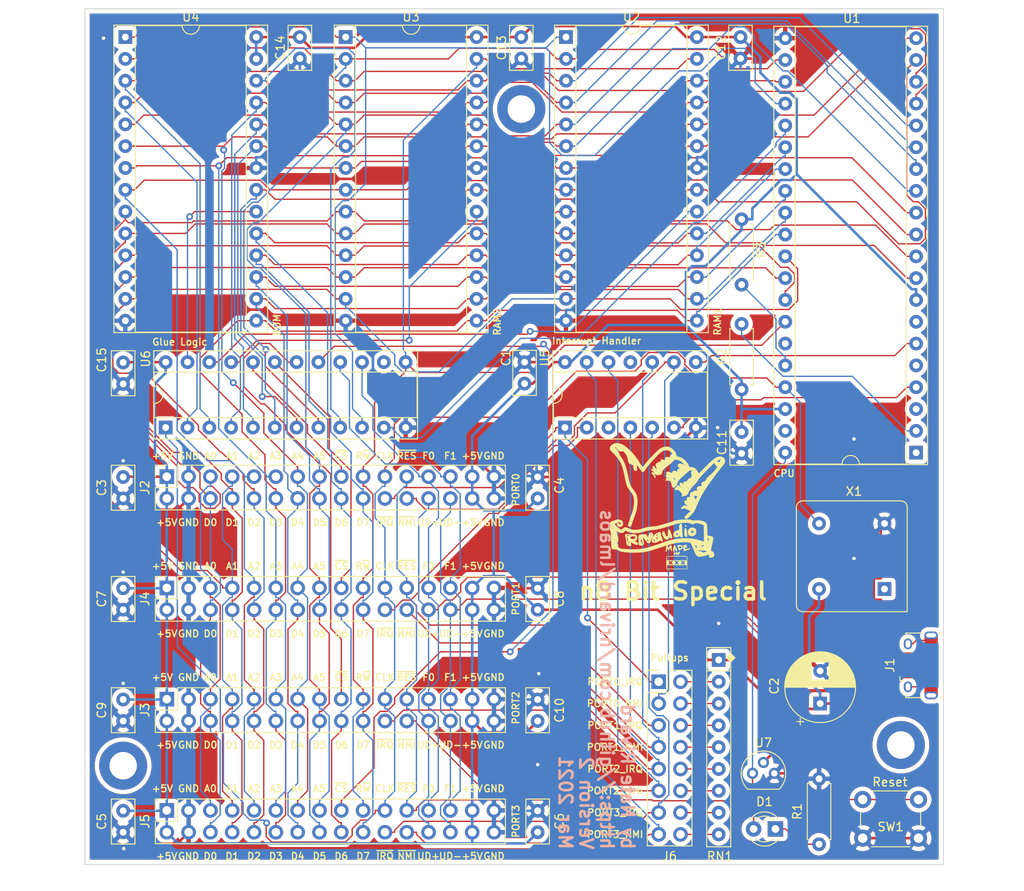
<source format=kicad_pcb>
(kicad_pcb (version 20171130) (host pcbnew "(5.1.9-0-10_14)")
  (title_block (title "n8 Bit Special") (date 2021-03-07) (rev 2) (comment 1 "Main board for the n8 Bit Special computer"))
  (layers (0 F.Cu signal) (31 B.Cu signal) (34 B.Paste user hide) (35 F.Paste user hide) (36 B.SilkS user) (37 F.SilkS user) (38 B.Mask user) (39 F.Mask user) (44 Edge.Cuts user))
  (net 0 "")
  (net 1 GND)
  (net 2 +5V)
  (net 3 "Net-(D1-Pad1)")
  (net 4 ~RES)
  (net 5 USB_D+)
  (net 6 USB_D-)
  (net 7 /A0)
  (net 8 /D0)
  (net 9 /A1)
  (net 10 /D1)
  (net 11 /A2)
  (net 12 /D2)
  (net 13 /A3)
  (net 14 /D3)
  (net 15 /A4)
  (net 16 /D4)
  (net 17 /A5)
  (net 18 /D5)
  (net 19 ~PORT0_CS)
  (net 20 /D6)
  (net 21 R~W)
  (net 22 /D7)
  (net 23 CLK)
  (net 24 PORT0_IRQ_PULLUP)
  (net 25 PORT0_NMI_PULLUP)
  (net 26 FUTURE0)
  (net 27 FUTURE1)
  (net 28 ~PORT2_CS)
  (net 29 PORT2_IRQ_PULLUP)
  (net 30 PORT2_NMI_PULLUP)
  (net 31 PORT1_NMI_PULLUP)
  (net 32 PORT1_IRQ_PULLUP)
  (net 33 ~PORT1_CS)
  (net 34 PORT3_NMI_PULLUP)
  (net 35 PORT3_IRQ_PULLUP)
  (net 36 ~PORT3_CS)
  (net 37 "Net-(J6-Pad2)")
  (net 38 "Net-(J6-Pad4)")
  (net 39 "Net-(J6-Pad6)")
  (net 40 "Net-(J6-Pad8)")
  (net 41 "Net-(J6-Pad10)")
  (net 42 "Net-(J6-Pad12)")
  (net 43 "Net-(J6-Pad14)")
  (net 44 "Net-(J6-Pad16)")
  (net 45 "Net-(U1-Pad1)")
  (net 46 /A12)
  (net 47 "Net-(U1-Pad3)")
  (net 48 /A13)
  (net 49 ~IRQ)
  (net 50 /A14)
  (net 51 "Net-(U1-Pad5)")
  (net 52 /A15)
  (net 53 ~NMI)
  (net 54 "Net-(U1-Pad7)")
  (net 55 /A6)
  (net 56 "Net-(U1-Pad35)")
  (net 57 /A7)
  (net 58 /A8)
  (net 59 /A9)
  (net 60 /A10)
  (net 61 "Net-(U1-Pad39)")
  (net 62 /A11)
  (net 63 ~RAM2_CS)
  (net 64 ~RAM1_CS)
  (net 65 ~ROM_CS)
  (net 66 "Net-(X1-Pad1)")
  (net 67 "Net-(R2-Pad1)")
  (net 68 "Net-(R3-Pad1)")
  (net 69 "Net-(U6-Pad14)")
  (net 70 "Net-(J1-Pad6)")
  (net 71 "Net-(J1-Pad4)")
  (module Oscillator:Oscillator_DIP-8 (layer F.Cu) (at 180.086 107.696 90)
    (fp_text reference X1 (at 11.3665 -3.556 180) (layer F.SilkS))
    (fp_text value 4Mhz)
    (pad 4 thru_hole circle (at 7.62 0 90) (size 1.6 1.6) (drill 0.8) (layers *.Cu *.Mask) (net 1 GND))
    (pad 5 thru_hole circle (at 7.62 -7.62 90) (size 1.6 1.6) (drill 0.8) (layers *.Cu *.Mask) (net 23 CLK))
    (pad 8 thru_hole circle (at 0 -7.62 90) (size 1.6 1.6) (drill 0.8) (layers *.Cu *.Mask) (net 2 +5V))
    (pad 1 thru_hole rect (at 0 0 90) (size 1.6 1.6) (drill 0.8) (layers *.Cu *.Mask) (net 66 "Net-(X1-Pad1)"))
  )
  (module MountingHole:MountingHole_3.2mm_M3_DIN965_Pad (layer F.Cu) (at 137.795 51.816)
    (fp_text reference REF2 hide)
    (fp_text value MountingHole_3.2mm_M3_DIN965_Pad)
    (pad 1 thru_hole circle (at 0 0) (size 5.6 5.6) (drill 3.2) (layers *.Cu *.Mask))
  )
  (module MountingHole:MountingHole_3.2mm_M3_DIN965_Pad (layer F.Cu) (at 181.991 125.857)
    (fp_text reference REF3 hide)
    (fp_text value MountingHole_3.2mm_M3_DIN965_Pad)
    (pad 1 thru_hole circle (at 0 0) (size 5.6 5.6) (drill 3.2) (layers *.Cu *.Mask))
  )
  (module MountingHole:MountingHole_3.2mm_M3_DIN965_Pad (layer F.Cu) (at 91.44 128.27)
    (fp_text reference REF1 hide)
    (fp_text value MountingHole_3.2mm_M3_DIN965_Pad)
    (pad 1 thru_hole circle (at 0 0) (size 5.6 5.6) (drill 3.2) (layers *.Cu *.Mask))
  )
  (module Connector_USB:USB_Micro-B_Amphenol_10118194_Horizontal (layer F.Cu) (at 184.2135 116.586 90)
    (fp_text reference J1 (at 0 -3.5 90) (layer F.SilkS))
    (fp_text value USB_B_Micro)
    (pad 6 thru_hole oval (at 3.5 1.3 90) (size 0.89 1.55) (drill oval 0.5 1.15) (layers *.Cu *.Mask) (net 70 "Net-(J1-Pad6)"))
    (pad 6 thru_hole oval (at -3.5 1.3 90) (size 0.89 1.55) (drill oval 0.5 1.15) (layers *.Cu *.Mask) (net 70 "Net-(J1-Pad6)"))
    (pad 6 smd rect (at 2.9 1.3 90) (size 1.2 1.55) (layers F.Cu F.Paste F.Mask) (net 70 "Net-(J1-Pad6)"))
    (pad 6 smd rect (at -2.9 1.3 90) (size 1.2 1.55) (layers F.Cu F.Paste F.Mask) (net 70 "Net-(J1-Pad6)"))
    (pad 6 smd rect (at 1 1.3 90) (size 1.5 1.55) (layers F.Cu F.Paste F.Mask) (net 70 "Net-(J1-Pad6)"))
    (pad 6 smd rect (at -1 1.3 90) (size 1.5 1.55) (layers F.Cu F.Paste F.Mask) (net 70 "Net-(J1-Pad6)"))
    (pad 6 thru_hole oval (at 2.5 -1.4 90) (size 1.25 0.95) (drill oval 0.85 0.55) (layers *.Cu *.Mask) (net 70 "Net-(J1-Pad6)"))
    (pad 6 thru_hole oval (at -2.5 -1.4 90) (size 1.25 0.95) (drill oval 0.85 0.55) (layers *.Cu *.Mask) (net 70 "Net-(J1-Pad6)"))
    (pad 5 smd rect (at 1.3 -1.4 90) (size 0.4 1.35) (layers F.Cu F.Paste F.Mask) (net 1 GND) (clearance 0.2))
    (pad 4 smd rect (at 0.65 -1.4 90) (size 0.4 1.35) (layers F.Cu F.Paste F.Mask) (net 71 "Net-(J1-Pad4)"))
    (pad 3 smd rect (at 0 -1.4 90) (size 0.4 1.35) (layers F.Cu F.Paste F.Mask) (net 5 USB_D+))
    (pad 2 smd rect (at -0.65 -1.4 90) (size 0.4 1.35) (layers F.Cu F.Paste F.Mask) (net 6 USB_D-))
    (pad 1 smd rect (at -1.3 -1.4 90) (size 0.4 1.35) (layers F.Cu F.Paste F.Mask) (net 2 +5V) (clearance 0.2))
  )
  (module Capacitor_THT:CP_Radial_D8.0mm_P3.80mm (layer F.Cu) (at 172.593 121.031 90)
    (fp_text reference C2 (at 2.032 -5.334 90) (layer F.SilkS))
    (fp_text value 470uF)
    (pad 2 thru_hole circle (at 3.8 0 90) (size 1.6 1.6) (drill 0.8) (layers *.Cu *.Mask) (net 1 GND))
    (pad 1 thru_hole rect (at 0 0 90) (size 1.6 1.6) (drill 0.8) (layers *.Cu *.Mask) (net 2 +5V))
  )
  (module graphics:Shaka (layer F.Cu) (at 154.686 97.409)
    (fp_text reference G*** hide)
    (fp_text value LOGO hide)
  )
  (module Capacitor_THT:C_Disc_D5.0mm_W2.5mm_P2.50mm (layer F.Cu) (at 138.176 81.28 270)
    (fp_text reference C1 (at -0.508 2.159 90) (layer F.SilkS))
    (fp_text value 100nf)
    (pad 1 thru_hole circle (at 0 0 270) (size 1.6 1.6) (drill 0.8) (layers *.Cu *.Mask) (net 1 GND))
    (pad 2 thru_hole circle (at 2.5 0 270) (size 1.6 1.6) (drill 0.8) (layers *.Cu *.Mask) (net 2 +5V))
  )
  (module Capacitor_THT:C_Disc_D5.0mm_W2.5mm_P2.50mm (layer F.Cu) (at 91.44 97.155 90)
    (fp_text reference C3 (at 1.25 -2.5 90) (layer F.SilkS))
    (fp_text value 100nf)
    (pad 2 thru_hole circle (at 2.5 0 90) (size 1.6 1.6) (drill 0.8) (layers *.Cu *.Mask) (net 2 +5V))
    (pad 1 thru_hole circle (at 0 0 90) (size 1.6 1.6) (drill 0.8) (layers *.Cu *.Mask) (net 1 GND))
  )
  (module Capacitor_THT:C_Disc_D5.0mm_W2.5mm_P2.50mm (layer F.Cu) (at 139.7 97.155 90)
    (fp_text reference C4 (at 1.524 2.54 90) (layer F.SilkS))
    (fp_text value 100nf)
    (pad 2 thru_hole circle (at 2.5 0 90) (size 1.6 1.6) (drill 0.8) (layers *.Cu *.Mask) (net 1 GND))
    (pad 1 thru_hole circle (at 0 0 90) (size 1.6 1.6) (drill 0.8) (layers *.Cu *.Mask) (net 2 +5V))
  )
  (module Capacitor_THT:C_Disc_D5.0mm_W2.5mm_P2.50mm (layer F.Cu) (at 91.44 136.017 90)
    (fp_text reference C5 (at 1.25 -2.5 90) (layer F.SilkS))
    (fp_text value 100nf)
    (pad 2 thru_hole circle (at 2.5 0 90) (size 1.6 1.6) (drill 0.8) (layers *.Cu *.Mask) (net 2 +5V))
    (pad 1 thru_hole circle (at 0 0 90) (size 1.6 1.6) (drill 0.8) (layers *.Cu *.Mask) (net 1 GND))
  )
  (module Capacitor_THT:C_Disc_D5.0mm_W2.5mm_P2.50mm (layer F.Cu) (at 139.7 136.017 90)
    (fp_text reference C6 (at 1.27 2.54 90) (layer F.SilkS))
    (fp_text value 100nf)
    (pad 1 thru_hole circle (at 0 0 90) (size 1.6 1.6) (drill 0.8) (layers *.Cu *.Mask) (net 2 +5V))
    (pad 2 thru_hole circle (at 2.5 0 90) (size 1.6 1.6) (drill 0.8) (layers *.Cu *.Mask) (net 1 GND))
  )
  (module Capacitor_THT:C_Disc_D5.0mm_W2.5mm_P2.50mm (layer F.Cu) (at 91.44 110.109 90)
    (fp_text reference C7 (at 1.25 -2.5 90) (layer F.SilkS))
    (fp_text value 100nf)
    (pad 2 thru_hole circle (at 2.5 0 90) (size 1.6 1.6) (drill 0.8) (layers *.Cu *.Mask) (net 2 +5V))
    (pad 1 thru_hole circle (at 0 0 90) (size 1.6 1.6) (drill 0.8) (layers *.Cu *.Mask) (net 1 GND))
  )
  (module Capacitor_THT:C_Disc_D5.0mm_W2.5mm_P2.50mm (layer F.Cu) (at 139.7 110.109 90)
    (fp_text reference C8 (at 1.27 2.54 90) (layer F.SilkS))
    (fp_text value 100nf)
    (pad 1 thru_hole circle (at 0 0 90) (size 1.6 1.6) (drill 0.8) (layers *.Cu *.Mask) (net 2 +5V))
    (pad 2 thru_hole circle (at 2.5 0 90) (size 1.6 1.6) (drill 0.8) (layers *.Cu *.Mask) (net 1 GND))
  )
  (module Capacitor_THT:C_Disc_D5.0mm_W2.5mm_P2.50mm (layer F.Cu) (at 91.44 123.063 90)
    (fp_text reference C9 (at 1.25 -2.5 90) (layer F.SilkS))
    (fp_text value 100nf)
    (pad 2 thru_hole circle (at 2.5 0 90) (size 1.6 1.6) (drill 0.8) (layers *.Cu *.Mask) (net 2 +5V))
    (pad 1 thru_hole circle (at 0 0 90) (size 1.6 1.6) (drill 0.8) (layers *.Cu *.Mask) (net 1 GND))
  )
  (module Capacitor_THT:C_Disc_D5.0mm_W2.5mm_P2.50mm (layer F.Cu) (at 139.7 123.063 90)
    (fp_text reference C10 (at 1.25 2.54 90) (layer F.SilkS))
    (fp_text value 100nf)
    (pad 1 thru_hole circle (at 0 0 90) (size 1.6 1.6) (drill 0.8) (layers *.Cu *.Mask) (net 2 +5V))
    (pad 2 thru_hole circle (at 2.5 0 90) (size 1.6 1.6) (drill 0.8) (layers *.Cu *.Mask) (net 1 GND))
  )
  (module Capacitor_THT:C_Disc_D5.0mm_W2.5mm_P2.50mm (layer F.Cu) (at 163.449 89.408 270)
    (fp_text reference C11 (at 1.25 2.286 90) (layer F.SilkS))
    (fp_text value 100nf)
    (pad 2 thru_hole circle (at 2.5 0 270) (size 1.6 1.6) (drill 0.8) (layers *.Cu *.Mask) (net 1 GND))
    (pad 1 thru_hole circle (at 0 0 270) (size 1.6 1.6) (drill 0.8) (layers *.Cu *.Mask) (net 2 +5V))
  )
  (module Capacitor_THT:C_Disc_D5.0mm_W2.5mm_P2.50mm (layer F.Cu) (at 163.322 43.434 270)
    (fp_text reference C12 (at 1.25 2.286 90) (layer F.SilkS))
    (fp_text value 100nf)
    (pad 1 thru_hole circle (at 0 0 270) (size 1.6 1.6) (drill 0.8) (layers *.Cu *.Mask) (net 2 +5V))
    (pad 2 thru_hole circle (at 2.5 0 270) (size 1.6 1.6) (drill 0.8) (layers *.Cu *.Mask) (net 1 GND))
  )
  (module Capacitor_THT:C_Disc_D5.0mm_W2.5mm_P2.50mm (layer F.Cu) (at 137.795 43.434 270)
    (fp_text reference C13 (at 1.25 2.286 90) (layer F.SilkS))
    (fp_text value 100nf)
    (pad 1 thru_hole circle (at 0 0 270) (size 1.6 1.6) (drill 0.8) (layers *.Cu *.Mask) (net 2 +5V))
    (pad 2 thru_hole circle (at 2.5 0 270) (size 1.6 1.6) (drill 0.8) (layers *.Cu *.Mask) (net 1 GND))
  )
  (module Capacitor_THT:C_Disc_D5.0mm_W2.5mm_P2.50mm (layer F.Cu) (at 112.014 43.434 270)
    (fp_text reference C14 (at 1.25 2.286 90) (layer F.SilkS))
    (fp_text value 100nf)
    (pad 1 thru_hole circle (at 0 0 270) (size 1.6 1.6) (drill 0.8) (layers *.Cu *.Mask) (net 2 +5V))
    (pad 2 thru_hole circle (at 2.5 0 270) (size 1.6 1.6) (drill 0.8) (layers *.Cu *.Mask) (net 1 GND))
  )
  (module LED_THT:LED_D3.0mm (layer F.Cu) (at 167.386 135.636 180)
    (fp_text reference D1 (at 1.27 3.175) (layer F.SilkS))
    (fp_text value LED_ALT)
    (pad 1 thru_hole rect (at 0 0 180) (size 1.8 1.8) (drill 0.9) (layers *.Cu *.Mask) (net 3 "Net-(D1-Pad1)"))
    (pad 2 thru_hole circle (at 2.54 0 180) (size 1.8 1.8) (drill 0.9) (layers *.Cu *.Mask) (net 4 ~RES))
  )
  (module Connector_PinSocket_2.54mm:PinSocket_2x16_P2.54mm_Vertical (layer F.Cu) (at 96.52 94.615 90)
    (fp_text reference J2 (at -1.27 -2.54 90) (layer F.SilkS))
    (fp_text value PORT0)
    (pad 1 thru_hole rect (at 0 0 90) (size 1.7 1.7) (drill 1) (layers *.Cu *.Mask) (net 2 +5V))
    (pad 2 thru_hole oval (at -2.54 0 90) (size 1.7 1.7) (drill 1) (layers *.Cu *.Mask) (net 2 +5V))
    (pad 3 thru_hole oval (at 0 2.54 90) (size 1.7 1.7) (drill 1) (layers *.Cu *.Mask) (net 1 GND))
    (pad 4 thru_hole oval (at -2.54 2.54 90) (size 1.7 1.7) (drill 1) (layers *.Cu *.Mask) (net 1 GND))
    (pad 5 thru_hole oval (at 0 5.08 90) (size 1.7 1.7) (drill 1) (layers *.Cu *.Mask) (net 7 /A0))
    (pad 6 thru_hole oval (at -2.54 5.08 90) (size 1.7 1.7) (drill 1) (layers *.Cu *.Mask) (net 8 /D0))
    (pad 7 thru_hole oval (at 0 7.62 90) (size 1.7 1.7) (drill 1) (layers *.Cu *.Mask) (net 9 /A1))
    (pad 8 thru_hole oval (at -2.54 7.62 90) (size 1.7 1.7) (drill 1) (layers *.Cu *.Mask) (net 10 /D1))
    (pad 9 thru_hole oval (at 0 10.16 90) (size 1.7 1.7) (drill 1) (layers *.Cu *.Mask) (net 11 /A2))
    (pad 10 thru_hole oval (at -2.54 10.16 90) (size 1.7 1.7) (drill 1) (layers *.Cu *.Mask) (net 12 /D2))
    (pad 11 thru_hole oval (at 0 12.7 90) (size 1.7 1.7) (drill 1) (layers *.Cu *.Mask) (net 13 /A3))
    (pad 12 thru_hole oval (at -2.54 12.7 90) (size 1.7 1.7) (drill 1) (layers *.Cu *.Mask) (net 14 /D3))
    (pad 13 thru_hole oval (at 0 15.24 90) (size 1.7 1.7) (drill 1) (layers *.Cu *.Mask) (net 15 /A4))
    (pad 14 thru_hole oval (at -2.54 15.24 90) (size 1.7 1.7) (drill 1) (layers *.Cu *.Mask) (net 16 /D4))
    (pad 15 thru_hole oval (at 0 17.78 90) (size 1.7 1.7) (drill 1) (layers *.Cu *.Mask) (net 17 /A5))
    (pad 16 thru_hole oval (at -2.54 17.78 90) (size 1.7 1.7) (drill 1) (layers *.Cu *.Mask) (net 18 /D5))
    (pad 17 thru_hole oval (at 0 20.32 90) (size 1.7 1.7) (drill 1) (layers *.Cu *.Mask) (net 19 ~PORT0_CS))
    (pad 18 thru_hole oval (at -2.54 20.32 90) (size 1.7 1.7) (drill 1) (layers *.Cu *.Mask) (net 20 /D6))
    (pad 19 thru_hole oval (at 0 22.86 90) (size 1.7 1.7) (drill 1) (layers *.Cu *.Mask) (net 21 R~W))
    (pad 20 thru_hole oval (at -2.54 22.86 90) (size 1.7 1.7) (drill 1) (layers *.Cu *.Mask) (net 22 /D7))
    (pad 21 thru_hole oval (at 0 25.4 90) (size 1.7 1.7) (drill 1) (layers *.Cu *.Mask) (net 23 CLK))
    (pad 22 thru_hole oval (at -2.54 25.4 90) (size 1.7 1.7) (drill 1) (layers *.Cu *.Mask) (net 24 PORT0_IRQ_PULLUP))
    (pad 23 thru_hole oval (at 0 27.94 90) (size 1.7 1.7) (drill 1) (layers *.Cu *.Mask) (net 4 ~RES))
    (pad 24 thru_hole oval (at -2.54 27.94 90) (size 1.7 1.7) (drill 1) (layers *.Cu *.Mask) (net 25 PORT0_NMI_PULLUP))
    (pad 25 thru_hole oval (at 0 30.48 90) (size 1.7 1.7) (drill 1) (layers *.Cu *.Mask) (net 26 FUTURE0))
    (pad 26 thru_hole oval (at -2.54 30.48 90) (size 1.7 1.7) (drill 1) (layers *.Cu *.Mask) (net 5 USB_D+))
    (pad 27 thru_hole oval (at 0 33.02 90) (size 1.7 1.7) (drill 1) (layers *.Cu *.Mask) (net 27 FUTURE1))
    (pad 28 thru_hole oval (at -2.54 33.02 90) (size 1.7 1.7) (drill 1) (layers *.Cu *.Mask) (net 6 USB_D-))
    (pad 29 thru_hole oval (at 0 35.56 90) (size 1.7 1.7) (drill 1) (layers *.Cu *.Mask) (net 2 +5V))
    (pad 30 thru_hole oval (at -2.54 35.56 90) (size 1.7 1.7) (drill 1) (layers *.Cu *.Mask) (net 2 +5V))
    (pad 31 thru_hole oval (at 0 38.1 90) (size 1.7 1.7) (drill 1) (layers *.Cu *.Mask) (net 1 GND))
    (pad 32 thru_hole oval (at -2.54 38.1 90) (size 1.7 1.7) (drill 1) (layers *.Cu *.Mask) (net 1 GND))
  )
  (module Connector_PinSocket_2.54mm:PinSocket_2x16_P2.54mm_Vertical (layer F.Cu) (at 96.52 120.523 90)
    (fp_text reference J3 (at -1.27 -2.54 90) (layer F.SilkS))
    (fp_text value PORT2)
    (pad 1 thru_hole rect (at 0 0 90) (size 1.7 1.7) (drill 1) (layers *.Cu *.Mask) (net 2 +5V))
    (pad 2 thru_hole oval (at -2.54 0 90) (size 1.7 1.7) (drill 1) (layers *.Cu *.Mask) (net 2 +5V))
    (pad 3 thru_hole oval (at 0 2.54 90) (size 1.7 1.7) (drill 1) (layers *.Cu *.Mask) (net 1 GND))
    (pad 4 thru_hole oval (at -2.54 2.54 90) (size 1.7 1.7) (drill 1) (layers *.Cu *.Mask) (net 1 GND))
    (pad 5 thru_hole oval (at 0 5.08 90) (size 1.7 1.7) (drill 1) (layers *.Cu *.Mask) (net 7 /A0))
    (pad 6 thru_hole oval (at -2.54 5.08 90) (size 1.7 1.7) (drill 1) (layers *.Cu *.Mask) (net 8 /D0))
    (pad 7 thru_hole oval (at 0 7.62 90) (size 1.7 1.7) (drill 1) (layers *.Cu *.Mask) (net 9 /A1))
    (pad 8 thru_hole oval (at -2.54 7.62 90) (size 1.7 1.7) (drill 1) (layers *.Cu *.Mask) (net 10 /D1))
    (pad 9 thru_hole oval (at 0 10.16 90) (size 1.7 1.7) (drill 1) (layers *.Cu *.Mask) (net 11 /A2))
    (pad 10 thru_hole oval (at -2.54 10.16 90) (size 1.7 1.7) (drill 1) (layers *.Cu *.Mask) (net 12 /D2))
    (pad 11 thru_hole oval (at 0 12.7 90) (size 1.7 1.7) (drill 1) (layers *.Cu *.Mask) (net 13 /A3))
    (pad 12 thru_hole oval (at -2.54 12.7 90) (size 1.7 1.7) (drill 1) (layers *.Cu *.Mask) (net 14 /D3))
    (pad 13 thru_hole oval (at 0 15.24 90) (size 1.7 1.7) (drill 1) (layers *.Cu *.Mask) (net 15 /A4))
    (pad 14 thru_hole oval (at -2.54 15.24 90) (size 1.7 1.7) (drill 1) (layers *.Cu *.Mask) (net 16 /D4))
    (pad 15 thru_hole oval (at 0 17.78 90) (size 1.7 1.7) (drill 1) (layers *.Cu *.Mask) (net 17 /A5))
    (pad 16 thru_hole oval (at -2.54 17.78 90) (size 1.7 1.7) (drill 1) (layers *.Cu *.Mask) (net 18 /D5))
    (pad 17 thru_hole oval (at 0 20.32 90) (size 1.7 1.7) (drill 1) (layers *.Cu *.Mask) (net 28 ~PORT2_CS))
    (pad 18 thru_hole oval (at -2.54 20.32 90) (size 1.7 1.7) (drill 1) (layers *.Cu *.Mask) (net 20 /D6))
    (pad 19 thru_hole oval (at 0 22.86 90) (size 1.7 1.7) (drill 1) (layers *.Cu *.Mask) (net 21 R~W))
    (pad 20 thru_hole oval (at -2.54 22.86 90) (size 1.7 1.7) (drill 1) (layers *.Cu *.Mask) (net 22 /D7))
    (pad 21 thru_hole oval (at 0 25.4 90) (size 1.7 1.7) (drill 1) (layers *.Cu *.Mask) (net 23 CLK))
    (pad 22 thru_hole oval (at -2.54 25.4 90) (size 1.7 1.7) (drill 1) (layers *.Cu *.Mask) (net 29 PORT2_IRQ_PULLUP))
    (pad 23 thru_hole oval (at 0 27.94 90) (size 1.7 1.7) (drill 1) (layers *.Cu *.Mask) (net 4 ~RES))
    (pad 24 thru_hole oval (at -2.54 27.94 90) (size 1.7 1.7) (drill 1) (layers *.Cu *.Mask) (net 30 PORT2_NMI_PULLUP))
    (pad 25 thru_hole oval (at 0 30.48 90) (size 1.7 1.7) (drill 1) (layers *.Cu *.Mask) (net 26 FUTURE0))
    (pad 26 thru_hole oval (at -2.54 30.48 90) (size 1.7 1.7) (drill 1) (layers *.Cu *.Mask) (net 5 USB_D+))
    (pad 27 thru_hole oval (at 0 33.02 90) (size 1.7 1.7) (drill 1) (layers *.Cu *.Mask) (net 27 FUTURE1))
    (pad 28 thru_hole oval (at -2.54 33.02 90) (size 1.7 1.7) (drill 1) (layers *.Cu *.Mask) (net 6 USB_D-))
    (pad 29 thru_hole oval (at 0 35.56 90) (size 1.7 1.7) (drill 1) (layers *.Cu *.Mask) (net 2 +5V))
    (pad 30 thru_hole oval (at -2.54 35.56 90) (size 1.7 1.7) (drill 1) (layers *.Cu *.Mask) (net 2 +5V))
    (pad 31 thru_hole oval (at 0 38.1 90) (size 1.7 1.7) (drill 1) (layers *.Cu *.Mask) (net 1 GND))
    (pad 32 thru_hole oval (at -2.54 38.1 90) (size 1.7 1.7) (drill 1) (layers *.Cu *.Mask) (net 1 GND))
  )
  (module Connector_PinSocket_2.54mm:PinSocket_2x16_P2.54mm_Vertical (layer F.Cu) (at 96.52 107.569 90)
    (fp_text reference J4 (at -1.27 -2.54 90) (layer F.SilkS))
    (fp_text value PORT1)
    (pad 32 thru_hole oval (at -2.54 38.1 90) (size 1.7 1.7) (drill 1) (layers *.Cu *.Mask) (net 1 GND))
    (pad 31 thru_hole oval (at 0 38.1 90) (size 1.7 1.7) (drill 1) (layers *.Cu *.Mask) (net 1 GND))
    (pad 30 thru_hole oval (at -2.54 35.56 90) (size 1.7 1.7) (drill 1) (layers *.Cu *.Mask) (net 2 +5V))
    (pad 29 thru_hole oval (at 0 35.56 90) (size 1.7 1.7) (drill 1) (layers *.Cu *.Mask) (net 2 +5V))
    (pad 28 thru_hole oval (at -2.54 33.02 90) (size 1.7 1.7) (drill 1) (layers *.Cu *.Mask) (net 6 USB_D-))
    (pad 27 thru_hole oval (at 0 33.02 90) (size 1.7 1.7) (drill 1) (layers *.Cu *.Mask) (net 27 FUTURE1))
    (pad 26 thru_hole oval (at -2.54 30.48 90) (size 1.7 1.7) (drill 1) (layers *.Cu *.Mask) (net 5 USB_D+))
    (pad 25 thru_hole oval (at 0 30.48 90) (size 1.7 1.7) (drill 1) (layers *.Cu *.Mask) (net 26 FUTURE0))
    (pad 24 thru_hole oval (at -2.54 27.94 90) (size 1.7 1.7) (drill 1) (layers *.Cu *.Mask) (net 31 PORT1_NMI_PULLUP))
    (pad 23 thru_hole oval (at 0 27.94 90) (size 1.7 1.7) (drill 1) (layers *.Cu *.Mask) (net 4 ~RES))
    (pad 22 thru_hole oval (at -2.54 25.4 90) (size 1.7 1.7) (drill 1) (layers *.Cu *.Mask) (net 32 PORT1_IRQ_PULLUP))
    (pad 21 thru_hole oval (at 0 25.4 90) (size 1.7 1.7) (drill 1) (layers *.Cu *.Mask) (net 23 CLK))
    (pad 20 thru_hole oval (at -2.54 22.86 90) (size 1.7 1.7) (drill 1) (layers *.Cu *.Mask) (net 22 /D7))
    (pad 19 thru_hole oval (at 0 22.86 90) (size 1.7 1.7) (drill 1) (layers *.Cu *.Mask) (net 21 R~W))
    (pad 18 thru_hole oval (at -2.54 20.32 90) (size 1.7 1.7) (drill 1) (layers *.Cu *.Mask) (net 20 /D6))
    (pad 17 thru_hole oval (at 0 20.32 90) (size 1.7 1.7) (drill 1) (layers *.Cu *.Mask) (net 33 ~PORT1_CS))
    (pad 16 thru_hole oval (at -2.54 17.78 90) (size 1.7 1.7) (drill 1) (layers *.Cu *.Mask) (net 18 /D5))
    (pad 15 thru_hole oval (at 0 17.78 90) (size 1.7 1.7) (drill 1) (layers *.Cu *.Mask) (net 17 /A5))
    (pad 14 thru_hole oval (at -2.54 15.24 90) (size 1.7 1.7) (drill 1) (layers *.Cu *.Mask) (net 16 /D4))
    (pad 13 thru_hole oval (at 0 15.24 90) (size 1.7 1.7) (drill 1) (layers *.Cu *.Mask) (net 15 /A4))
    (pad 12 thru_hole oval (at -2.54 12.7 90) (size 1.7 1.7) (drill 1) (layers *.Cu *.Mask) (net 14 /D3))
    (pad 11 thru_hole oval (at 0 12.7 90) (size 1.7 1.7) (drill 1) (layers *.Cu *.Mask) (net 13 /A3))
    (pad 10 thru_hole oval (at -2.54 10.16 90) (size 1.7 1.7) (drill 1) (layers *.Cu *.Mask) (net 12 /D2))
    (pad 9 thru_hole oval (at 0 10.16 90) (size 1.7 1.7) (drill 1) (layers *.Cu *.Mask) (net 11 /A2))
    (pad 8 thru_hole oval (at -2.54 7.62 90) (size 1.7 1.7) (drill 1) (layers *.Cu *.Mask) (net 10 /D1))
    (pad 7 thru_hole oval (at 0 7.62 90) (size 1.7 1.7) (drill 1) (layers *.Cu *.Mask) (net 9 /A1))
    (pad 6 thru_hole oval (at -2.54 5.08 90) (size 1.7 1.7) (drill 1) (layers *.Cu *.Mask) (net 8 /D0))
    (pad 5 thru_hole oval (at 0 5.08 90) (size 1.7 1.7) (drill 1) (layers *.Cu *.Mask) (net 7 /A0))
    (pad 4 thru_hole oval (at -2.54 2.54 90) (size 1.7 1.7) (drill 1) (layers *.Cu *.Mask) (net 1 GND))
    (pad 3 thru_hole oval (at 0 2.54 90) (size 1.7 1.7) (drill 1) (layers *.Cu *.Mask) (net 1 GND))
    (pad 2 thru_hole oval (at -2.54 0 90) (size 1.7 1.7) (drill 1) (layers *.Cu *.Mask) (net 2 +5V))
    (pad 1 thru_hole rect (at 0 0 90) (size 1.7 1.7) (drill 1) (layers *.Cu *.Mask) (net 2 +5V))
  )
  (module Connector_PinSocket_2.54mm:PinSocket_2x16_P2.54mm_Vertical (layer F.Cu) (at 96.52 133.477 90)
    (fp_text reference J5 (at -1.27 -2.54 90) (layer F.SilkS))
    (fp_text value PORT3)
    (pad 32 thru_hole oval (at -2.54 38.1 90) (size 1.7 1.7) (drill 1) (layers *.Cu *.Mask) (net 1 GND))
    (pad 31 thru_hole oval (at 0 38.1 90) (size 1.7 1.7) (drill 1) (layers *.Cu *.Mask) (net 1 GND))
    (pad 30 thru_hole oval (at -2.54 35.56 90) (size 1.7 1.7) (drill 1) (layers *.Cu *.Mask) (net 2 +5V))
    (pad 29 thru_hole oval (at 0 35.56 90) (size 1.7 1.7) (drill 1) (layers *.Cu *.Mask) (net 2 +5V))
    (pad 28 thru_hole oval (at -2.54 33.02 90) (size 1.7 1.7) (drill 1) (layers *.Cu *.Mask) (net 6 USB_D-))
    (pad 27 thru_hole oval (at 0 33.02 90) (size 1.7 1.7) (drill 1) (layers *.Cu *.Mask) (net 27 FUTURE1))
    (pad 26 thru_hole oval (at -2.54 30.48 90) (size 1.7 1.7) (drill 1) (layers *.Cu *.Mask) (net 5 USB_D+))
    (pad 25 thru_hole oval (at 0 30.48 90) (size 1.7 1.7) (drill 1) (layers *.Cu *.Mask) (net 26 FUTURE0))
    (pad 24 thru_hole oval (at -2.54 27.94 90) (size 1.7 1.7) (drill 1) (layers *.Cu *.Mask) (net 34 PORT3_NMI_PULLUP))
    (pad 23 thru_hole oval (at 0 27.94 90) (size 1.7 1.7) (drill 1) (layers *.Cu *.Mask) (net 4 ~RES))
    (pad 22 thru_hole oval (at -2.54 25.4 90) (size 1.7 1.7) (drill 1) (layers *.Cu *.Mask) (net 35 PORT3_IRQ_PULLUP))
    (pad 21 thru_hole oval (at 0 25.4 90) (size 1.7 1.7) (drill 1) (layers *.Cu *.Mask) (net 23 CLK))
    (pad 20 thru_hole oval (at -2.54 22.86 90) (size 1.7 1.7) (drill 1) (layers *.Cu *.Mask) (net 22 /D7))
    (pad 19 thru_hole oval (at 0 22.86 90) (size 1.7 1.7) (drill 1) (layers *.Cu *.Mask) (net 21 R~W))
    (pad 18 thru_hole oval (at -2.54 20.32 90) (size 1.7 1.7) (drill 1) (layers *.Cu *.Mask) (net 20 /D6))
    (pad 17 thru_hole oval (at 0 20.32 90) (size 1.7 1.7) (drill 1) (layers *.Cu *.Mask) (net 36 ~PORT3_CS))
    (pad 16 thru_hole oval (at -2.54 17.78 90) (size 1.7 1.7) (drill 1) (layers *.Cu *.Mask) (net 18 /D5))
    (pad 15 thru_hole oval (at 0 17.78 90) (size 1.7 1.7) (drill 1) (layers *.Cu *.Mask) (net 17 /A5))
    (pad 14 thru_hole oval (at -2.54 15.24 90) (size 1.7 1.7) (drill 1) (layers *.Cu *.Mask) (net 16 /D4))
    (pad 13 thru_hole oval (at 0 15.24 90) (size 1.7 1.7) (drill 1) (layers *.Cu *.Mask) (net 15 /A4))
    (pad 12 thru_hole oval (at -2.54 12.7 90) (size 1.7 1.7) (drill 1) (layers *.Cu *.Mask) (net 14 /D3))
    (pad 11 thru_hole oval (at 0 12.7 90) (size 1.7 1.7) (drill 1) (layers *.Cu *.Mask) (net 13 /A3))
    (pad 10 thru_hole oval (at -2.54 10.16 90) (size 1.7 1.7) (drill 1) (layers *.Cu *.Mask) (net 12 /D2))
    (pad 9 thru_hole oval (at 0 10.16 90) (size 1.7 1.7) (drill 1) (layers *.Cu *.Mask) (net 11 /A2))
    (pad 8 thru_hole oval (at -2.54 7.62 90) (size 1.7 1.7) (drill 1) (layers *.Cu *.Mask) (net 10 /D1))
    (pad 7 thru_hole oval (at 0 7.62 90) (size 1.7 1.7) (drill 1) (layers *.Cu *.Mask) (net 9 /A1))
    (pad 6 thru_hole oval (at -2.54 5.08 90) (size 1.7 1.7) (drill 1) (layers *.Cu *.Mask) (net 8 /D0))
    (pad 5 thru_hole oval (at 0 5.08 90) (size 1.7 1.7) (drill 1) (layers *.Cu *.Mask) (net 7 /A0))
    (pad 4 thru_hole oval (at -2.54 2.54 90) (size 1.7 1.7) (drill 1) (layers *.Cu *.Mask) (net 1 GND))
    (pad 3 thru_hole oval (at 0 2.54 90) (size 1.7 1.7) (drill 1) (layers *.Cu *.Mask) (net 1 GND))
    (pad 2 thru_hole oval (at -2.54 0 90) (size 1.7 1.7) (drill 1) (layers *.Cu *.Mask) (net 2 +5V))
    (pad 1 thru_hole rect (at 0 0 90) (size 1.7 1.7) (drill 1) (layers *.Cu *.Mask) (net 2 +5V))
  )
  (module Resistor_THT:R_Axial_DIN0207_L6.3mm_D2.5mm_P7.62mm_Horizontal (layer F.Cu) (at 172.466 137.414 90)
    (fp_text reference R1 (at 3.81 -2.54 90) (layer F.SilkS))
    (fp_text value 330)
    (pad 1 thru_hole circle (at 0 0 90) (size 1.6 1.6) (drill 0.8) (layers *.Cu *.Mask) (net 3 "Net-(D1-Pad1)"))
    (pad 2 thru_hole oval (at 7.62 0 90) (size 1.6 1.6) (drill 0.8) (layers *.Cu *.Mask) (net 1 GND))
  )
  (module Resistor_THT:R_Axial_DIN0207_L6.3mm_D2.5mm_P7.62mm_Horizontal (layer F.Cu) (at 163.449 76.835 270)
    (fp_text reference R2 (at 3.81 2.286 90) (layer F.SilkS))
    (fp_text value 3K3)
    (pad 1 thru_hole circle (at 0 0 270) (size 1.6 1.6) (drill 0.8) (layers *.Cu *.Mask) (net 67 "Net-(R2-Pad1)"))
    (pad 2 thru_hole oval (at 7.62 0 270) (size 1.6 1.6) (drill 0.8) (layers *.Cu *.Mask) (net 2 +5V))
  )
  (module Resistor_THT:R_Axial_DIN0207_L6.3mm_D2.5mm_P7.62mm_Horizontal (layer F.Cu) (at 163.449 72.263 90)
    (fp_text reference R3 (at 4.064 2.286 90) (layer F.SilkS))
    (fp_text value 3K3)
    (pad 2 thru_hole oval (at 7.62 0 90) (size 1.6 1.6) (drill 0.8) (layers *.Cu *.Mask) (net 2 +5V))
    (pad 1 thru_hole circle (at 0 0 90) (size 1.6 1.6) (drill 0.8) (layers *.Cu *.Mask) (net 68 "Net-(R3-Pad1)"))
  )
  (module Resistor_THT:R_Array_SIP9 (layer F.Cu) (at 160.782 115.951 270)
    (fp_text reference RN1 (at 22.86 -0.127 180) (layer F.SilkS))
    (fp_text value 3K3)
    (pad 1 thru_hole rect (at 0 0 270) (size 1.6 1.6) (drill 0.8) (layers *.Cu *.Mask) (net 2 +5V))
    (pad 2 thru_hole oval (at 2.54 0 270) (size 1.6 1.6) (drill 0.8) (layers *.Cu *.Mask) (net 37 "Net-(J6-Pad2)"))
    (pad 3 thru_hole oval (at 5.08 0 270) (size 1.6 1.6) (drill 0.8) (layers *.Cu *.Mask) (net 38 "Net-(J6-Pad4)"))
    (pad 4 thru_hole oval (at 7.62 0 270) (size 1.6 1.6) (drill 0.8) (layers *.Cu *.Mask) (net 39 "Net-(J6-Pad6)"))
    (pad 5 thru_hole oval (at 10.16 0 270) (size 1.6 1.6) (drill 0.8) (layers *.Cu *.Mask) (net 40 "Net-(J6-Pad8)"))
    (pad 6 thru_hole oval (at 12.7 0 270) (size 1.6 1.6) (drill 0.8) (layers *.Cu *.Mask) (net 41 "Net-(J6-Pad10)"))
    (pad 7 thru_hole oval (at 15.24 0 270) (size 1.6 1.6) (drill 0.8) (layers *.Cu *.Mask) (net 42 "Net-(J6-Pad12)"))
    (pad 8 thru_hole oval (at 17.78 0 270) (size 1.6 1.6) (drill 0.8) (layers *.Cu *.Mask) (net 43 "Net-(J6-Pad14)"))
    (pad 9 thru_hole oval (at 20.32 0 270) (size 1.6 1.6) (drill 0.8) (layers *.Cu *.Mask) (net 44 "Net-(J6-Pad16)"))
  )
  (module Package_TO_SOT_THT:TO-92 (layer F.Cu) (at 164.719 129.159)
    (fp_text reference U7 (at 1.27 -3.56) (layer F.SilkS))
    (fp_text value DS1813)
    (pad 2 thru_hole circle (at 1.27 -1.27) (size 1.3 1.3) (drill 0.75) (layers *.Cu *.Mask) (net 2 +5V))
    (pad 3 thru_hole circle (at 2.54 0) (size 1.3 1.3) (drill 0.75) (layers *.Cu *.Mask) (net 1 GND))
    (pad 1 thru_hole circle (at 0 0) (size 1.3 1.3) (drill 0.75) (layers *.Cu *.Mask) (net 4 ~RES))
  )
  (module Package_DIP:DIP-24_W7.62mm_Socket (layer F.Cu) (at 96.393 88.9 90)
    (fp_text reference U6 (at 8.001 -2.33 90) (layer F.SilkS))
    (fp_text value 22V10C)
    (pad 1 thru_hole rect (at 0 0 90) (size 1.6 1.6) (drill 0.8) (layers *.Cu *.Mask) (net 23 CLK))
    (pad 13 thru_hole oval (at 7.62 27.94 90) (size 1.6 1.6) (drill 0.8) (layers *.Cu *.Mask) (net 21 R~W))
    (pad 2 thru_hole oval (at 0 2.54 90) (size 1.6 1.6) (drill 0.8) (layers *.Cu *.Mask) (net 55 /A6))
    (pad 14 thru_hole oval (at 7.62 25.4 90) (size 1.6 1.6) (drill 0.8) (layers *.Cu *.Mask) (net 69 "Net-(U6-Pad14)"))
    (pad 3 thru_hole oval (at 0 5.08 90) (size 1.6 1.6) (drill 0.8) (layers *.Cu *.Mask) (net 57 /A7))
    (pad 15 thru_hole oval (at 7.62 22.86 90) (size 1.6 1.6) (drill 0.8) (layers *.Cu *.Mask) (net 27 FUTURE1))
    (pad 4 thru_hole oval (at 0 7.62 90) (size 1.6 1.6) (drill 0.8) (layers *.Cu *.Mask) (net 58 /A8))
    (pad 16 thru_hole oval (at 7.62 20.32 90) (size 1.6 1.6) (drill 0.8) (layers *.Cu *.Mask) (net 26 FUTURE0))
    (pad 5 thru_hole oval (at 0 10.16 90) (size 1.6 1.6) (drill 0.8) (layers *.Cu *.Mask) (net 59 /A9))
    (pad 17 thru_hole oval (at 7.62 17.78 90) (size 1.6 1.6) (drill 0.8) (layers *.Cu *.Mask) (net 36 ~PORT3_CS))
    (pad 6 thru_hole oval (at 0 12.7 90) (size 1.6 1.6) (drill 0.8) (layers *.Cu *.Mask) (net 60 /A10))
    (pad 18 thru_hole oval (at 7.62 15.24 90) (size 1.6 1.6) (drill 0.8) (layers *.Cu *.Mask) (net 28 ~PORT2_CS))
    (pad 7 thru_hole oval (at 0 15.24 90) (size 1.6 1.6) (drill 0.8) (layers *.Cu *.Mask) (net 62 /A11))
    (pad 19 thru_hole oval (at 7.62 12.7 90) (size 1.6 1.6) (drill 0.8) (layers *.Cu *.Mask) (net 33 ~PORT1_CS))
    (pad 8 thru_hole oval (at 0 17.78 90) (size 1.6 1.6) (drill 0.8) (layers *.Cu *.Mask) (net 46 /A12))
    (pad 20 thru_hole oval (at 7.62 10.16 90) (size 1.6 1.6) (drill 0.8) (layers *.Cu *.Mask) (net 19 ~PORT0_CS))
    (pad 9 thru_hole oval (at 0 20.32 90) (size 1.6 1.6) (drill 0.8) (layers *.Cu *.Mask) (net 48 /A13))
    (pad 21 thru_hole oval (at 7.62 7.62 90) (size 1.6 1.6) (drill 0.8) (layers *.Cu *.Mask) (net 63 ~RAM2_CS))
    (pad 10 thru_hole oval (at 0 22.86 90) (size 1.6 1.6) (drill 0.8) (layers *.Cu *.Mask) (net 50 /A14))
    (pad 22 thru_hole oval (at 7.62 5.08 90) (size 1.6 1.6) (drill 0.8) (layers *.Cu *.Mask) (net 64 ~RAM1_CS))
    (pad 11 thru_hole oval (at 0 25.4 90) (size 1.6 1.6) (drill 0.8) (layers *.Cu *.Mask) (net 52 /A15))
    (pad 23 thru_hole oval (at 7.62 2.54 90) (size 1.6 1.6) (drill 0.8) (layers *.Cu *.Mask) (net 65 ~ROM_CS))
    (pad 12 thru_hole oval (at 0 27.94 90) (size 1.6 1.6) (drill 0.8) (layers *.Cu *.Mask) (net 1 GND))
    (pad 24 thru_hole oval (at 7.62 0 90) (size 1.6 1.6) (drill 0.8) (layers *.Cu *.Mask) (net 2 +5V))
  )
  (module Capacitor_THT:C_Disc_D5.0mm_W2.5mm_P2.50mm (layer F.Cu) (at 91.44 83.82 90)
    (fp_text reference C15 (at 2.794 -2.5 90) (layer F.SilkS))
    (fp_text value 100nf)
    (pad 1 thru_hole circle (at 0 0 90) (size 1.6 1.6) (drill 0.8) (layers *.Cu *.Mask) (net 1 GND))
    (pad 2 thru_hole circle (at 2.5 0 90) (size 1.6 1.6) (drill 0.8) (layers *.Cu *.Mask) (net 2 +5V))
  )
  (module Connector_PinHeader_2.54mm:PinHeader_2x08_P2.54mm_Vertical (layer F.Cu) (at 153.797 118.491)
    (fp_text reference J6 (at 1.27 20.32) (layer F.SilkS))
    (fp_text value Conn_02x08_Odd_Even)
    (pad 1 thru_hole rect (at 0 0) (size 1.7 1.7) (drill 1) (layers *.Cu *.Mask) (net 24 PORT0_IRQ_PULLUP))
    (pad 2 thru_hole oval (at 2.54 0) (size 1.7 1.7) (drill 1) (layers *.Cu *.Mask) (net 37 "Net-(J6-Pad2)"))
    (pad 3 thru_hole oval (at 0 2.54) (size 1.7 1.7) (drill 1) (layers *.Cu *.Mask) (net 25 PORT0_NMI_PULLUP))
    (pad 4 thru_hole oval (at 2.54 2.54) (size 1.7 1.7) (drill 1) (layers *.Cu *.Mask) (net 38 "Net-(J6-Pad4)"))
    (pad 5 thru_hole oval (at 0 5.08) (size 1.7 1.7) (drill 1) (layers *.Cu *.Mask) (net 32 PORT1_IRQ_PULLUP))
    (pad 6 thru_hole oval (at 2.54 5.08) (size 1.7 1.7) (drill 1) (layers *.Cu *.Mask) (net 39 "Net-(J6-Pad6)"))
    (pad 7 thru_hole oval (at 0 7.62) (size 1.7 1.7) (drill 1) (layers *.Cu *.Mask) (net 31 PORT1_NMI_PULLUP))
    (pad 8 thru_hole oval (at 2.54 7.62) (size 1.7 1.7) (drill 1) (layers *.Cu *.Mask) (net 40 "Net-(J6-Pad8)"))
    (pad 9 thru_hole oval (at 0 10.16) (size 1.7 1.7) (drill 1) (layers *.Cu *.Mask) (net 29 PORT2_IRQ_PULLUP))
    (pad 10 thru_hole oval (at 2.54 10.16) (size 1.7 1.7) (drill 1) (layers *.Cu *.Mask) (net 41 "Net-(J6-Pad10)"))
    (pad 11 thru_hole oval (at 0 12.7) (size 1.7 1.7) (drill 1) (layers *.Cu *.Mask) (net 30 PORT2_NMI_PULLUP))
    (pad 12 thru_hole oval (at 2.54 12.7) (size 1.7 1.7) (drill 1) (layers *.Cu *.Mask) (net 42 "Net-(J6-Pad12)"))
    (pad 13 thru_hole oval (at 0 15.24) (size 1.7 1.7) (drill 1) (layers *.Cu *.Mask) (net 35 PORT3_IRQ_PULLUP))
    (pad 14 thru_hole oval (at 2.54 15.24) (size 1.7 1.7) (drill 1) (layers *.Cu *.Mask) (net 43 "Net-(J6-Pad14)"))
    (pad 15 thru_hole oval (at 0 17.78) (size 1.7 1.7) (drill 1) (layers *.Cu *.Mask) (net 34 PORT3_NMI_PULLUP))
    (pad 16 thru_hole oval (at 2.54 17.78) (size 1.7 1.7) (drill 1) (layers *.Cu *.Mask) (net 44 "Net-(J6-Pad16)"))
  )
  (module Button_Switch_THT:SW_PUSH_6mm (layer F.Cu) (at 177.546 132.207)
    (fp_text reference SW1 (at 3.25 3.175) (layer F.SilkS))
    (fp_text value SW_Push_Dual)
    (pad 2 thru_hole circle (at 0 4.5 90) (size 2 2) (drill 1.1) (layers *.Cu *.Mask) (net 1 GND))
    (pad 1 thru_hole circle (at 0 0 90) (size 2 2) (drill 1.1) (layers *.Cu *.Mask) (net 4 ~RES))
    (pad 2 thru_hole circle (at 6.5 4.5 90) (size 2 2) (drill 1.1) (layers *.Cu *.Mask) (net 1 GND))
    (pad 1 thru_hole circle (at 6.5 0 90) (size 2 2) (drill 1.1) (layers *.Cu *.Mask) (net 4 ~RES))
  )
  (module Package_DIP:DIP-40_W15.24mm_Socket (layer F.Cu) (at 183.769 91.821 180)
    (fp_text reference U1 (at 7.493 50.546) (layer F.SilkS))
    (fp_text value W65C02SxP)
    (pad 1 thru_hole rect (at 0 0 180) (size 1.6 1.6) (drill 0.8) (layers *.Cu *.Mask) (net 45 "Net-(U1-Pad1)"))
    (pad 21 thru_hole oval (at 15.24 48.26 180) (size 1.6 1.6) (drill 0.8) (layers *.Cu *.Mask) (net 1 GND))
    (pad 2 thru_hole oval (at 0 2.54 180) (size 1.6 1.6) (drill 0.8) (layers *.Cu *.Mask) (net 67 "Net-(R2-Pad1)"))
    (pad 22 thru_hole oval (at 15.24 45.72 180) (size 1.6 1.6) (drill 0.8) (layers *.Cu *.Mask) (net 46 /A12))
    (pad 3 thru_hole oval (at 0 5.08 180) (size 1.6 1.6) (drill 0.8) (layers *.Cu *.Mask) (net 47 "Net-(U1-Pad3)"))
    (pad 23 thru_hole oval (at 15.24 43.18 180) (size 1.6 1.6) (drill 0.8) (layers *.Cu *.Mask) (net 48 /A13))
    (pad 4 thru_hole oval (at 0 7.62 180) (size 1.6 1.6) (drill 0.8) (layers *.Cu *.Mask) (net 49 ~IRQ))
    (pad 24 thru_hole oval (at 15.24 40.64 180) (size 1.6 1.6) (drill 0.8) (layers *.Cu *.Mask) (net 50 /A14))
    (pad 5 thru_hole oval (at 0 10.16 180) (size 1.6 1.6) (drill 0.8) (layers *.Cu *.Mask) (net 51 "Net-(U1-Pad5)"))
    (pad 25 thru_hole oval (at 15.24 38.1 180) (size 1.6 1.6) (drill 0.8) (layers *.Cu *.Mask) (net 52 /A15))
    (pad 6 thru_hole oval (at 0 12.7 180) (size 1.6 1.6) (drill 0.8) (layers *.Cu *.Mask) (net 53 ~NMI))
    (pad 26 thru_hole oval (at 15.24 35.56 180) (size 1.6 1.6) (drill 0.8) (layers *.Cu *.Mask) (net 22 /D7))
    (pad 7 thru_hole oval (at 0 15.24 180) (size 1.6 1.6) (drill 0.8) (layers *.Cu *.Mask) (net 54 "Net-(U1-Pad7)"))
    (pad 27 thru_hole oval (at 15.24 33.02 180) (size 1.6 1.6) (drill 0.8) (layers *.Cu *.Mask) (net 20 /D6))
    (pad 8 thru_hole oval (at 0 17.78 180) (size 1.6 1.6) (drill 0.8) (layers *.Cu *.Mask) (net 2 +5V))
    (pad 28 thru_hole oval (at 15.24 30.48 180) (size 1.6 1.6) (drill 0.8) (layers *.Cu *.Mask) (net 18 /D5))
    (pad 9 thru_hole oval (at 0 20.32 180) (size 1.6 1.6) (drill 0.8) (layers *.Cu *.Mask) (net 7 /A0))
    (pad 29 thru_hole oval (at 15.24 27.94 180) (size 1.6 1.6) (drill 0.8) (layers *.Cu *.Mask) (net 16 /D4))
    (pad 10 thru_hole oval (at 0 22.86 180) (size 1.6 1.6) (drill 0.8) (layers *.Cu *.Mask) (net 9 /A1))
    (pad 30 thru_hole oval (at 15.24 25.4 180) (size 1.6 1.6) (drill 0.8) (layers *.Cu *.Mask) (net 14 /D3))
    (pad 11 thru_hole oval (at 0 25.4 180) (size 1.6 1.6) (drill 0.8) (layers *.Cu *.Mask) (net 11 /A2))
    (pad 31 thru_hole oval (at 15.24 22.86 180) (size 1.6 1.6) (drill 0.8) (layers *.Cu *.Mask) (net 12 /D2))
    (pad 12 thru_hole oval (at 0 27.94 180) (size 1.6 1.6) (drill 0.8) (layers *.Cu *.Mask) (net 13 /A3))
    (pad 32 thru_hole oval (at 15.24 20.32 180) (size 1.6 1.6) (drill 0.8) (layers *.Cu *.Mask) (net 10 /D1))
    (pad 13 thru_hole oval (at 0 30.48 180) (size 1.6 1.6) (drill 0.8) (layers *.Cu *.Mask) (net 15 /A4))
    (pad 33 thru_hole oval (at 15.24 17.78 180) (size 1.6 1.6) (drill 0.8) (layers *.Cu *.Mask) (net 8 /D0))
    (pad 14 thru_hole oval (at 0 33.02 180) (size 1.6 1.6) (drill 0.8) (layers *.Cu *.Mask) (net 17 /A5))
    (pad 34 thru_hole oval (at 15.24 15.24 180) (size 1.6 1.6) (drill 0.8) (layers *.Cu *.Mask) (net 21 R~W))
    (pad 15 thru_hole oval (at 0 35.56 180) (size 1.6 1.6) (drill 0.8) (layers *.Cu *.Mask) (net 55 /A6))
    (pad 35 thru_hole oval (at 15.24 12.7 180) (size 1.6 1.6) (drill 0.8) (layers *.Cu *.Mask) (net 56 "Net-(U1-Pad35)"))
    (pad 16 thru_hole oval (at 0 38.1 180) (size 1.6 1.6) (drill 0.8) (layers *.Cu *.Mask) (net 57 /A7))
    (pad 36 thru_hole oval (at 15.24 10.16 180) (size 1.6 1.6) (drill 0.8) (layers *.Cu *.Mask) (net 68 "Net-(R3-Pad1)"))
    (pad 17 thru_hole oval (at 0 40.64 180) (size 1.6 1.6) (drill 0.8) (layers *.Cu *.Mask) (net 58 /A8))
    (pad 37 thru_hole oval (at 15.24 7.62 180) (size 1.6 1.6) (drill 0.8) (layers *.Cu *.Mask) (net 23 CLK))
    (pad 18 thru_hole oval (at 0 43.18 180) (size 1.6 1.6) (drill 0.8) (layers *.Cu *.Mask) (net 59 /A9))
    (pad 38 thru_hole oval (at 15.24 5.08 180) (size 1.6 1.6) (drill 0.8) (layers *.Cu *.Mask) (net 2 +5V))
    (pad 19 thru_hole oval (at 0 45.72 180) (size 1.6 1.6) (drill 0.8) (layers *.Cu *.Mask) (net 60 /A10))
    (pad 39 thru_hole oval (at 15.24 2.54 180) (size 1.6 1.6) (drill 0.8) (layers *.Cu *.Mask) (net 61 "Net-(U1-Pad39)"))
    (pad 20 thru_hole oval (at 0 48.26 180) (size 1.6 1.6) (drill 0.8) (layers *.Cu *.Mask) (net 62 /A11))
    (pad 40 thru_hole oval (at 15.24 0 180) (size 1.6 1.6) (drill 0.8) (layers *.Cu *.Mask) (net 4 ~RES))
  )
  (module Package_DIP:DIP-28_W15.24mm_Socket (layer F.Cu) (at 143.002 43.434)
    (fp_text reference U2 (at 7.62 -2.33) (layer F.SilkS))
    (fp_text value CY62256-70PC)
    (pad 1 thru_hole rect (at 0 0) (size 1.6 1.6) (drill 0.8) (layers *.Cu *.Mask) (net 50 /A14))
    (pad 15 thru_hole oval (at 15.24 33.02) (size 1.6 1.6) (drill 0.8) (layers *.Cu *.Mask) (net 14 /D3))
    (pad 2 thru_hole oval (at 0 2.54) (size 1.6 1.6) (drill 0.8) (layers *.Cu *.Mask) (net 46 /A12))
    (pad 16 thru_hole oval (at 15.24 30.48) (size 1.6 1.6) (drill 0.8) (layers *.Cu *.Mask) (net 16 /D4))
    (pad 3 thru_hole oval (at 0 5.08) (size 1.6 1.6) (drill 0.8) (layers *.Cu *.Mask) (net 57 /A7))
    (pad 17 thru_hole oval (at 15.24 27.94) (size 1.6 1.6) (drill 0.8) (layers *.Cu *.Mask) (net 18 /D5))
    (pad 4 thru_hole oval (at 0 7.62) (size 1.6 1.6) (drill 0.8) (layers *.Cu *.Mask) (net 55 /A6))
    (pad 18 thru_hole oval (at 15.24 25.4) (size 1.6 1.6) (drill 0.8) (layers *.Cu *.Mask) (net 20 /D6))
    (pad 5 thru_hole oval (at 0 10.16) (size 1.6 1.6) (drill 0.8) (layers *.Cu *.Mask) (net 17 /A5))
    (pad 19 thru_hole oval (at 15.24 22.86) (size 1.6 1.6) (drill 0.8) (layers *.Cu *.Mask) (net 22 /D7))
    (pad 6 thru_hole oval (at 0 12.7) (size 1.6 1.6) (drill 0.8) (layers *.Cu *.Mask) (net 15 /A4))
    (pad 20 thru_hole oval (at 15.24 20.32) (size 1.6 1.6) (drill 0.8) (layers *.Cu *.Mask) (net 64 ~RAM1_CS))
    (pad 7 thru_hole oval (at 0 15.24) (size 1.6 1.6) (drill 0.8) (layers *.Cu *.Mask) (net 13 /A3))
    (pad 21 thru_hole oval (at 15.24 17.78) (size 1.6 1.6) (drill 0.8) (layers *.Cu *.Mask) (net 60 /A10))
    (pad 8 thru_hole oval (at 0 17.78) (size 1.6 1.6) (drill 0.8) (layers *.Cu *.Mask) (net 11 /A2))
    (pad 22 thru_hole oval (at 15.24 15.24) (size 1.6 1.6) (drill 0.8) (layers *.Cu *.Mask) (net 1 GND))
    (pad 9 thru_hole oval (at 0 20.32) (size 1.6 1.6) (drill 0.8) (layers *.Cu *.Mask) (net 9 /A1))
    (pad 23 thru_hole oval (at 15.24 12.7) (size 1.6 1.6) (drill 0.8) (layers *.Cu *.Mask) (net 62 /A11))
    (pad 10 thru_hole oval (at 0 22.86) (size 1.6 1.6) (drill 0.8) (layers *.Cu *.Mask) (net 7 /A0))
    (pad 24 thru_hole oval (at 15.24 10.16) (size 1.6 1.6) (drill 0.8) (layers *.Cu *.Mask) (net 59 /A9))
    (pad 11 thru_hole oval (at 0 25.4) (size 1.6 1.6) (drill 0.8) (layers *.Cu *.Mask) (net 8 /D0))
    (pad 25 thru_hole oval (at 15.24 7.62) (size 1.6 1.6) (drill 0.8) (layers *.Cu *.Mask) (net 58 /A8))
    (pad 12 thru_hole oval (at 0 27.94) (size 1.6 1.6) (drill 0.8) (layers *.Cu *.Mask) (net 10 /D1))
    (pad 26 thru_hole oval (at 15.24 5.08) (size 1.6 1.6) (drill 0.8) (layers *.Cu *.Mask) (net 48 /A13))
    (pad 13 thru_hole oval (at 0 30.48) (size 1.6 1.6) (drill 0.8) (layers *.Cu *.Mask) (net 12 /D2))
    (pad 27 thru_hole oval (at 15.24 2.54) (size 1.6 1.6) (drill 0.8) (layers *.Cu *.Mask) (net 21 R~W))
    (pad 14 thru_hole oval (at 0 33.02) (size 1.6 1.6) (drill 0.8) (layers *.Cu *.Mask) (net 1 GND))
    (pad 28 thru_hole oval (at 15.24 0) (size 1.6 1.6) (drill 0.8) (layers *.Cu *.Mask) (net 2 +5V))
  )
  (module Package_DIP:DIP-28_W15.24mm_Socket (layer F.Cu) (at 117.348 43.434)
    (fp_text reference U3 (at 7.62 -2.33) (layer F.SilkS))
    (fp_text value CY62256-70PC)
    (pad 1 thru_hole rect (at 0 0) (size 1.6 1.6) (drill 0.8) (layers *.Cu *.Mask) (net 50 /A14))
    (pad 15 thru_hole oval (at 15.24 33.02) (size 1.6 1.6) (drill 0.8) (layers *.Cu *.Mask) (net 14 /D3))
    (pad 2 thru_hole oval (at 0 2.54) (size 1.6 1.6) (drill 0.8) (layers *.Cu *.Mask) (net 46 /A12))
    (pad 16 thru_hole oval (at 15.24 30.48) (size 1.6 1.6) (drill 0.8) (layers *.Cu *.Mask) (net 16 /D4))
    (pad 3 thru_hole oval (at 0 5.08) (size 1.6 1.6) (drill 0.8) (layers *.Cu *.Mask) (net 57 /A7))
    (pad 17 thru_hole oval (at 15.24 27.94) (size 1.6 1.6) (drill 0.8) (layers *.Cu *.Mask) (net 18 /D5))
    (pad 4 thru_hole oval (at 0 7.62) (size 1.6 1.6) (drill 0.8) (layers *.Cu *.Mask) (net 55 /A6))
    (pad 18 thru_hole oval (at 15.24 25.4) (size 1.6 1.6) (drill 0.8) (layers *.Cu *.Mask) (net 20 /D6))
    (pad 5 thru_hole oval (at 0 10.16) (size 1.6 1.6) (drill 0.8) (layers *.Cu *.Mask) (net 17 /A5))
    (pad 19 thru_hole oval (at 15.24 22.86) (size 1.6 1.6) (drill 0.8) (layers *.Cu *.Mask) (net 22 /D7))
    (pad 6 thru_hole oval (at 0 12.7) (size 1.6 1.6) (drill 0.8) (layers *.Cu *.Mask) (net 15 /A4))
    (pad 20 thru_hole oval (at 15.24 20.32) (size 1.6 1.6) (drill 0.8) (layers *.Cu *.Mask) (net 63 ~RAM2_CS))
    (pad 7 thru_hole oval (at 0 15.24) (size 1.6 1.6) (drill 0.8) (layers *.Cu *.Mask) (net 13 /A3))
    (pad 21 thru_hole oval (at 15.24 17.78) (size 1.6 1.6) (drill 0.8) (layers *.Cu *.Mask) (net 60 /A10))
    (pad 8 thru_hole oval (at 0 17.78) (size 1.6 1.6) (drill 0.8) (layers *.Cu *.Mask) (net 11 /A2))
    (pad 22 thru_hole oval (at 15.24 15.24) (size 1.6 1.6) (drill 0.8) (layers *.Cu *.Mask) (net 1 GND))
    (pad 9 thru_hole oval (at 0 20.32) (size 1.6 1.6) (drill 0.8) (layers *.Cu *.Mask) (net 9 /A1))
    (pad 23 thru_hole oval (at 15.24 12.7) (size 1.6 1.6) (drill 0.8) (layers *.Cu *.Mask) (net 62 /A11))
    (pad 10 thru_hole oval (at 0 22.86) (size 1.6 1.6) (drill 0.8) (layers *.Cu *.Mask) (net 7 /A0))
    (pad 24 thru_hole oval (at 15.24 10.16) (size 1.6 1.6) (drill 0.8) (layers *.Cu *.Mask) (net 59 /A9))
    (pad 11 thru_hole oval (at 0 25.4) (size 1.6 1.6) (drill 0.8) (layers *.Cu *.Mask) (net 8 /D0))
    (pad 25 thru_hole oval (at 15.24 7.62) (size 1.6 1.6) (drill 0.8) (layers *.Cu *.Mask) (net 58 /A8))
    (pad 12 thru_hole oval (at 0 27.94) (size 1.6 1.6) (drill 0.8) (layers *.Cu *.Mask) (net 10 /D1))
    (pad 26 thru_hole oval (at 15.24 5.08) (size 1.6 1.6) (drill 0.8) (layers *.Cu *.Mask) (net 48 /A13))
    (pad 13 thru_hole oval (at 0 30.48) (size 1.6 1.6) (drill 0.8) (layers *.Cu *.Mask) (net 12 /D2))
    (pad 27 thru_hole oval (at 15.24 2.54) (size 1.6 1.6) (drill 0.8) (layers *.Cu *.Mask) (net 21 R~W))
    (pad 14 thru_hole oval (at 0 33.02) (size 1.6 1.6) (drill 0.8) (layers *.Cu *.Mask) (net 1 GND))
    (pad 28 thru_hole oval (at 15.24 0) (size 1.6 1.6) (drill 0.8) (layers *.Cu *.Mask) (net 2 +5V))
  )
  (module Package_DIP:DIP-28_W15.24mm_Socket (layer F.Cu) (at 91.694 43.434)
    (fp_text reference U4 (at 7.62 -2.33) (layer F.SilkS))
    (fp_text value 28C256)
    (pad 28 thru_hole oval (at 15.24 0) (size 1.6 1.6) (drill 0.8) (layers *.Cu *.Mask) (net 2 +5V))
    (pad 14 thru_hole oval (at 0 33.02) (size 1.6 1.6) (drill 0.8) (layers *.Cu *.Mask) (net 1 GND))
    (pad 27 thru_hole oval (at 15.24 2.54) (size 1.6 1.6) (drill 0.8) (layers *.Cu *.Mask) (net 2 +5V))
    (pad 13 thru_hole oval (at 0 30.48) (size 1.6 1.6) (drill 0.8) (layers *.Cu *.Mask) (net 12 /D2))
    (pad 26 thru_hole oval (at 15.24 5.08) (size 1.6 1.6) (drill 0.8) (layers *.Cu *.Mask) (net 48 /A13))
    (pad 12 thru_hole oval (at 0 27.94) (size 1.6 1.6) (drill 0.8) (layers *.Cu *.Mask) (net 10 /D1))
    (pad 25 thru_hole oval (at 15.24 7.62) (size 1.6 1.6) (drill 0.8) (layers *.Cu *.Mask) (net 58 /A8))
    (pad 11 thru_hole oval (at 0 25.4) (size 1.6 1.6) (drill 0.8) (layers *.Cu *.Mask) (net 8 /D0))
    (pad 24 thru_hole oval (at 15.24 10.16) (size 1.6 1.6) (drill 0.8) (layers *.Cu *.Mask) (net 59 /A9))
    (pad 10 thru_hole oval (at 0 22.86) (size 1.6 1.6) (drill 0.8) (layers *.Cu *.Mask) (net 7 /A0))
    (pad 23 thru_hole oval (at 15.24 12.7) (size 1.6 1.6) (drill 0.8) (layers *.Cu *.Mask) (net 62 /A11))
    (pad 9 thru_hole oval (at 0 20.32) (size 1.6 1.6) (drill 0.8) (layers *.Cu *.Mask) (net 9 /A1))
    (pad 22 thru_hole oval (at 15.24 15.24) (size 1.6 1.6) (drill 0.8) (layers *.Cu *.Mask) (net 1 GND))
    (pad 8 thru_hole oval (at 0 17.78) (size 1.6 1.6) (drill 0.8) (layers *.Cu *.Mask) (net 11 /A2))
    (pad 21 thru_hole oval (at 15.24 17.78) (size 1.6 1.6) (drill 0.8) (layers *.Cu *.Mask) (net 60 /A10))
    (pad 7 thru_hole oval (at 0 15.24) (size 1.6 1.6) (drill 0.8) (layers *.Cu *.Mask) (net 13 /A3))
    (pad 20 thru_hole oval (at 15.24 20.32) (size 1.6 1.6) (drill 0.8) (layers *.Cu *.Mask) (net 65 ~ROM_CS))
    (pad 6 thru_hole oval (at 0 12.7) (size 1.6 1.6) (drill 0.8) (layers *.Cu *.Mask) (net 15 /A4))
    (pad 19 thru_hole oval (at 15.24 22.86) (size 1.6 1.6) (drill 0.8) (layers *.Cu *.Mask) (net 22 /D7))
    (pad 5 thru_hole oval (at 0 10.16) (size 1.6 1.6) (drill 0.8) (layers *.Cu *.Mask) (net 17 /A5))
    (pad 18 thru_hole oval (at 15.24 25.4) (size 1.6 1.6) (drill 0.8) (layers *.Cu *.Mask) (net 20 /D6))
    (pad 4 thru_hole oval (at 0 7.62) (size 1.6 1.6) (drill 0.8) (layers *.Cu *.Mask) (net 55 /A6))
    (pad 17 thru_hole oval (at 15.24 27.94) (size 1.6 1.6) (drill 0.8) (layers *.Cu *.Mask) (net 18 /D5))
    (pad 3 thru_hole oval (at 0 5.08) (size 1.6 1.6) (drill 0.8) (layers *.Cu *.Mask) (net 57 /A7))
    (pad 16 thru_hole oval (at 15.24 30.48) (size 1.6 1.6) (drill 0.8) (layers *.Cu *.Mask) (net 16 /D4))
    (pad 2 thru_hole oval (at 0 2.54) (size 1.6 1.6) (drill 0.8) (layers *.Cu *.Mask) (net 46 /A12))
    (pad 15 thru_hole oval (at 15.24 33.02) (size 1.6 1.6) (drill 0.8) (layers *.Cu *.Mask) (net 14 /D3))
    (pad 1 thru_hole rect (at 0 0) (size 1.6 1.6) (drill 0.8) (layers *.Cu *.Mask) (net 50 /A14))
  )
  (module Package_DIP:DIP-14_W7.62mm_Socket (layer F.Cu) (at 142.875 88.9 90)
    (fp_text reference U5 (at 8.128 -2.33 90) (layer F.SilkS))
    (fp_text value 74LS21)
    (pad 1 thru_hole rect (at 0 0 90) (size 1.6 1.6) (drill 0.8) (layers *.Cu *.Mask) (net 24 PORT0_IRQ_PULLUP))
    (pad 8 thru_hole oval (at 7.62 15.24 90) (size 1.6 1.6) (drill 0.8) (layers *.Cu *.Mask) (net 53 ~NMI))
    (pad 2 thru_hole oval (at 0 2.54 90) (size 1.6 1.6) (drill 0.8) (layers *.Cu *.Mask) (net 32 PORT1_IRQ_PULLUP))
    (pad 9 thru_hole oval (at 7.62 12.7 90) (size 1.6 1.6) (drill 0.8) (layers *.Cu *.Mask) (net 25 PORT0_NMI_PULLUP))
    (pad 3 thru_hole oval (at 0 5.08 90) (size 1.6 1.6) (drill 0.8) (layers *.Cu *.Mask))
    (pad 10 thru_hole oval (at 7.62 10.16 90) (size 1.6 1.6) (drill 0.8) (layers *.Cu *.Mask) (net 31 PORT1_NMI_PULLUP))
    (pad 4 thru_hole oval (at 0 7.62 90) (size 1.6 1.6) (drill 0.8) (layers *.Cu *.Mask) (net 29 PORT2_IRQ_PULLUP))
    (pad 11 thru_hole oval (at 7.62 7.62 90) (size 1.6 1.6) (drill 0.8) (layers *.Cu *.Mask))
    (pad 5 thru_hole oval (at 0 10.16 90) (size 1.6 1.6) (drill 0.8) (layers *.Cu *.Mask) (net 35 PORT3_IRQ_PULLUP))
    (pad 12 thru_hole oval (at 7.62 5.08 90) (size 1.6 1.6) (drill 0.8) (layers *.Cu *.Mask) (net 30 PORT2_NMI_PULLUP))
    (pad 6 thru_hole oval (at 0 12.7 90) (size 1.6 1.6) (drill 0.8) (layers *.Cu *.Mask) (net 49 ~IRQ))
    (pad 13 thru_hole oval (at 7.62 2.54 90) (size 1.6 1.6) (drill 0.8) (layers *.Cu *.Mask) (net 34 PORT3_NMI_PULLUP))
    (pad 7 thru_hole oval (at 0 15.24 90) (size 1.6 1.6) (drill 0.8) (layers *.Cu *.Mask) (net 1 GND))
    (pad 14 thru_hole oval (at 7.62 0 90) (size 1.6 1.6) (drill 0.8) (layers *.Cu *.Mask) (net 2 +5V))
  )
  (gr_text Reset (at 180.721 130.175) (layer F.SilkS) (effects (font (size 1 1))))
  (gr_text "by Nate Rivard\nhttps://github.com/nrivard/lmaos\nVersion 2\nMar 2021" (at 146.558 138.176 -90) (layer B.SilkS) (effects (font (size 1.5 1.5) (thickness 0.3)) (justify left mirror)))
  (gr_poly (pts (xy 162.687 115.697) (xy 162.179 116.205) (xy 161.671 115.697) (xy 162.179 115.189)) (layer F.SilkS) (width 0.1))
  (gr_text "Interrupt Handler" (at 141.2875 78.8035) (layer F.SilkS) (effects (font (size 0.8 0.8)) (justify left)))
  (gr_text "n8 Bit Special" (at 155.448 107.95) (layer F.SilkS) (effects (font (size 2 2) (thickness 0.4))))
  (gr_text "Glue Logic" (at 98.044 78.9305) (layer F.SilkS) (effects (font (size 0.8 0.8))))
  (gr_text ROM (at 109.347 76.962 90) (layer F.SilkS) (effects (font (size 0.8 0.8))))
  (gr_text RAM2 (at 135.001 76.581 90) (layer F.SilkS) (effects (font (size 0.8 0.8))))
  (gr_text RAM1 (at 160.655 76.581 90) (layer F.SilkS) (effects (font (size 0.8 0.8))))
  (gr_text CPU (at 168.402 94.234) (layer F.SilkS) (effects (font (size 0.8 0.8))))
  (gr_text PORT3_NMI (at 148.717 136.271) (layer F.SilkS) (effects (font (size 0.8 0.8))))
  (gr_text PORT3_IRQ (at 148.717 133.731) (layer F.SilkS) (effects (font (size 0.8 0.8))))
  (gr_text PORT2_NMI (at 148.717 131.191) (layer F.SilkS) (effects (font (size 0.8 0.8))))
  (gr_text PORT2_IRQ (at 148.717 128.651) (layer F.SilkS) (effects (font (size 0.8 0.8))))
  (gr_text PORT1_NMI (at 148.717 126.111) (layer F.SilkS) (effects (font (size 0.8 0.8))))
  (gr_text PORT1_IRQ (at 148.717 123.571) (layer F.SilkS) (effects (font (size 0.8 0.8))))
  (gr_text PORT0_NMI (at 148.717 121.031) (layer F.SilkS) (effects (font (size 0.8 0.8))))
  (gr_text PORT0_IRQ (at 148.717 118.491) (layer F.SilkS) (effects (font (size 0.8 0.8))))
  (gr_text Pullups (at 155.067 115.697) (layer F.SilkS) (effects (font (size 0.8 0.8))))
  (gr_text D2 (at 106.68 138.811) (layer F.SilkS) (effects (font (size 0.8 0.8))))
  (gr_text D7 (at 119.38 138.811) (layer F.SilkS) (effects (font (size 0.8 0.8))))
  (gr_text D0 (at 101.6 138.811) (layer F.SilkS) (effects (font (size 0.8 0.8))))
  (gr_text D1 (at 104.14 138.811) (layer F.SilkS) (effects (font (size 0.8 0.8))))
  (gr_text D6 (at 116.84 138.811) (layer F.SilkS) (effects (font (size 0.8 0.8))))
  (gr_text D5 (at 114.3 138.811) (layer F.SilkS) (effects (font (size 0.8 0.8))))
  (gr_text GND (at 134.62 138.811) (layer F.SilkS) (effects (font (size 0.8 0.8))))
  (gr_text +5V (at 132.08 138.811) (layer F.SilkS) (effects (font (size 0.8 0.8))))
  (gr_text +5V (at 96.52 138.811) (layer F.SilkS) (effects (font (size 0.8 0.8))))
  (gr_text UD- (at 129.54 138.811) (layer F.SilkS) (effects (font (size 0.8 0.8))))
  (gr_text D4 (at 111.76 138.811) (layer F.SilkS) (effects (font (size 0.8 0.8))))
  (gr_text GND (at 99.06 138.811) (layer F.SilkS) (effects (font (size 0.8 0.8))))
  (gr_text ~NMI (at 124.46 138.811) (layer F.SilkS) (effects (font (size 0.8 0.8))))
  (gr_text UD+ (at 127 138.811) (layer F.SilkS) (effects (font (size 0.8 0.8))))
  (gr_text D3 (at 109.22 138.811) (layer F.SilkS) (effects (font (size 0.8 0.8))))
  (gr_text ~IRQ (at 121.92 138.811) (layer F.SilkS) (effects (font (size 0.8 0.8))))
  (gr_text D2 (at 106.68 125.857) (layer F.SilkS) (effects (font (size 0.8 0.8))))
  (gr_text D7 (at 119.38 125.857) (layer F.SilkS) (effects (font (size 0.8 0.8))))
  (gr_text D0 (at 101.6 125.857) (layer F.SilkS) (effects (font (size 0.8 0.8))))
  (gr_text D1 (at 104.14 125.857) (layer F.SilkS) (effects (font (size 0.8 0.8))))
  (gr_text D6 (at 116.84 125.857) (layer F.SilkS) (effects (font (size 0.8 0.8))))
  (gr_text D5 (at 114.3 125.857) (layer F.SilkS) (effects (font (size 0.8 0.8))))
  (gr_text GND (at 134.62 125.857) (layer F.SilkS) (effects (font (size 0.8 0.8))))
  (gr_text +5V (at 132.08 125.857) (layer F.SilkS) (effects (font (size 0.8 0.8))))
  (gr_text +5V (at 96.52 125.857) (layer F.SilkS) (effects (font (size 0.8 0.8))))
  (gr_text UD- (at 129.54 125.857) (layer F.SilkS) (effects (font (size 0.8 0.8))))
  (gr_text D4 (at 111.76 125.857) (layer F.SilkS) (effects (font (size 0.8 0.8))))
  (gr_text GND (at 99.06 125.857) (layer F.SilkS) (effects (font (size 0.8 0.8))))
  (gr_text ~NMI (at 124.46 125.857) (layer F.SilkS) (effects (font (size 0.8 0.8))))
  (gr_text UD+ (at 127 125.857) (layer F.SilkS) (effects (font (size 0.8 0.8))))
  (gr_text D3 (at 109.22 125.857) (layer F.SilkS) (effects (font (size 0.8 0.8))))
  (gr_text ~IRQ (at 121.92 125.857) (layer F.SilkS) (effects (font (size 0.8 0.8))))
  (gr_text D2 (at 106.68 112.903) (layer F.SilkS) (effects (font (size 0.8 0.8))))
  (gr_text D7 (at 119.38 112.903) (layer F.SilkS) (effects (font (size 0.8 0.8))))
  (gr_text D0 (at 101.6 112.903) (layer F.SilkS) (effects (font (size 0.8 0.8))))
  (gr_text D1 (at 104.14 112.903) (layer F.SilkS) (effects (font (size 0.8 0.8))))
  (gr_text D6 (at 116.84 112.903) (layer F.SilkS) (effects (font (size 0.8 0.8))))
  (gr_text D5 (at 114.3 112.903) (layer F.SilkS) (effects (font (size 0.8 0.8))))
  (gr_text GND (at 134.62 112.903) (layer F.SilkS) (effects (font (size 0.8 0.8))))
  (gr_text +5V (at 132.08 112.903) (layer F.SilkS) (effects (font (size 0.8 0.8))))
  (gr_text +5V (at 96.52 112.903) (layer F.SilkS) (effects (font (size 0.8 0.8))))
  (gr_text UD- (at 129.54 112.903) (layer F.SilkS) (effects (font (size 0.8 0.8))))
  (gr_text D4 (at 111.76 112.903) (layer F.SilkS) (effects (font (size 0.8 0.8))))
  (gr_text GND (at 99.06 112.903) (layer F.SilkS) (effects (font (size 0.8 0.8))))
  (gr_text ~NMI (at 124.46 112.903) (layer F.SilkS) (effects (font (size 0.8 0.8))))
  (gr_text UD+ (at 127 112.903) (layer F.SilkS) (effects (font (size 0.8 0.8))))
  (gr_text D3 (at 109.22 112.903) (layer F.SilkS) (effects (font (size 0.8 0.8))))
  (gr_text ~IRQ (at 121.92 112.903) (layer F.SilkS) (effects (font (size 0.8 0.8))))
  (gr_text GND (at 134.62 130.937) (layer F.SilkS) (effects (font (size 0.8 0.8))))
  (gr_text ~RES (at 124.46 130.937) (layer F.SilkS) (effects (font (size 0.8 0.8))))
  (gr_text +5V (at 132.08 130.937) (layer F.SilkS) (effects (font (size 0.8 0.8))))
  (gr_text R~W (at 119.38 130.937) (layer F.SilkS) (effects (font (size 0.8 0.8))))
  (gr_text A0 (at 101.6 130.937) (layer F.SilkS) (effects (font (size 0.8 0.8))))
  (gr_text GND (at 99.06 130.937) (layer F.SilkS) (effects (font (size 0.8 0.8))))
  (gr_text A2 (at 106.68 130.937) (layer F.SilkS) (effects (font (size 0.8 0.8))))
  (gr_text +5V (at 96.012 130.937) (layer F.SilkS) (effects (font (size 0.8 0.8))))
  (gr_text A1 (at 104.14 130.937) (layer F.SilkS) (effects (font (size 0.8 0.8))))
  (gr_text F1 (at 129.54 130.937) (layer F.SilkS) (effects (font (size 0.8 0.8))))
  (gr_text CLK (at 121.92 130.937) (layer F.SilkS) (effects (font (size 0.8 0.8))))
  (gr_text F0 (at 127 130.937) (layer F.SilkS) (effects (font (size 0.8 0.8))))
  (gr_text A3 (at 109.22 130.937) (layer F.SilkS) (effects (font (size 0.8 0.8))))
  (gr_text ~CS (at 116.84 130.937) (layer F.SilkS) (effects (font (size 0.8 0.8))))
  (gr_text A5 (at 114.3 130.937) (layer F.SilkS) (effects (font (size 0.8 0.8))))
  (gr_text "A4\n" (at 111.76 130.937) (layer F.SilkS) (effects (font (size 0.8 0.8))))
  (gr_text GND (at 134.62 117.983) (layer F.SilkS) (effects (font (size 0.8 0.8))))
  (gr_text ~RES (at 124.46 117.983) (layer F.SilkS) (effects (font (size 0.8 0.8))))
  (gr_text +5V (at 132.08 117.983) (layer F.SilkS) (effects (font (size 0.8 0.8))))
  (gr_text R~W (at 119.38 117.983) (layer F.SilkS) (effects (font (size 0.8 0.8))))
  (gr_text A0 (at 101.6 117.983) (layer F.SilkS) (effects (font (size 0.8 0.8))))
  (gr_text GND (at 99.06 117.983) (layer F.SilkS) (effects (font (size 0.8 0.8))))
  (gr_text A2 (at 106.68 117.983) (layer F.SilkS) (effects (font (size 0.8 0.8))))
  (gr_text +5V (at 96.012 117.983) (layer F.SilkS) (effects (font (size 0.8 0.8))))
  (gr_text A1 (at 104.14 117.983) (layer F.SilkS) (effects (font (size 0.8 0.8))))
  (gr_text F1 (at 129.54 117.983) (layer F.SilkS) (effects (font (size 0.8 0.8))))
  (gr_text CLK (at 121.92 117.983) (layer F.SilkS) (effects (font (size 0.8 0.8))))
  (gr_text F0 (at 127 117.983) (layer F.SilkS) (effects (font (size 0.8 0.8))))
  (gr_text A3 (at 109.22 117.983) (layer F.SilkS) (effects (font (size 0.8 0.8))))
  (gr_text ~CS (at 116.84 117.983) (layer F.SilkS) (effects (font (size 0.8 0.8))))
  (gr_text A5 (at 114.3 117.983) (layer F.SilkS) (effects (font (size 0.8 0.8))))
  (gr_text "A4\n" (at 111.76 117.983) (layer F.SilkS) (effects (font (size 0.8 0.8))))
  (gr_text GND (at 134.62 105.029) (layer F.SilkS) (effects (font (size 0.8 0.8))))
  (gr_text ~RES (at 124.46 105.029) (layer F.SilkS) (effects (font (size 0.8 0.8))))
  (gr_text +5V (at 132.08 105.029) (layer F.SilkS) (effects (font (size 0.8 0.8))))
  (gr_text R~W (at 119.38 105.029) (layer F.SilkS) (effects (font (size 0.8 0.8))))
  (gr_text A0 (at 101.6 105.029) (layer F.SilkS) (effects (font (size 0.8 0.8))))
  (gr_text GND (at 99.06 105.029) (layer F.SilkS) (effects (font (size 0.8 0.8))))
  (gr_text A2 (at 106.68 105.029) (layer F.SilkS) (effects (font (size 0.8 0.8))))
  (gr_text +5V (at 96.012 105.029) (layer F.SilkS) (effects (font (size 0.8 0.8))))
  (gr_text A1 (at 104.14 105.029) (layer F.SilkS) (effects (font (size 0.8 0.8))))
  (gr_text F1 (at 129.54 105.029) (layer F.SilkS) (effects (font (size 0.8 0.8))))
  (gr_text CLK (at 121.92 105.029) (layer F.SilkS) (effects (font (size 0.8 0.8))))
  (gr_text F0 (at 127 105.029) (layer F.SilkS) (effects (font (size 0.8 0.8))))
  (gr_text A3 (at 109.22 105.029) (layer F.SilkS) (effects (font (size 0.8 0.8))))
  (gr_text ~CS (at 116.84 105.029) (layer F.SilkS) (effects (font (size 0.8 0.8))))
  (gr_text A5 (at 114.3 105.029) (layer F.SilkS) (effects (font (size 0.8 0.8))))
  (gr_text "A4\n" (at 111.76 105.029) (layer F.SilkS) (effects (font (size 0.8 0.8))))
  (gr_text PORT0 (at 137.16 96.139 90) (layer F.SilkS) (effects (font (size 0.8 0.8))))
  (gr_text PORT1 (at 137.16 108.839 90) (layer F.SilkS) (effects (font (size 0.8 0.8))))
  (gr_text PORT2 (at 137.16 121.539 90) (layer F.SilkS) (effects (font (size 0.8 0.8))))
  (gr_text PORT3 (at 137.16 134.747 90) (layer F.SilkS) (effects (font (size 0.8 0.8))))
  (gr_text GND (at 99.06 99.949) (layer F.SilkS) (effects (font (size 0.8 0.8))))
  (gr_text +5V (at 96.52 99.949) (layer F.SilkS) (effects (font (size 0.8 0.8))))
  (gr_text GND (at 134.62 99.949) (layer F.SilkS) (effects (font (size 0.8 0.8))))
  (gr_text +5V (at 132.08 99.949) (layer F.SilkS) (effects (font (size 0.8 0.8))))
  (gr_text UD- (at 129.54 99.949) (layer F.SilkS) (effects (font (size 0.8 0.8))))
  (gr_text UD+ (at 127 99.949) (layer F.SilkS) (effects (font (size 0.8 0.8))))
  (gr_text ~NMI (at 124.46 99.949) (layer F.SilkS) (effects (font (size 0.8 0.8))))
  (gr_text ~IRQ (at 121.92 99.949) (layer F.SilkS) (effects (font (size 0.8 0.8))))
  (gr_text D7 (at 119.38 99.949) (layer F.SilkS) (effects (font (size 0.8 0.8))))
  (gr_text D6 (at 116.84 99.949) (layer F.SilkS) (effects (font (size 0.8 0.8))))
  (gr_text D5 (at 114.3 99.949) (layer F.SilkS) (effects (font (size 0.8 0.8))))
  (gr_text D4 (at 111.76 99.949) (layer F.SilkS) (effects (font (size 0.8 0.8))))
  (gr_text D3 (at 109.22 99.949) (layer F.SilkS) (effects (font (size 0.8 0.8))))
  (gr_text D2 (at 106.68 99.949) (layer F.SilkS) (effects (font (size 0.8 0.8))))
  (gr_text D1 (at 104.14 99.949) (layer F.SilkS) (effects (font (size 0.8 0.8))))
  (gr_text D0 (at 101.6 99.949) (layer F.SilkS) (effects (font (size 0.8 0.8))))
  (gr_text GND (at 134.62 92.202) (layer F.SilkS) (effects (font (size 0.8 0.8))))
  (gr_text +5V (at 132.08 92.202) (layer F.SilkS) (effects (font (size 0.8 0.8))))
  (gr_text F1 (at 129.54 92.202) (layer F.SilkS) (effects (font (size 0.8 0.8))))
  (gr_text F0 (at 127 92.202) (layer F.SilkS) (effects (font (size 0.8 0.8))))
  (gr_text ~RES (at 124.46 92.202) (layer F.SilkS) (effects (font (size 0.8 0.8))))
  (gr_text CLK (at 121.92 92.202) (layer F.SilkS) (effects (font (size 0.8 0.8))))
  (gr_text R~W (at 119.38 92.202) (layer F.SilkS) (effects (font (size 0.8 0.8))))
  (gr_text ~CS (at 116.84 92.202) (layer F.SilkS) (effects (font (size 0.8 0.8))))
  (gr_text A5 (at 114.3 92.202) (layer F.SilkS) (effects (font (size 0.8 0.8))))
  (gr_text "A4\n" (at 111.76 92.202) (layer F.SilkS) (effects (font (size 0.8 0.8))))
  (gr_text A3 (at 109.22 92.202) (layer F.SilkS) (effects (font (size 0.8 0.8))))
  (gr_text A2 (at 106.68 92.202) (layer F.SilkS) (effects (font (size 0.8 0.8))))
  (gr_text A1 (at 104.14 92.202) (layer F.SilkS) (effects (font (size 0.8 0.8))))
  (gr_text A0 (at 101.6 92.202) (layer F.SilkS) (effects (font (size 0.8 0.8))))
  (gr_text GND (at 99.06 92.202) (layer F.SilkS) (effects (font (size 0.8 0.8))))
  (gr_text +5V (at 96.012 92.202) (layer F.SilkS) (effects (font (size 0.8 0.8))))
  (gr_line (start 186.944 40.132) (end 186.944 139.7635) (layer Edge.Cuts) (width 0.1))
  (gr_line (start 86.995 40.132) (end 186.944 40.132) (layer Edge.Cuts) (width 0.1))
  (gr_line (start 86.995 139.7635) (end 86.995 40.132) (layer Edge.Cuts) (width 0.1))
  (gr_line (start 186.944 139.7635) (end 86.995 139.7635) (layer Edge.Cuts) (width 0.1))
  (segment (start 158.242 58.674) (end 156.9917 58.674) (width 0.3) (layer B.Cu) (net 1))
  (segment (start 144.2674 59.944) (end 135.426 59.944) (width 0.3) (layer B.Cu) (net 1))
  (segment (start 135.426 59.944) (end 134.156 58.674) (width 0.3) (layer B.Cu) (net 1))
  (segment (start 143.002 75.2037) (end 143.549 75.2037) (width 0.3) (layer B.Cu) (net 1))
  (segment (start 143.549 75.2037) (end 144.2674 74.4853) (width 0.3) (layer B.Cu) (net 1))
  (segment (start 144.2674 74.4853) (end 144.2674 59.944) (width 0.3) (layer B.Cu) (net 1))
  (segment (start 144.2674 59.944) (end 155.7217 59.944) (width 0.3) (layer B.Cu) (net 1))
  (segment (start 155.7217 59.944) (end 156.9917 58.674) (width 0.3) (layer B.Cu) (net 1))
  (segment (start 134.156 58.674) (end 134.156 49.573) (width 0.3) (layer B.Cu) (net 1))
  (segment (start 134.156 49.573) (end 137.795 45.934) (width 0.3) (layer B.Cu) (net 1))
  (segment (start 134.156 58.674) (end 133.8383 58.674) (width 0.3) (layer B.Cu) (net 1))
  (segment (start 132.588 58.674) (end 133.8383 58.674) (width 0.3) (layer B.Cu) (net 1))
  (segment (start 106.934 58.674) (end 106.934 57.4237) (width 0.3) (layer B.Cu) (net 1))
  (segment (start 106.934 57.4237) (end 107.481 57.4237) (width 0.3) (layer B.Cu) (net 1))
  (segment (start 107.481 57.4237) (end 112.014 52.8907) (width 0.3) (layer B.Cu) (net 1))
  (segment (start 112.014 52.8907) (end 112.014 45.934) (width 0.3) (layer B.Cu) (net 1))
  (segment (start 98.3903 112.079) (end 97.7401 111.4289) (width 0.3) (layer F.Cu) (net 1))
  (segment (start 97.7401 111.4289) (end 92.7599 111.4289) (width 0.3) (layer F.Cu) (net 1))
  (segment (start 92.7599 111.4289) (end 91.44 110.109) (width 0.3) (layer F.Cu) (net 1))
  (segment (start 99.06 120.523) (end 99.06 112.7488) (width 0.3) (layer F.Cu) (net 1))
  (segment (start 99.06 112.7488) (end 98.3903 112.079) (width 0.3) (layer F.Cu) (net 1))
  (segment (start 99.06 111.4093) (end 98.3903 112.079) (width 0.3) (layer F.Cu) (net 1))
  (segment (start 99.06 110.109) (end 99.06 111.4093) (width 0.3) (layer F.Cu) (net 1))
  (segment (start 168.529 43.561) (end 167.2787 43.561) (width 0.3) (layer F.Cu) (net 1))
  (segment (start 163.322 45.934) (end 164.9057 45.934) (width 0.3) (layer F.Cu) (net 1))
  (segment (start 164.9057 45.934) (end 167.2787 43.561) (width 0.3) (layer F.Cu) (net 1))
  (segment (start 158.242 58.674) (end 158.242 57.4237) (width 0.3) (layer B.Cu) (net 1))
  (segment (start 158.242 57.4237) (end 158.789 57.4237) (width 0.3) (layer B.Cu) (net 1))
  (segment (start 158.789 57.4237) (end 163.322 52.8907) (width 0.3) (layer B.Cu) (net 1))
  (segment (start 163.322 52.8907) (end 163.322 45.934) (width 0.3) (layer B.Cu) (net 1))
  (segment (start 158.115 88.9) (end 152.36 94.655) (width 0.3) (layer F.Cu) (net 1))
  (segment (start 152.36 94.655) (end 139.7 94.655) (width 0.3) (layer F.Cu) (net 1))
  (segment (start 139.5767 94.5317) (end 139.7 94.655) (width 0.3) (layer B.Cu) (net 1))
  (segment (start 139.5767 94.5317) (end 136.0036 94.5317) (width 0.3) (layer B.Cu) (net 1))
  (segment (start 136.0036 94.5317) (end 135.9203 94.615) (width 0.3) (layer B.Cu) (net 1))
  (segment (start 134.62 94.615) (end 135.9203 94.615) (width 0.3) (layer B.Cu) (net 1))
  (segment (start 134.62 94.615) (end 134.62 97.155) (width 0.3) (layer B.Cu) (net 1))
  (segment (start 143.002 76.454) (end 143.002 75.2037) (width 0.3) (layer B.Cu) (net 1))
  (segment (start 117.348 77.7043) (end 117.4775 77.7043) (width 0.3) (layer B.Cu) (net 1))
  (segment (start 117.4775 77.7043) (end 120.523 80.7498) (width 0.3) (layer B.Cu) (net 1))
  (segment (start 120.523 80.7498) (end 120.523 83.8397) (width 0.3) (layer B.Cu) (net 1))
  (segment (start 120.523 83.8397) (end 124.333 87.6497) (width 0.3) (layer B.Cu) (net 1))
  (segment (start 91.44 97.155) (end 92.7517 98.4667) (width 0.3) (layer F.Cu) (net 1))
  (segment (start 92.7517 98.4667) (end 97.7483 98.4667) (width 0.3) (layer F.Cu) (net 1))
  (segment (start 97.7483 98.4667) (end 99.06 97.155) (width 0.3) (layer F.Cu) (net 1))
  (segment (start 91.694 77.7043) (end 92.7064 78.7167) (width 0.3) (layer B.Cu) (net 1))
  (segment (start 92.7064 78.7167) (end 92.7064 82.5536) (width 0.3) (layer B.Cu) (net 1))
  (segment (start 92.7064 82.5536) (end 91.44 83.82) (width 0.3) (layer B.Cu) (net 1))
  (segment (start 91.694 76.454) (end 91.694 77.7043) (width 0.3) (layer B.Cu) (net 1))
  (segment (start 91.44 97.155) (end 92.7086 95.8864) (width 0.3) (layer B.Cu) (net 1))
  (segment (start 92.7086 95.8864) (end 92.7086 85.0886) (width 0.3) (layer B.Cu) (net 1))
  (segment (start 92.7086 85.0886) (end 91.44 83.82) (width 0.3) (layer B.Cu) (net 1))
  (segment (start 98.3805 125.0428) (end 97.7303 124.3927) (width 0.3) (layer F.Cu) (net 1))
  (segment (start 97.7303 124.3927) (end 92.7697 124.3927) (width 0.3) (layer F.Cu) (net 1))
  (segment (start 92.7697 124.3927) (end 91.44 123.063) (width 0.3) (layer F.Cu) (net 1))
  (segment (start 99.06 133.477) (end 99.06 125.7224) (width 0.3) (layer F.Cu) (net 1))
  (segment (start 99.06 125.7224) (end 98.3805 125.0428) (width 0.3) (layer F.Cu) (net 1))
  (segment (start 99.06 124.3633) (end 98.3805 125.0428) (width 0.3) (layer F.Cu) (net 1))
  (segment (start 99.06 123.063) (end 99.06 124.3633) (width 0.3) (layer F.Cu) (net 1))
  (segment (start 179.6465 115.286) (end 174.538 115.286) (width 0.3) (layer F.Cu) (net 1))
  (segment (start 174.538 115.286) (end 172.593 117.231) (width 0.3) (layer F.Cu) (net 1))
  (segment (start 158.115 88.9) (end 159.3653 88.9) (width 0.3) (layer B.Cu) (net 1))
  (segment (start 163.449 91.908) (end 162.3733 91.908) (width 0.3) (layer B.Cu) (net 1))
  (segment (start 162.3733 91.908) (end 159.3653 88.9) (width 0.3) (layer B.Cu) (net 1))
  (segment (start 134.62 107.569) (end 135.9203 107.569) (width 0.3) (layer F.Cu) (net 1))
  (segment (start 139.7 107.609) (end 135.9603 107.609) (width 0.3) (layer F.Cu) (net 1))
  (segment (start 135.9603 107.609) (end 135.9203 107.569) (width 0.3) (layer F.Cu) (net 1))
  (segment (start 134.62 120.563) (end 134.62 123.063) (width 0.3) (layer B.Cu) (net 1))
  (segment (start 134.62 120.523) (end 134.62 120.563) (width 0.3) (layer B.Cu) (net 1))
  (segment (start 134.62 120.563) (end 139.7 120.563) (width 0.3) (layer B.Cu) (net 1))
  (segment (start 134.62 133.517) (end 134.62 136.017) (width 0.3) (layer B.Cu) (net 1))
  (segment (start 134.62 133.477) (end 134.62 133.517) (width 0.3) (layer B.Cu) (net 1))
  (segment (start 134.62 94.615) (end 128.905 88.9) (width 0.3) (layer F.Cu) (net 1))
  (segment (start 128.905 88.9) (end 124.333 88.9) (width 0.3) (layer F.Cu) (net 1))
  (segment (start 117.348 76.454) (end 117.348 77.7043) (width 0.3) (layer B.Cu) (net 1))
  (segment (start 124.333 88.9) (end 124.333 87.6497) (width 0.3) (layer B.Cu) (net 1))
  (segment (start 108.1843 58.674) (end 109.4543 59.944) (width 0.3) (layer F.Cu) (net 1))
  (segment (start 109.4543 59.944) (end 118.6982 59.944) (width 0.3) (layer F.Cu) (net 1))
  (segment (start 118.6982 59.944) (end 119.9682 58.674) (width 0.3) (layer F.Cu) (net 1))
  (segment (start 119.9682 58.674) (end 132.588 58.674) (width 0.3) (layer F.Cu) (net 1))
  (segment (start 139.7 94.655) (end 140.9544 95.9094) (width 0.3) (layer B.Cu) (net 1))
  (segment (start 140.9544 95.9094) (end 140.9544 106.3546) (width 0.3) (layer B.Cu) (net 1))
  (segment (start 140.9544 106.3546) (end 139.7 107.609) (width 0.3) (layer B.Cu) (net 1))
  (segment (start 106.934 58.674) (end 108.1843 58.674) (width 0.3) (layer F.Cu) (net 1))
  (segment (start 116.0977 76.454) (end 108.7572 76.454) (width 0.3) (layer F.Cu) (net 1))
  (segment (start 108.7572 76.454) (end 107.4676 75.1644) (width 0.3) (layer F.Cu) (net 1))
  (segment (start 107.4676 75.1644) (end 94.2339 75.1644) (width 0.3) (layer F.Cu) (net 1))
  (segment (start 94.2339 75.1644) (end 92.9443 76.454) (width 0.3) (layer F.Cu) (net 1))
  (segment (start 99.06 97.155) (end 99.06 107.569) (width 0.3) (layer B.Cu) (net 1))
  (segment (start 99.06 94.615) (end 99.06 97.155) (width 0.3) (layer B.Cu) (net 1))
  (segment (start 117.348 76.454) (end 116.0977 76.454) (width 0.3) (layer F.Cu) (net 1))
  (segment (start 134.62 110.109) (end 134.62 120.523) (width 0.3) (layer B.Cu) (net 1))
  (segment (start 134.62 107.569) (end 134.62 110.109) (width 0.3) (layer B.Cu) (net 1))
  (segment (start 134.62 123.063) (end 134.62 133.477) (width 0.3) (layer B.Cu) (net 1))
  (segment (start 91.694 76.454) (end 92.9443 76.454) (width 0.3) (layer F.Cu) (net 1))
  (segment (start 99.06 136.017) (end 97.7066 137.3704) (width 0.3) (layer F.Cu) (net 1))
  (segment (start 97.7066 137.3704) (end 92.7934 137.3704) (width 0.3) (layer F.Cu) (net 1))
  (segment (start 92.7934 137.3704) (end 91.44 136.017) (width 0.3) (layer F.Cu) (net 1))
  (segment (start 99.06 110.109) (end 99.06 107.569) (width 0.3) (layer B.Cu) (net 1))
  (segment (start 99.06 123.063) (end 99.06 120.523) (width 0.3) (layer B.Cu) (net 1))
  (segment (start 99.06 136.017) (end 99.06 133.477) (width 0.3) (layer B.Cu) (net 1))
  (segment (start 172.593 117.231) (end 173.8434 118.4814) (width 0.3) (layer B.Cu) (net 1))
  (segment (start 173.8434 118.4814) (end 173.8434 127.1663) (width 0.3) (layer B.Cu) (net 1))
  (segment (start 173.8434 127.1663) (end 172.466 128.5437) (width 0.3) (layer B.Cu) (net 1))
  (segment (start 172.466 129.794) (end 171.2157 129.794) (width 0.3) (layer F.Cu) (net 1))
  (segment (start 167.259 129.159) (end 170.5807 129.159) (width 0.3) (layer F.Cu) (net 1))
  (segment (start 170.5807 129.159) (end 171.2157 129.794) (width 0.3) (layer F.Cu) (net 1))
  (segment (start 172.466 129.794) (end 172.466 131.0443) (width 0.3) (layer B.Cu) (net 1))
  (segment (start 177.546 136.707) (end 177.546 136.1243) (width 0.3) (layer B.Cu) (net 1))
  (segment (start 177.546 136.1243) (end 172.466 131.0443) (width 0.3) (layer B.Cu) (net 1))
  (segment (start 184.046 136.707) (end 177.546 136.707) (width 0.3) (layer F.Cu) (net 1))
  (segment (start 172.466 129.794) (end 172.466 128.5437) (width 0.3) (layer B.Cu) (net 1))
  (via (at 139.7 128.143) (size 0.8) (drill 0.4) (layers F.Cu B.Cu) (net 1))
  (segment (start 182.8135 115.286) (end 179.6465 115.286) (width 0.25) (layer F.Cu) (net 1))
  (segment (start 179.6465 108.946001) (end 179.6465 115.286) (width 0.3) (layer F.Cu) (net 1))
  (segment (start 178.835999 108.856001) (end 178.925999 108.946001) (width 0.3) (layer F.Cu) (net 1))
  (segment (start 178.925999 106.445999) (end 178.835999 106.535999) (width 0.3) (layer F.Cu) (net 1))
  (segment (start 178.925999 108.946001) (end 179.6465 108.946001) (width 0.3) (layer F.Cu) (net 1))
  (segment (start 179.6465 106.445999) (end 178.925999 106.445999) (width 0.3) (layer F.Cu) (net 1))
  (segment (start 178.835999 106.535999) (end 178.835999 108.856001) (width 0.3) (layer F.Cu) (net 1))
  (segment (start 179.6465 100.5155) (end 179.6465 106.445999) (width 0.3) (layer F.Cu) (net 1))
  (segment (start 180.086 100.076) (end 179.6465 100.5155) (width 0.3) (layer F.Cu) (net 1))
  (segment (start 174.9717 94.9617) (end 180.086 100.076) (width 0.3) (layer F.Cu) (net 1))
  (segment (start 166.5027 94.9617) (end 174.9717 94.9617) (width 0.3) (layer F.Cu) (net 1))
  (segment (start 163.449 91.908) (end 166.5027 94.9617) (width 0.3) (layer F.Cu) (net 1))
  (via (at 160.782 111.6965) (size 0.8) (drill 0.4) (layers F.Cu B.Cu) (net 1))
  (segment (start 139.5767 82.6807) (end 139.5767 94.5317) (width 0.3) (layer B.Cu) (net 1))
  (segment (start 138.176 81.28) (end 139.5767 82.6807) (width 0.3) (layer B.Cu) (net 1))
  (segment (start 134.62 133.517) (end 139.7 133.517) (width 0.3) (layer B.Cu) (net 1))
  (segment (start 138.303 81.28) (end 140.132504 81.28) (width 0.3) (layer F.Cu) (net 1))
  (segment (start 143.002 78.410504) (end 143.002 76.454) (width 0.3) (layer F.Cu) (net 1))
  (segment (start 140.132504 81.28) (end 143.002 78.410504) (width 0.3) (layer F.Cu) (net 1))
  (via (at 176.53 104.14) (size 0.8) (drill 0.4) (layers F.Cu B.Cu) (net 1))
  (via (at 176.53 90.2335) (size 0.8) (drill 0.4) (layers F.Cu B.Cu) (net 1))
  (via (at 160.655 88.9) (size 0.8) (drill 0.4) (layers F.Cu B.Cu) (net 1))
  (via (at 89.154 43.561) (size 0.8) (drill 0.4) (layers F.Cu B.Cu) (net 1))
  (via (at 91.44 92.7735) (size 0.8) (drill 0.4) (layers F.Cu B.Cu) (net 1))
  (via (at 91.44 105.7275) (size 0.8) (drill 0.4) (layers F.Cu B.Cu) (net 1))
  (via (at 91.44 118.6815) (size 0.8) (drill 0.4) (layers F.Cu B.Cu) (net 1))
  (via (at 91.5035 137.922) (size 0.8) (drill 0.4) (layers F.Cu B.Cu) (net 1))
  (via (at 139.827 117.5385) (size 0.8) (drill 0.4) (layers F.Cu B.Cu) (net 1))
  (segment (start 132.08 107.569) (end 132.08 110.109) (width 0.3) (layer B.Cu) (net 2))
  (segment (start 134.5846 106.1916) (end 133.4574 106.1916) (width 0.3) (layer B.Cu) (net 2))
  (segment (start 133.4574 106.1916) (end 132.08 107.569) (width 0.3) (layer B.Cu) (net 2))
  (segment (start 156.9713 76.9614) (end 156.9713 70.8124) (width 0.3) (layer B.Cu) (net 2))
  (segment (start 156.9713 70.8124) (end 157.6797 70.104) (width 0.3) (layer B.Cu) (net 2))
  (segment (start 157.6797 70.104) (end 159.2383 70.104) (width 0.3) (layer B.Cu) (net 2))
  (segment (start 159.2383 70.104) (end 163.449 65.8933) (width 0.3) (layer B.Cu) (net 2))
  (segment (start 163.449 64.643) (end 163.449 65.8933) (width 0.3) (layer B.Cu) (net 2))
  (segment (start 169.8609 59.3935) (end 169.8609 50.6843) (width 0.3) (layer B.Cu) (net 2))
  (segment (start 169.8609 50.6843) (end 169.0876 49.911) (width 0.3) (layer B.Cu) (net 2))
  (segment (start 169.0876 49.911) (end 167.9606 49.911) (width 0.3) (layer B.Cu) (net 2))
  (segment (start 167.9606 49.911) (end 165.638 47.5884) (width 0.3) (layer B.Cu) (net 2))
  (segment (start 165.638 47.5884) (end 165.638 45.75) (width 0.3) (layer B.Cu) (net 2))
  (segment (start 165.638 45.75) (end 163.322 43.434) (width 0.3) (layer B.Cu) (net 2))
  (segment (start 164.6993 64.643) (end 164.6993 63.3927) (width 0.3) (layer B.Cu) (net 2))
  (segment (start 164.6993 63.3927) (end 168.021 60.071) (width 0.3) (layer B.Cu) (net 2))
  (segment (start 168.021 60.071) (end 169.1834 60.071) (width 0.3) (layer B.Cu) (net 2))
  (segment (start 169.1834 60.071) (end 169.8609 59.3935) (width 0.3) (layer B.Cu) (net 2))
  (segment (start 169.8609 59.3935) (end 183.2581 72.7907) (width 0.3) (layer B.Cu) (net 2))
  (segment (start 183.2581 72.7907) (end 183.769 72.7907) (width 0.3) (layer B.Cu) (net 2))
  (segment (start 183.769 74.041) (end 183.769 72.7907) (width 0.3) (layer B.Cu) (net 2))
  (segment (start 163.449 64.643) (end 164.6993 64.643) (width 0.3) (layer B.Cu) (net 2))
  (segment (start 163.322 43.434) (end 158.242 43.434) (width 0.3) (layer F.Cu) (net 2))
  (segment (start 132.08 133.477) (end 132.08 136.017) (width 0.3) (layer B.Cu) (net 2))
  (segment (start 132.08 123.063) (end 132.08 133.477) (width 0.3) (layer B.Cu) (net 2))
  (segment (start 139.7 110.109) (end 135.7826 106.1916) (width 0.3) (layer B.Cu) (net 2))
  (segment (start 135.7826 106.1916) (end 134.5846 106.1916) (width 0.3) (layer B.Cu) (net 2))
  (segment (start 134.5846 106.1916) (end 134.5846 98.534) (width 0.3) (layer B.Cu) (net 2))
  (segment (start 134.5846 98.534) (end 138.321 98.534) (width 0.3) (layer B.Cu) (net 2))
  (segment (start 138.321 98.534) (end 139.7 97.155) (width 0.3) (layer B.Cu) (net 2))
  (segment (start 132.08 97.155) (end 133.459 98.534) (width 0.3) (layer B.Cu) (net 2))
  (segment (start 133.459 98.534) (end 134.5846 98.534) (width 0.3) (layer B.Cu) (net 2))
  (segment (start 132.08 97.155) (end 132.08 95.9153) (width 0.3) (layer B.Cu) (net 2))
  (segment (start 96.52 133.477) (end 96.52 124.3633) (width 0.3) (layer B.Cu) (net 2))
  (segment (start 96.52 133.517) (end 96.52 133.477) (width 0.3) (layer B.Cu) (net 2))
  (segment (start 96.52 123.063) (end 96.52 124.3633) (width 0.3) (layer B.Cu) (net 2))
  (segment (start 96.52 133.517) (end 91.44 133.517) (width 0.3) (layer B.Cu) (net 2))
  (segment (start 137.795 43.434) (end 133.8383 43.434) (width 0.3) (layer F.Cu) (net 2))
  (segment (start 156.9917 43.434) (end 155.719 42.1613) (width 0.3) (layer F.Cu) (net 2))
  (segment (start 155.719 42.1613) (end 139.0677 42.1613) (width 0.3) (layer F.Cu) (net 2))
  (segment (start 139.0677 42.1613) (end 137.795 43.434) (width 0.3) (layer F.Cu) (net 2))
  (segment (start 132.588 43.434) (end 133.8383 43.434) (width 0.3) (layer F.Cu) (net 2))
  (segment (start 96.52 93.3147) (end 95.1427 91.9374) (width 0.3) (layer B.Cu) (net 2))
  (segment (start 95.1427 91.9374) (end 95.1427 83.7806) (width 0.3) (layer B.Cu) (net 2))
  (segment (start 95.1427 83.7806) (end 96.393 82.5303) (width 0.3) (layer B.Cu) (net 2))
  (segment (start 163.449 86.741) (end 163.449 84.455) (width 0.3) (layer B.Cu) (net 2))
  (segment (start 163.449 86.741) (end 163.449 89.408) (width 0.3) (layer B.Cu) (net 2))
  (segment (start 163.449 86.741) (end 167.2787 86.741) (width 0.3) (layer B.Cu) (net 2))
  (segment (start 168.529 86.741) (end 167.2787 86.741) (width 0.3) (layer B.Cu) (net 2))
  (segment (start 132.08 123.063) (end 133.4111 124.3941) (width 0.3) (layer F.Cu) (net 2))
  (segment (start 133.4111 124.3941) (end 138.3689 124.3941) (width 0.3) (layer F.Cu) (net 2))
  (segment (start 138.3689 124.3941) (end 139.7 123.063) (width 0.3) (layer F.Cu) (net 2))
  (segment (start 132.08 94.615) (end 132.08 95.9153) (width 0.3) (layer B.Cu) (net 2))
  (segment (start 132.08 137.3173) (end 97.8203 137.3173) (width 0.3) (layer B.Cu) (net 2))
  (segment (start 97.8203 137.3173) (end 96.52 136.017) (width 0.3) (layer B.Cu) (net 2))
  (segment (start 132.08 136.017) (end 132.08 137.3173) (width 0.3) (layer B.Cu) (net 2))
  (segment (start 96.52 107.609) (end 96.52 110.109) (width 0.3) (layer B.Cu) (net 2))
  (segment (start 96.52 107.569) (end 96.52 107.609) (width 0.3) (layer B.Cu) (net 2))
  (segment (start 96.52 107.609) (end 91.44 107.609) (width 0.3) (layer B.Cu) (net 2))
  (segment (start 96.52 97.155) (end 96.52 107.569) (width 0.3) (layer B.Cu) (net 2))
  (segment (start 96.52 120.563) (end 96.52 123.063) (width 0.3) (layer B.Cu) (net 2))
  (segment (start 96.52 120.523) (end 96.52 120.563) (width 0.3) (layer B.Cu) (net 2))
  (segment (start 96.52 120.563) (end 91.44 120.563) (width 0.3) (layer B.Cu) (net 2))
  (segment (start 96.52 110.109) (end 96.52 120.523) (width 0.3) (layer B.Cu) (net 2))
  (segment (start 96.52 136.017) (end 96.52 133.517) (width 0.3) (layer B.Cu) (net 2))
  (segment (start 167.7374 121.6561) (end 162.0323 115.951) (width 0.3) (layer F.Cu) (net 2))
  (segment (start 172.593 121.6561) (end 167.7374 121.6561) (width 0.3) (layer F.Cu) (net 2))
  (segment (start 167.7374 121.6561) (end 167.7374 126.1406) (width 0.3) (layer F.Cu) (net 2))
  (segment (start 167.7374 126.1406) (end 165.989 127.889) (width 0.3) (layer F.Cu) (net 2))
  (segment (start 160.782 115.951) (end 159.5317 115.951) (width 0.3) (layer F.Cu) (net 2))
  (segment (start 139.7 110.109) (end 153.6897 110.109) (width 0.3) (layer F.Cu) (net 2))
  (segment (start 153.6897 110.109) (end 159.5317 115.951) (width 0.3) (layer F.Cu) (net 2))
  (segment (start 158.242 43.434) (end 156.9917 43.434) (width 0.3) (layer F.Cu) (net 2))
  (segment (start 112.014 43.434) (end 113.2644 44.6844) (width 0.3) (layer F.Cu) (net 2))
  (segment (start 113.2644 44.6844) (end 118.4335 44.6844) (width 0.3) (layer F.Cu) (net 2))
  (segment (start 118.4335 44.6844) (end 119.6839 43.434) (width 0.3) (layer F.Cu) (net 2))
  (segment (start 119.6839 43.434) (end 132.588 43.434) (width 0.3) (layer F.Cu) (net 2))
  (segment (start 106.934 43.434) (end 112.014 43.434) (width 0.3) (layer F.Cu) (net 2))
  (segment (start 96.52 94.615) (end 96.52 93.3147) (width 0.3) (layer B.Cu) (net 2))
  (segment (start 96.52 97.155) (end 96.52 94.615) (width 0.3) (layer B.Cu) (net 2))
  (segment (start 96.393 81.28) (end 96.393 82.5303) (width 0.3) (layer B.Cu) (net 2))
  (segment (start 96.52 94.615) (end 91.48 94.615) (width 0.3) (layer F.Cu) (net 2))
  (segment (start 91.48 94.615) (end 91.44 94.655) (width 0.3) (layer F.Cu) (net 2))
  (segment (start 132.08 123.063) (end 132.08 120.523) (width 0.3) (layer B.Cu) (net 2))
  (segment (start 132.08 110.109) (end 132.08 120.523) (width 0.3) (layer B.Cu) (net 2))
  (segment (start 160.782 115.951) (end 162.0323 115.951) (width 0.3) (layer F.Cu) (net 2))
  (segment (start 172.593 121.031) (end 172.593 121.6561) (width 0.3) (layer F.Cu) (net 2))
  (segment (start 96.393 81.28) (end 91.48 81.28) (width 0.3) (layer F.Cu) (net 2))
  (segment (start 91.48 81.28) (end 91.44 81.32) (width 0.3) (layer F.Cu) (net 2))
  (segment (start 106.934 45.974) (end 106.934 43.434) (width 0.3) (layer B.Cu) (net 2))
  (segment (start 182.623 117.886) (end 182.365 117.886) (width 0.3) (layer F.Cu) (net 2))
  (segment (start 179.22 121.031) (end 172.593 121.031) (width 0.3) (layer F.Cu) (net 2))
  (segment (start 182.365 117.886) (end 179.22 121.031) (width 0.25) (layer F.Cu) (net 2))
  (segment (start 182.8135 117.886) (end 182.365 117.886) (width 0.25) (layer F.Cu) (net 2))
  (segment (start 172.593 121.031) (end 172.593 119.7807) (width 0.3) (layer B.Cu) (net 2))
  (segment (start 172.593 119.7807) (end 171.3193 118.507) (width 0.3) (layer B.Cu) (net 2))
  (segment (start 171.3193 110.8747) (end 172.466 109.728) (width 0.3) (layer B.Cu) (net 2))
  (segment (start 172.466 109.728) (end 172.466 107.696) (width 0.3) (layer B.Cu) (net 2))
  (segment (start 171.3193 118.507) (end 171.3193 110.8747) (width 0.3) (layer B.Cu) (net 2))
  (segment (start 132.08 89.876) (end 138.176 83.78) (width 0.3) (layer B.Cu) (net 2))
  (segment (start 138.176 83.78) (end 138.303 83.78) (width 0.3) (layer B.Cu) (net 2))
  (segment (start 132.08 94.615) (end 132.08 89.876) (width 0.3) (layer B.Cu) (net 2))
  (segment (start 141.6247 81.28) (end 142.875 81.28) (width 0.3) (layer F.Cu) (net 2))
  (segment (start 139.1247 83.78) (end 141.6247 81.28) (width 0.3) (layer F.Cu) (net 2))
  (segment (start 138.176 83.78) (end 139.1247 83.78) (width 0.3) (layer F.Cu) (net 2))
  (segment (start 138.3997 137.3173) (end 139.7 136.017) (width 0.3) (layer B.Cu) (net 2))
  (segment (start 132.08 137.3173) (end 138.3997 137.3173) (width 0.3) (layer B.Cu) (net 2))
  (segment (start 143.891 80.9625) (end 143.5735 81.28) (width 0.3) (layer B.Cu) (net 2))
  (segment (start 143.8958 80.9625) (end 143.891 80.9625) (width 0.3) (layer B.Cu) (net 2))
  (segment (start 147.8969 76.9614) (end 143.8958 80.9625) (width 0.3) (layer B.Cu) (net 2))
  (segment (start 143.5735 81.28) (end 142.875 81.28) (width 0.3) (layer B.Cu) (net 2))
  (segment (start 156.9713 76.9614) (end 147.8969 76.9614) (width 0.3) (layer B.Cu) (net 2))
  (segment (start 163.449 83.4391) (end 156.9713 76.9614) (width 0.3) (layer B.Cu) (net 2))
  (segment (start 163.449 84.455) (end 163.449 83.4391) (width 0.3) (layer B.Cu) (net 2))
  (segment (start 167.386 135.636) (end 168.5633 135.636) (width 0.154) (layer F.Cu) (net 3))
  (segment (start 172.466 137.414) (end 170.3413 137.414) (width 0.154) (layer F.Cu) (net 3))
  (segment (start 170.3413 137.414) (end 168.5633 135.636) (width 0.154) (layer F.Cu) (net 3))
  (segment (start 168.529 91.821) (end 168.529 92.8983) (width 0.154) (layer B.Cu) (net 4))
  (segment (start 168.529 92.8983) (end 164.719 96.7083) (width 0.154) (layer B.Cu) (net 4))
  (segment (start 164.719 96.7083) (end 164.719 129.159) (width 0.154) (layer B.Cu) (net 4))
  (segment (start 124.46 107.569) (end 124.46 108.6963) (width 0.154) (layer B.Cu) (net 4))
  (segment (start 124.46 120.523) (end 124.46 119.3957) (width 0.154) (layer B.Cu) (net 4))
  (segment (start 124.46 119.3957) (end 125.5962 118.2595) (width 0.154) (layer B.Cu) (net 4))
  (segment (start 125.5962 118.2595) (end 125.5962 109.5989) (width 0.154) (layer B.Cu) (net 4))
  (segment (start 125.5962 109.5989) (end 124.6936 108.6963) (width 0.154) (layer B.Cu) (net 4))
  (segment (start 124.6936 108.6963) (end 124.46 108.6963) (width 0.154) (layer B.Cu) (net 4))
  (segment (start 124.46 121.0866) (end 124.46 120.523) (width 0.154) (layer B.Cu) (net 4))
  (segment (start 124.46 133.477) (end 125.5873 133.477) (width 0.154) (layer F.Cu) (net 4))
  (segment (start 164.719 132.08) (end 164.846 132.207) (width 0.154) (layer F.Cu) (net 4))
  (segment (start 164.719 129.159) (end 164.719 132.08) (width 0.154) (layer F.Cu) (net 4))
  (segment (start 125.5873 133.477) (end 125.5873 133.1952) (width 0.154) (layer F.Cu) (net 4))
  (segment (start 125.5873 133.1952) (end 126.5398 132.2427) (width 0.154) (layer F.Cu) (net 4))
  (segment (start 126.5398 132.2427) (end 153.0052 132.2427) (width 0.154) (layer F.Cu) (net 4))
  (segment (start 153.0052 132.2427) (end 153.1143 132.3518) (width 0.154) (layer F.Cu) (net 4))
  (segment (start 153.1143 132.3518) (end 164.4472 132.3518) (width 0.154) (layer F.Cu) (net 4))
  (segment (start 164.4472 132.3518) (end 164.719 132.08) (width 0.154) (layer F.Cu) (net 4))
  (segment (start 164.846 132.207) (end 177.546 132.207) (width 0.154) (layer F.Cu) (net 4))
  (segment (start 164.846 132.207) (end 164.846 135.636) (width 0.154) (layer F.Cu) (net 4))
  (segment (start 184.046 132.207) (end 177.546 132.207) (width 0.154) (layer F.Cu) (net 4))
  (segment (start 124.46 121.0866) (end 124.46 121.6503) (width 0.154) (layer B.Cu) (net 4))
  (segment (start 124.46 94.615) (end 124.46 95.7423) (width 0.154) (layer B.Cu) (net 4))
  (segment (start 124.46 107.569) (end 124.46 106.4417) (width 0.154) (layer B.Cu) (net 4))
  (segment (start 124.46 106.4417) (end 123.3292 105.3109) (width 0.154) (layer B.Cu) (net 4))
  (segment (start 123.3292 105.3109) (end 123.3292 96.6395) (width 0.154) (layer B.Cu) (net 4))
  (segment (start 123.3292 96.6395) (end 124.2264 95.7423) (width 0.154) (layer B.Cu) (net 4))
  (segment (start 124.2264 95.7423) (end 124.46 95.7423) (width 0.154) (layer B.Cu) (net 4))
  (segment (start 124.46 133.477) (end 124.46 132.3497) (width 0.154) (layer B.Cu) (net 4))
  (segment (start 124.46 132.3497) (end 125.5908 131.2189) (width 0.154) (layer B.Cu) (net 4))
  (segment (start 125.5908 131.2189) (end 125.5908 122.5475) (width 0.154) (layer B.Cu) (net 4))
  (segment (start 125.5908 122.5475) (end 124.6936 121.6503) (width 0.154) (layer B.Cu) (net 4))
  (segment (start 124.6936 121.6503) (end 124.46 121.6503) (width 0.154) (layer B.Cu) (net 4))
  (segment (start 127 110.109) (end 128.1273 110.109) (width 0.154) (layer F.Cu) (net 5))
  (segment (start 128.1273 110.109) (end 128.1273 109.8271) (width 0.154) (layer F.Cu) (net 5))
  (segment (start 128.1273 109.8271) (end 128.9727 108.9817) (width 0.154) (layer F.Cu) (net 5))
  (segment (start 128.9727 108.9817) (end 129.7694 108.9817) (width 0.154) (layer F.Cu) (net 5))
  (segment (start 129.7694 108.9817) (end 130.7393 108.0118) (width 0.154) (layer F.Cu) (net 5))
  (segment (start 130.7393 108.0118) (end 130.7393 107.1512) (width 0.154) (layer F.Cu) (net 5))
  (segment (start 130.7393 107.1512) (end 131.5788 106.3117) (width 0.154) (layer F.Cu) (net 5))
  (segment (start 131.5788 106.3117) (end 159.5146 106.3117) (width 0.154) (layer F.Cu) (net 5))
  (segment (start 159.5146 106.3117) (end 171.6124 118.4095) (width 0.154) (layer F.Cu) (net 5))
  (segment (start 171.6124 118.4095) (end 173.416 118.4095) (width 0.154) (layer F.Cu) (net 5))
  (segment (start 173.416 118.4095) (end 175.2395 116.586) (width 0.154) (layer F.Cu) (net 5))
  (segment (start 175.2395 116.586) (end 182.623 116.586) (width 0.154) (layer F.Cu) (net 5))
  (segment (start 127 97.155) (end 127 98.2823) (width 0.154) (layer B.Cu) (net 5))
  (segment (start 127 110.109) (end 125.8523 108.9613) (width 0.154) (layer B.Cu) (net 5))
  (segment (start 125.8523 108.9613) (end 125.8523 99.43) (width 0.154) (layer B.Cu) (net 5))
  (segment (start 125.8523 99.43) (end 127 98.2823) (width 0.154) (layer B.Cu) (net 5))
  (segment (start 127 123.063) (end 125.8641 121.9271) (width 0.154) (layer B.Cu) (net 5))
  (segment (start 125.8641 121.9271) (end 125.8641 120.0304) (width 0.154) (layer B.Cu) (net 5))
  (segment (start 125.8641 120.0304) (end 127 118.8945) (width 0.154) (layer B.Cu) (net 5))
  (segment (start 127 118.8945) (end 127 110.109) (width 0.154) (layer B.Cu) (net 5))
  (segment (start 127 134.8897) (end 126.7182 134.8897) (width 0.154) (layer B.Cu) (net 5))
  (segment (start 126.7182 134.8897) (end 125.8601 134.0316) (width 0.154) (layer B.Cu) (net 5))
  (segment (start 125.8601 134.0316) (end 125.8601 132.9884) (width 0.154) (layer B.Cu) (net 5))
  (segment (start 125.8601 132.9884) (end 127 131.8485) (width 0.154) (layer B.Cu) (net 5))
  (segment (start 127 131.8485) (end 127 123.063) (width 0.154) (layer B.Cu) (net 5))
  (segment (start 127 136.017) (end 127 134.8897) (width 0.154) (layer B.Cu) (net 5))
  (segment (start 129.54 136.017) (end 129.54 134.8897) (width 0.154) (layer B.Cu) (net 6))
  (segment (start 129.54 134.8897) (end 129.2582 134.8897) (width 0.154) (layer B.Cu) (net 6))
  (segment (start 129.2582 134.8897) (end 128.4001 134.0316) (width 0.154) (layer B.Cu) (net 6))
  (segment (start 128.4001 134.0316) (end 128.4001 132.9884) (width 0.154) (layer B.Cu) (net 6))
  (segment (start 128.4001 132.9884) (end 129.54 131.8485) (width 0.154) (layer B.Cu) (net 6))
  (segment (start 129.54 131.8485) (end 129.54 123.063) (width 0.154) (layer B.Cu) (net 6))
  (segment (start 129.54 108.9817) (end 129.2834 108.9817) (width 0.154) (layer B.Cu) (net 6))
  (segment (start 129.2834 108.9817) (end 128.4127 108.111) (width 0.154) (layer B.Cu) (net 6))
  (segment (start 128.4127 108.111) (end 128.4127 99.9107) (width 0.154) (layer B.Cu) (net 6))
  (segment (start 128.4127 99.9107) (end 129.54 98.7834) (width 0.154) (layer B.Cu) (net 6))
  (segment (start 129.54 98.7834) (end 129.54 98.2823) (width 0.154) (layer B.Cu) (net 6))
  (segment (start 129.54 123.063) (end 128.4089 121.9319) (width 0.154) (layer B.Cu) (net 6))
  (segment (start 128.4089 121.9319) (end 128.4089 120.0256) (width 0.154) (layer B.Cu) (net 6))
  (segment (start 128.4089 120.0256) (end 129.54 118.8945) (width 0.154) (layer B.Cu) (net 6))
  (segment (start 129.54 118.8945) (end 129.54 110.109) (width 0.154) (layer B.Cu) (net 6))
  (segment (start 129.54 97.155) (end 129.54 98.2823) (width 0.154) (layer B.Cu) (net 6))
  (segment (start 129.54 110.109) (end 129.54 108.9817) (width 0.154) (layer B.Cu) (net 6))
  (segment (start 179.2257 118.7638) (end 180.7535 117.236) (width 0.154) (layer F.Cu) (net 6))
  (segment (start 171.2886 118.7638) (end 179.2257 118.7638) (width 0.154) (layer F.Cu) (net 6))
  (segment (start 180.7535 117.236) (end 182.8135 117.236) (width 0.154) (layer F.Cu) (net 6))
  (segment (start 130.6673 109.6863) (end 131.4779 108.8757) (width 0.154) (layer F.Cu) (net 6))
  (segment (start 161.4005 108.8757) (end 171.2886 118.7638) (width 0.154) (layer F.Cu) (net 6))
  (segment (start 131.4779 108.8757) (end 161.4005 108.8757) (width 0.154) (layer F.Cu) (net 6))
  (segment (start 130.6673 110.109) (end 130.6673 109.6863) (width 0.154) (layer F.Cu) (net 6))
  (segment (start 129.54 110.109) (end 130.6673 110.109) (width 0.154) (layer F.Cu) (net 6))
  (segment (start 183.769 71.501) (end 182.6917 71.501) (width 0.154) (layer F.Cu) (net 7))
  (segment (start 91.694 67.3713) (end 91.5593 67.3713) (width 0.154) (layer F.Cu) (net 7))
  (segment (start 91.5593 67.3713) (end 89.1776 69.753) (width 0.154) (layer F.Cu) (net 7))
  (segment (start 89.1776 69.753) (end 89.1776 84.8456) (width 0.154) (layer F.Cu) (net 7))
  (segment (start 89.1776 84.8456) (end 97.79 93.458) (width 0.154) (layer F.Cu) (net 7))
  (segment (start 97.79 93.458) (end 97.79 95.0833) (width 0.154) (layer F.Cu) (net 7))
  (segment (start 97.79 95.0833) (end 98.5917 95.885) (width 0.154) (layer F.Cu) (net 7))
  (segment (start 98.5917 95.885) (end 99.5894 95.885) (width 0.154) (layer F.Cu) (net 7))
  (segment (start 99.5894 95.885) (end 100.2876 96.5832) (width 0.154) (layer F.Cu) (net 7))
  (segment (start 100.2876 96.5832) (end 100.2876 97.5101) (width 0.154) (layer F.Cu) (net 7))
  (segment (start 100.2876 97.5101) (end 101.0804 98.3029) (width 0.154) (layer F.Cu) (net 7))
  (segment (start 101.0804 98.3029) (end 102.0874 98.3029) (width 0.154) (layer F.Cu) (net 7))
  (segment (start 102.0874 98.3029) (end 102.7348 97.6555) (width 0.154) (layer F.Cu) (net 7))
  (segment (start 102.7348 97.6555) (end 102.7348 96.6435) (width 0.154) (layer F.Cu) (net 7))
  (segment (start 102.7348 96.6435) (end 101.8336 95.7423) (width 0.154) (layer F.Cu) (net 7))
  (segment (start 101.8336 95.7423) (end 101.6 95.7423) (width 0.154) (layer F.Cu) (net 7))
  (segment (start 101.6 94.615) (end 101.6 95.7423) (width 0.154) (layer F.Cu) (net 7))
  (segment (start 143.002 66.294) (end 141.9247 66.294) (width 0.154) (layer F.Cu) (net 7))
  (segment (start 117.348 66.294) (end 118.4253 66.294) (width 0.154) (layer F.Cu) (net 7))
  (segment (start 118.4253 66.294) (end 119.5182 65.2011) (width 0.154) (layer F.Cu) (net 7))
  (segment (start 119.5182 65.2011) (end 140.8318 65.2011) (width 0.154) (layer F.Cu) (net 7))
  (segment (start 140.8318 65.2011) (end 141.9247 66.294) (width 0.154) (layer F.Cu) (net 7))
  (segment (start 116.8094 66.294) (end 117.348 66.294) (width 0.154) (layer F.Cu) (net 7))
  (segment (start 143.002 66.294) (end 144.0793 66.294) (width 0.154) (layer F.Cu) (net 7))
  (segment (start 144.0793 66.294) (end 145.1876 65.1857) (width 0.154) (layer F.Cu) (net 7))
  (segment (start 145.1876 65.1857) (end 159.3876 65.1857) (width 0.154) (layer F.Cu) (net 7))
  (segment (start 159.3876 65.1857) (end 161.586 67.3841) (width 0.154) (layer F.Cu) (net 7))
  (segment (start 161.586 67.3841) (end 165.6531 67.3841) (width 0.154) (layer F.Cu) (net 7))
  (segment (start 165.6531 67.3841) (end 165.96 67.691) (width 0.154) (layer F.Cu) (net 7))
  (segment (start 165.96 67.691) (end 178.8817 67.691) (width 0.154) (layer F.Cu) (net 7))
  (segment (start 178.8817 67.691) (end 182.6917 71.501) (width 0.154) (layer F.Cu) (net 7))
  (segment (start 116.8094 66.294) (end 116.2707 66.294) (width 0.154) (layer F.Cu) (net 7))
  (segment (start 92.7713 66.294) (end 98.7296 66.294) (width 0.154) (layer F.Cu) (net 7))
  (segment (start 98.7296 66.294) (end 99.8299 65.1937) (width 0.154) (layer F.Cu) (net 7))
  (segment (start 99.8299 65.1937) (end 115.1704 65.1937) (width 0.154) (layer F.Cu) (net 7))
  (segment (start 115.1704 65.1937) (end 116.2707 66.294) (width 0.154) (layer F.Cu) (net 7))
  (segment (start 91.694 66.294) (end 92.7713 66.294) (width 0.154) (layer F.Cu) (net 7))
  (segment (start 91.694 66.294) (end 91.694 67.3713) (width 0.154) (layer F.Cu) (net 7))
  (segment (start 101.6 108.6963) (end 101.8336 108.6963) (width 0.154) (layer F.Cu) (net 7))
  (segment (start 101.8336 108.6963) (end 102.7308 109.5935) (width 0.154) (layer F.Cu) (net 7))
  (segment (start 102.7308 109.5935) (end 102.7308 118.1906) (width 0.154) (layer F.Cu) (net 7))
  (segment (start 102.7308 118.1906) (end 101.6 119.3214) (width 0.154) (layer F.Cu) (net 7))
  (segment (start 101.6 119.3214) (end 101.6 119.3957) (width 0.154) (layer F.Cu) (net 7))
  (segment (start 101.6 107.569) (end 101.6 106.4417) (width 0.154) (layer B.Cu) (net 7))
  (segment (start 101.6 94.615) (end 101.6 95.7423) (width 0.154) (layer B.Cu) (net 7))
  (segment (start 101.6 95.7423) (end 101.3182 95.7423) (width 0.154) (layer B.Cu) (net 7))
  (segment (start 101.3182 95.7423) (end 100.4515 96.609) (width 0.154) (layer B.Cu) (net 7))
  (segment (start 100.4515 96.609) (end 100.4515 105.2932) (width 0.154) (layer B.Cu) (net 7))
  (segment (start 100.4515 105.2932) (end 101.6 106.4417) (width 0.154) (layer B.Cu) (net 7))
  (segment (start 101.6 107.569) (end 101.6 108.6963) (width 0.154) (layer F.Cu) (net 7))
  (segment (start 101.6 120.523) (end 101.6 119.3957) (width 0.154) (layer F.Cu) (net 7))
  (segment (start 101.6 120.523) (end 101.6 121.6503) (width 0.154) (layer B.Cu) (net 7))
  (segment (start 101.6 133.477) (end 101.6 132.3497) (width 0.154) (layer B.Cu) (net 7))
  (segment (start 101.6 132.3497) (end 100.4611 131.2108) (width 0.154) (layer B.Cu) (net 7))
  (segment (start 100.4611 131.2108) (end 100.4611 122.5556) (width 0.154) (layer B.Cu) (net 7))
  (segment (start 100.4611 122.5556) (end 101.3664 121.6503) (width 0.154) (layer B.Cu) (net 7))
  (segment (start 101.3664 121.6503) (end 101.6 121.6503) (width 0.154) (layer B.Cu) (net 7))
  (segment (start 118.4253 68.834) (end 119.5027 67.7566) (width 0.154) (layer F.Cu) (net 8))
  (segment (start 119.5027 67.7566) (end 140.8473 67.7566) (width 0.154) (layer F.Cu) (net 8))
  (segment (start 140.8473 67.7566) (end 141.9247 68.834) (width 0.154) (layer F.Cu) (net 8))
  (segment (start 144.0793 68.834) (end 145.1631 67.7502) (width 0.154) (layer F.Cu) (net 8))
  (segment (start 145.1631 67.7502) (end 165.518 67.7502) (width 0.154) (layer F.Cu) (net 8))
  (segment (start 165.518 67.7502) (end 167.9988 70.231) (width 0.154) (layer F.Cu) (net 8))
  (segment (start 167.9988 70.231) (end 168.8353 70.231) (width 0.154) (layer F.Cu) (net 8))
  (segment (start 168.8353 70.231) (end 169.612 71.0077) (width 0.154) (layer F.Cu) (net 8))
  (segment (start 169.612 71.0077) (end 169.612 71.9923) (width 0.154) (layer F.Cu) (net 8))
  (segment (start 169.612 71.9923) (end 168.6406 72.9637) (width 0.154) (layer F.Cu) (net 8))
  (segment (start 168.6406 72.9637) (end 168.529 72.9637) (width 0.154) (layer F.Cu) (net 8))
  (segment (start 92.2327 68.834) (end 89.5319 71.5348) (width 0.154) (layer F.Cu) (net 8))
  (segment (start 89.5319 71.5348) (end 89.5319 84.5617) (width 0.154) (layer F.Cu) (net 8))
  (segment (start 89.5319 84.5617) (end 98.1409 93.1707) (width 0.154) (layer F.Cu) (net 8))
  (segment (start 98.1409 93.1707) (end 99.4001 93.1707) (width 0.154) (layer F.Cu) (net 8))
  (segment (start 99.4001 93.1707) (end 100.3836 94.1542) (width 0.154) (layer F.Cu) (net 8))
  (segment (start 100.3836 94.1542) (end 100.3836 95.9386) (width 0.154) (layer F.Cu) (net 8))
  (segment (start 100.3836 95.9386) (end 101.6 97.155) (width 0.154) (layer F.Cu) (net 8))
  (segment (start 92.2327 68.834) (end 92.7713 68.834) (width 0.154) (layer F.Cu) (net 8))
  (segment (start 91.694 68.834) (end 92.2327 68.834) (width 0.154) (layer F.Cu) (net 8))
  (segment (start 117.348 68.834) (end 116.2707 68.834) (width 0.154) (layer F.Cu) (net 8))
  (segment (start 92.7713 68.834) (end 93.8795 67.7258) (width 0.154) (layer F.Cu) (net 8))
  (segment (start 93.8795 67.7258) (end 115.1625 67.7258) (width 0.154) (layer F.Cu) (net 8))
  (segment (start 115.1625 67.7258) (end 116.2707 68.834) (width 0.154) (layer F.Cu) (net 8))
  (segment (start 101.6 136.017) (end 101.6 134.8897) (width 0.154) (layer B.Cu) (net 8))
  (segment (start 101.6 123.063) (end 101.6 124.1903) (width 0.154) (layer B.Cu) (net 8))
  (segment (start 101.6 124.1903) (end 102.7308 125.3211) (width 0.154) (layer B.Cu) (net 8))
  (segment (start 102.7308 125.3211) (end 102.7308 133.9925) (width 0.154) (layer B.Cu) (net 8))
  (segment (start 102.7308 133.9925) (end 101.8336 134.8897) (width 0.154) (layer B.Cu) (net 8))
  (segment (start 101.8336 134.8897) (end 101.6 134.8897) (width 0.154) (layer B.Cu) (net 8))
  (segment (start 143.002 68.834) (end 141.9247 68.834) (width 0.154) (layer F.Cu) (net 8))
  (segment (start 143.002 68.834) (end 144.0793 68.834) (width 0.154) (layer F.Cu) (net 8))
  (segment (start 168.529 74.041) (end 168.529 72.9637) (width 0.154) (layer F.Cu) (net 8))
  (segment (start 101.6 123.063) (end 101.6 121.9357) (width 0.154) (layer F.Cu) (net 8))
  (segment (start 101.6 110.109) (end 101.6 111.2363) (width 0.154) (layer F.Cu) (net 8))
  (segment (start 101.6 111.2363) (end 100.4611 112.3752) (width 0.154) (layer F.Cu) (net 8))
  (segment (start 100.4611 112.3752) (end 100.4611 121.0304) (width 0.154) (layer F.Cu) (net 8))
  (segment (start 100.4611 121.0304) (end 101.3664 121.9357) (width 0.154) (layer F.Cu) (net 8))
  (segment (start 101.3664 121.9357) (end 101.6 121.9357) (width 0.154) (layer F.Cu) (net 8))
  (segment (start 117.348 68.834) (end 118.4253 68.834) (width 0.154) (layer F.Cu) (net 8))
  (segment (start 101.6 110.109) (end 101.6 108.9817) (width 0.154) (layer B.Cu) (net 8))
  (segment (start 101.6 97.155) (end 101.6 105.0114) (width 0.154) (layer B.Cu) (net 8))
  (segment (start 101.6 105.0114) (end 102.7586 106.17) (width 0.154) (layer B.Cu) (net 8))
  (segment (start 102.7586 106.17) (end 102.7586 108.0567) (width 0.154) (layer B.Cu) (net 8))
  (segment (start 102.7586 108.0567) (end 101.8336 108.9817) (width 0.154) (layer B.Cu) (net 8))
  (segment (start 101.8336 108.9817) (end 101.6 108.9817) (width 0.154) (layer B.Cu) (net 8))
  (segment (start 91.694 64.6873) (end 88.7736 67.6077) (width 0.154) (layer F.Cu) (net 9))
  (segment (start 88.7736 67.6077) (end 88.7736 96.1629) (width 0.154) (layer F.Cu) (net 9))
  (segment (start 88.7736 96.1629) (end 98.1538 105.5431) (width 0.154) (layer F.Cu) (net 9))
  (segment (start 98.1538 105.5431) (end 101.2204 105.5431) (width 0.154) (layer F.Cu) (net 9))
  (segment (start 101.2204 105.5431) (end 103.0127 107.3354) (width 0.154) (layer F.Cu) (net 9))
  (segment (start 103.0127 107.3354) (end 103.0127 107.569) (width 0.154) (layer F.Cu) (net 9))
  (segment (start 183.769 68.961) (end 182.6917 68.961) (width 0.154) (layer F.Cu) (net 9))
  (segment (start 104.14 94.615) (end 104.14 95.7423) (width 0.154) (layer B.Cu) (net 9))
  (segment (start 104.14 107.569) (end 104.14 103.0771) (width 0.154) (layer B.Cu) (net 9))
  (segment (start 104.14 103.0771) (end 103.0092 101.9463) (width 0.154) (layer B.Cu) (net 9))
  (segment (start 103.0092 101.9463) (end 103.0092 96.6395) (width 0.154) (layer B.Cu) (net 9))
  (segment (start 103.0092 96.6395) (end 103.9064 95.7423) (width 0.154) (layer B.Cu) (net 9))
  (segment (start 103.9064 95.7423) (end 104.14 95.7423) (width 0.154) (layer B.Cu) (net 9))
  (segment (start 104.14 108.1326) (end 104.14 107.569) (width 0.154) (layer B.Cu) (net 9))
  (segment (start 104.14 108.1326) (end 104.14 108.6963) (width 0.154) (layer B.Cu) (net 9))
  (segment (start 117.348 63.754) (end 116.2707 63.754) (width 0.154) (layer F.Cu) (net 9))
  (segment (start 91.694 64.6873) (end 92.0486 65.0419) (width 0.154) (layer F.Cu) (net 9))
  (segment (start 92.0486 65.0419) (end 99.4426 65.0419) (width 0.154) (layer F.Cu) (net 9))
  (segment (start 99.4426 65.0419) (end 99.6452 64.8393) (width 0.154) (layer F.Cu) (net 9))
  (segment (start 99.6452 64.8393) (end 115.1854 64.8393) (width 0.154) (layer F.Cu) (net 9))
  (segment (start 115.1854 64.8393) (end 116.2707 63.754) (width 0.154) (layer F.Cu) (net 9))
  (segment (start 91.694 63.754) (end 91.694 64.6873) (width 0.154) (layer F.Cu) (net 9))
  (segment (start 143.002 63.754) (end 141.9247 63.754) (width 0.154) (layer F.Cu) (net 9))
  (segment (start 117.348 63.754) (end 118.4253 63.754) (width 0.154) (layer F.Cu) (net 9))
  (segment (start 118.4253 63.754) (end 119.5026 64.8313) (width 0.154) (layer F.Cu) (net 9))
  (segment (start 119.5026 64.8313) (end 140.8474 64.8313) (width 0.154) (layer F.Cu) (net 9))
  (segment (start 140.8474 64.8313) (end 141.9247 63.754) (width 0.154) (layer F.Cu) (net 9))
  (segment (start 104.14 120.523) (end 104.14 119.3957) (width 0.154) (layer B.Cu) (net 9))
  (segment (start 104.14 119.3957) (end 103.0045 118.2602) (width 0.154) (layer B.Cu) (net 9))
  (segment (start 103.0045 118.2602) (end 103.0045 109.5982) (width 0.154) (layer B.Cu) (net 9))
  (segment (start 103.0045 109.5982) (end 103.9064 108.6963) (width 0.154) (layer B.Cu) (net 9))
  (segment (start 103.9064 108.6963) (end 104.14 108.6963) (width 0.154) (layer B.Cu) (net 9))
  (segment (start 104.14 120.523) (end 104.14 121.6503) (width 0.154) (layer F.Cu) (net 9))
  (segment (start 104.14 133.477) (end 104.14 132.3497) (width 0.154) (layer F.Cu) (net 9))
  (segment (start 104.14 132.3497) (end 103.0092 131.2189) (width 0.154) (layer F.Cu) (net 9))
  (segment (start 103.0092 131.2189) (end 103.0092 122.5475) (width 0.154) (layer F.Cu) (net 9))
  (segment (start 103.0092 122.5475) (end 103.9064 121.6503) (width 0.154) (layer F.Cu) (net 9))
  (segment (start 103.9064 121.6503) (end 104.14 121.6503) (width 0.154) (layer F.Cu) (net 9))
  (segment (start 143.002 63.754) (end 144.0793 63.754) (width 0.154) (layer F.Cu) (net 9))
  (segment (start 144.0793 63.754) (end 145.1566 64.8313) (width 0.154) (layer F.Cu) (net 9))
  (segment (start 145.1566 64.8313) (end 161.8034 64.8313) (width 0.154) (layer F.Cu) (net 9))
  (segment (start 161.8034 64.8313) (end 162.8177 65.8456) (width 0.154) (layer F.Cu) (net 9))
  (segment (start 162.8177 65.8456) (end 166.754 65.8456) (width 0.154) (layer F.Cu) (net 9))
  (segment (start 166.754 65.8456) (end 167.275 65.3246) (width 0.154) (layer F.Cu) (net 9))
  (segment (start 167.275 65.3246) (end 179.0553 65.3246) (width 0.154) (layer F.Cu) (net 9))
  (segment (start 179.0553 65.3246) (end 182.6917 68.961) (width 0.154) (layer F.Cu) (net 9))
  (segment (start 104.14 107.569) (end 103.0127 107.569) (width 0.154) (layer F.Cu) (net 9))
  (segment (start 92.2327 71.374) (end 89.8887 73.718) (width 0.154) (layer F.Cu) (net 10))
  (segment (start 89.8887 73.718) (end 89.8887 84.405) (width 0.154) (layer F.Cu) (net 10))
  (segment (start 89.8887 84.405) (end 97.2828 91.7991) (width 0.154) (layer F.Cu) (net 10))
  (segment (start 97.2828 91.7991) (end 100.415 91.7991) (width 0.154) (layer F.Cu) (net 10))
  (segment (start 100.415 91.7991) (end 102.87 94.2541) (width 0.154) (layer F.Cu) (net 10))
  (segment (start 102.87 94.2541) (end 102.87 94.9756) (width 0.154) (layer F.Cu) (net 10))
  (segment (start 102.87 94.9756) (end 103.9221 96.0277) (width 0.154) (layer F.Cu) (net 10))
  (segment (start 103.9221 96.0277) (end 104.14 96.0277) (width 0.154) (layer F.Cu) (net 10))
  (segment (start 104.14 97.155) (end 104.14 96.0277) (width 0.154) (layer F.Cu) (net 10))
  (segment (start 104.14 97.7186) (end 104.14 97.155) (width 0.154) (layer F.Cu) (net 10))
  (segment (start 104.14 97.7186) (end 104.14 98.2823) (width 0.154) (layer F.Cu) (net 10))
  (segment (start 92.2327 71.374) (end 92.7713 71.374) (width 0.154) (layer F.Cu) (net 10))
  (segment (start 91.694 71.374) (end 92.2327 71.374) (width 0.154) (layer F.Cu) (net 10))
  (segment (start 117.348 71.374) (end 116.2707 71.374) (width 0.154) (layer F.Cu) (net 10))
  (segment (start 92.7713 71.374) (end 93.8795 70.2658) (width 0.154) (layer F.Cu) (net 10))
  (segment (start 93.8795 70.2658) (end 115.1625 70.2658) (width 0.154) (layer F.Cu) (net 10))
  (segment (start 115.1625 70.2658) (end 116.2707 71.374) (width 0.154) (layer F.Cu) (net 10))
  (segment (start 118.4253 71.374) (end 119.514 70.2853) (width 0.154) (layer F.Cu) (net 10))
  (segment (start 119.514 70.2853) (end 140.836 70.2853) (width 0.154) (layer F.Cu) (net 10))
  (segment (start 140.836 70.2853) (end 141.9247 71.374) (width 0.154) (layer F.Cu) (net 10))
  (segment (start 104.14 136.017) (end 104.14 134.8897) (width 0.154) (layer F.Cu) (net 10))
  (segment (start 104.14 123.063) (end 104.14 124.1903) (width 0.154) (layer F.Cu) (net 10))
  (segment (start 104.14 124.1903) (end 105.2708 125.3211) (width 0.154) (layer F.Cu) (net 10))
  (segment (start 105.2708 125.3211) (end 105.2708 133.9925) (width 0.154) (layer F.Cu) (net 10))
  (segment (start 105.2708 133.9925) (end 104.3736 134.8897) (width 0.154) (layer F.Cu) (net 10))
  (segment (start 104.3736 134.8897) (end 104.14 134.8897) (width 0.154) (layer F.Cu) (net 10))
  (segment (start 104.14 110.109) (end 104.14 108.9817) (width 0.154) (layer F.Cu) (net 10))
  (segment (start 104.14 98.2823) (end 105.3024 99.4447) (width 0.154) (layer F.Cu) (net 10))
  (segment (start 105.3024 99.4447) (end 105.3024 108.0529) (width 0.154) (layer F.Cu) (net 10))
  (segment (start 105.3024 108.0529) (end 104.3736 108.9817) (width 0.154) (layer F.Cu) (net 10))
  (segment (start 104.3736 108.9817) (end 104.14 108.9817) (width 0.154) (layer F.Cu) (net 10))
  (segment (start 104.14 123.063) (end 104.14 121.9357) (width 0.154) (layer B.Cu) (net 10))
  (segment (start 143.002 71.374) (end 144.0793 71.374) (width 0.154) (layer F.Cu) (net 10))
  (segment (start 168.529 71.501) (end 167.4517 71.501) (width 0.154) (layer F.Cu) (net 10))
  (segment (start 144.0793 71.374) (end 145.1574 70.2959) (width 0.154) (layer F.Cu) (net 10))
  (segment (start 145.1574 70.2959) (end 166.2466 70.2959) (width 0.154) (layer F.Cu) (net 10))
  (segment (start 166.2466 70.2959) (end 167.4517 71.501) (width 0.154) (layer F.Cu) (net 10))
  (segment (start 142.4634 71.374) (end 143.002 71.374) (width 0.154) (layer F.Cu) (net 10))
  (segment (start 104.14 111.2363) (end 105.2674 112.3637) (width 0.154) (layer B.Cu) (net 10))
  (segment (start 105.2674 112.3637) (end 105.2674 121.0419) (width 0.154) (layer B.Cu) (net 10))
  (segment (start 105.2674 121.0419) (end 104.3736 121.9357) (width 0.154) (layer B.Cu) (net 10))
  (segment (start 104.3736 121.9357) (end 104.14 121.9357) (width 0.154) (layer B.Cu) (net 10))
  (segment (start 142.4634 71.374) (end 141.9247 71.374) (width 0.154) (layer F.Cu) (net 10))
  (segment (start 117.348 71.374) (end 118.4253 71.374) (width 0.154) (layer F.Cu) (net 10))
  (segment (start 104.14 110.109) (end 104.14 111.2363) (width 0.154) (layer B.Cu) (net 10))
  (segment (start 143.002 61.214) (end 141.9247 61.214) (width 0.154) (layer F.Cu) (net 11))
  (segment (start 117.348 61.214) (end 124.4418 61.214) (width 0.154) (layer F.Cu) (net 11))
  (segment (start 124.4418 61.214) (end 125.5199 60.1359) (width 0.154) (layer F.Cu) (net 11))
  (segment (start 125.5199 60.1359) (end 140.8466 60.1359) (width 0.154) (layer F.Cu) (net 11))
  (segment (start 140.8466 60.1359) (end 141.9247 61.214) (width 0.154) (layer F.Cu) (net 11))
  (segment (start 92.7713 61.214) (end 93.8832 60.1021) (width 0.154) (layer F.Cu) (net 11))
  (segment (start 93.8832 60.1021) (end 107.4006 60.1021) (width 0.154) (layer F.Cu) (net 11))
  (segment (start 107.4006 60.1021) (end 108.5125 61.214) (width 0.154) (layer F.Cu) (net 11))
  (segment (start 108.5125 61.214) (end 117.348 61.214) (width 0.154) (layer F.Cu) (net 11))
  (segment (start 183.769 66.421) (end 182.6917 66.421) (width 0.154) (layer F.Cu) (net 11))
  (segment (start 143.002 61.214) (end 144.0793 61.214) (width 0.154) (layer F.Cu) (net 11))
  (segment (start 144.0793 61.214) (end 145.2223 60.071) (width 0.154) (layer F.Cu) (net 11))
  (segment (start 145.2223 60.071) (end 176.3417 60.071) (width 0.154) (layer F.Cu) (net 11))
  (segment (start 176.3417 60.071) (end 182.6917 66.421) (width 0.154) (layer F.Cu) (net 11))
  (segment (start 106.68 107.569) (end 106.68 106.4417) (width 0.154) (layer B.Cu) (net 11))
  (segment (start 106.68 106.4417) (end 105.5527 105.3144) (width 0.154) (layer B.Cu) (net 11))
  (segment (start 105.5527 105.3144) (end 105.5527 94.615) (width 0.154) (layer B.Cu) (net 11))
  (segment (start 106.68 94.615) (end 105.5527 94.615) (width 0.154) (layer B.Cu) (net 11))
  (segment (start 91.694 61.214) (end 91.694 62.2913) (width 0.154) (layer B.Cu) (net 11))
  (segment (start 91.694 62.2913) (end 91.8287 62.2913) (width 0.154) (layer B.Cu) (net 11))
  (segment (start 91.8287 62.2913) (end 97.7261 68.1887) (width 0.154) (layer B.Cu) (net 11))
  (segment (start 97.7261 68.1887) (end 97.7261 89.2247) (width 0.154) (layer B.Cu) (net 11))
  (segment (start 97.7261 89.2247) (end 101.2506 92.7492) (width 0.154) (layer B.Cu) (net 11))
  (segment (start 101.2506 92.7492) (end 103.9205 92.7492) (width 0.154) (layer B.Cu) (net 11))
  (segment (start 103.9205 92.7492) (end 105.5527 94.3814) (width 0.154) (layer B.Cu) (net 11))
  (segment (start 105.5527 94.3814) (end 105.5527 94.615) (width 0.154) (layer B.Cu) (net 11))
  (segment (start 91.694 61.214) (end 92.7713 61.214) (width 0.154) (layer F.Cu) (net 11))
  (segment (start 106.68 133.477) (end 106.68 132.3497) (width 0.154) (layer B.Cu) (net 11))
  (segment (start 106.68 120.523) (end 106.68 121.6503) (width 0.154) (layer B.Cu) (net 11))
  (segment (start 106.68 121.6503) (end 106.4452 121.6503) (width 0.154) (layer B.Cu) (net 11))
  (segment (start 106.4452 121.6503) (end 105.5491 122.5464) (width 0.154) (layer B.Cu) (net 11))
  (segment (start 105.5491 122.5464) (end 105.5491 131.2188) (width 0.154) (layer B.Cu) (net 11))
  (segment (start 105.5491 131.2188) (end 106.68 132.3497) (width 0.154) (layer B.Cu) (net 11))
  (segment (start 106.68 107.569) (end 106.68 108.6963) (width 0.154) (layer F.Cu) (net 11))
  (segment (start 106.68 120.523) (end 106.68 119.3957) (width 0.154) (layer F.Cu) (net 11))
  (segment (start 106.68 119.3957) (end 105.5492 118.2649) (width 0.154) (layer F.Cu) (net 11))
  (segment (start 105.5492 118.2649) (end 105.5492 109.5935) (width 0.154) (layer F.Cu) (net 11))
  (segment (start 105.5492 109.5935) (end 106.4464 108.6963) (width 0.154) (layer F.Cu) (net 11))
  (segment (start 106.4464 108.6963) (end 106.68 108.6963) (width 0.154) (layer F.Cu) (net 11))
  (segment (start 106.68 97.155) (end 106.68 96.0277) (width 0.154) (layer F.Cu) (net 12))
  (segment (start 92.2069 73.914) (end 90.2431 75.8778) (width 0.154) (layer F.Cu) (net 12))
  (segment (start 90.2431 75.8778) (end 90.2431 81.8516) (width 0.154) (layer F.Cu) (net 12))
  (segment (start 90.2431 81.8516) (end 90.9615 82.57) (width 0.154) (layer F.Cu) (net 12))
  (segment (start 90.9615 82.57) (end 94.1334 82.57) (width 0.154) (layer F.Cu) (net 12))
  (segment (start 94.1334 82.57) (end 100.203 88.6396) (width 0.154) (layer F.Cu) (net 12))
  (segment (start 100.203 88.6396) (end 100.203 89.1698) (width 0.154) (layer F.Cu) (net 12))
  (segment (start 100.203 89.1698) (end 102.8233 91.7901) (width 0.154) (layer F.Cu) (net 12))
  (segment (start 102.8233 91.7901) (end 102.9213 91.7901) (width 0.154) (layer F.Cu) (net 12))
  (segment (start 102.9213 91.7901) (end 105.4099 94.2787) (width 0.154) (layer F.Cu) (net 12))
  (segment (start 105.4099 94.2787) (end 105.4099 94.9912) (width 0.154) (layer F.Cu) (net 12))
  (segment (start 105.4099 94.9912) (end 106.4464 96.0277) (width 0.154) (layer F.Cu) (net 12))
  (segment (start 106.4464 96.0277) (end 106.68 96.0277) (width 0.154) (layer F.Cu) (net 12))
  (segment (start 92.2327 73.914) (end 92.7713 73.914) (width 0.154) (layer F.Cu) (net 12))
  (segment (start 91.694 73.914) (end 92.2069 73.914) (width 0.154) (layer F.Cu) (net 12))
  (segment (start 92.2327 73.914) (end 92.2069 73.914) (width 0.154) (layer F.Cu) (net 12))
  (segment (start 117.348 73.914) (end 116.2707 73.914) (width 0.154) (layer F.Cu) (net 12))
  (segment (start 92.7713 73.914) (end 93.8795 72.8058) (width 0.154) (layer F.Cu) (net 12))
  (segment (start 93.8795 72.8058) (end 115.1625 72.8058) (width 0.154) (layer F.Cu) (net 12))
  (segment (start 115.1625 72.8058) (end 116.2707 73.914) (width 0.154) (layer F.Cu) (net 12))
  (segment (start 117.348 73.914) (end 117.348 74.9913) (width 0.154) (layer B.Cu) (net 12))
  (segment (start 117.348 74.9913) (end 117.6173 74.9913) (width 0.154) (layer B.Cu) (net 12))
  (segment (start 117.6173 74.9913) (end 123.063 80.437) (width 0.154) (layer B.Cu) (net 12))
  (segment (start 123.063 80.437) (end 123.063 81.539) (width 0.154) (layer B.Cu) (net 12))
  (segment (start 123.063 81.539) (end 123.9334 82.4094) (width 0.154) (layer B.Cu) (net 12))
  (segment (start 123.9334 82.4094) (end 128.2135 82.4094) (width 0.154) (layer B.Cu) (net 12))
  (segment (start 128.2135 82.4094) (end 136.7089 73.914) (width 0.154) (layer B.Cu) (net 12))
  (segment (start 136.7089 73.914) (end 143.002 73.914) (width 0.154) (layer B.Cu) (net 12))
  (segment (start 106.68 111.2363) (end 107.8108 112.3671) (width 0.154) (layer F.Cu) (net 12))
  (segment (start 107.8108 112.3671) (end 107.8108 121.0385) (width 0.154) (layer F.Cu) (net 12))
  (segment (start 107.8108 121.0385) (end 106.9136 121.9357) (width 0.154) (layer F.Cu) (net 12))
  (segment (start 106.9136 121.9357) (end 106.68 121.9357) (width 0.154) (layer F.Cu) (net 12))
  (segment (start 143.002 73.914) (end 155.1259 73.914) (width 0.154) (layer F.Cu) (net 12))
  (segment (start 155.1259 73.914) (end 156.3576 75.1457) (width 0.154) (layer F.Cu) (net 12))
  (segment (start 156.3576 75.1457) (end 168.9605 75.1457) (width 0.154) (layer F.Cu) (net 12))
  (segment (start 168.9605 75.1457) (end 169.9727 74.1335) (width 0.154) (layer F.Cu) (net 12))
  (segment (start 169.9727 74.1335) (end 169.9727 70.4047) (width 0.154) (layer F.Cu) (net 12))
  (segment (start 169.9727 70.4047) (end 168.529 68.961) (width 0.154) (layer F.Cu) (net 12))
  (segment (start 106.68 110.109) (end 106.68 108.9817) (width 0.154) (layer B.Cu) (net 12))
  (segment (start 106.68 97.155) (end 106.68 98.2823) (width 0.154) (layer B.Cu) (net 12))
  (segment (start 106.68 98.2823) (end 107.844 99.4463) (width 0.154) (layer B.Cu) (net 12))
  (segment (start 107.844 99.4463) (end 107.844 108.0513) (width 0.154) (layer B.Cu) (net 12))
  (segment (start 107.844 108.0513) (end 106.9136 108.9817) (width 0.154) (layer B.Cu) (net 12))
  (segment (start 106.9136 108.9817) (end 106.68 108.9817) (width 0.154) (layer B.Cu) (net 12))
  (segment (start 106.68 123.063) (end 106.68 121.9357) (width 0.154) (layer F.Cu) (net 12))
  (segment (start 106.68 110.109) (end 106.68 111.2363) (width 0.154) (layer F.Cu) (net 12))
  (segment (start 106.68 136.017) (end 106.68 134.8897) (width 0.154) (layer F.Cu) (net 12))
  (segment (start 106.68 123.063) (end 106.68 124.1903) (width 0.154) (layer F.Cu) (net 12))
  (segment (start 106.68 124.1903) (end 107.8108 125.3211) (width 0.154) (layer F.Cu) (net 12))
  (segment (start 107.8108 125.3211) (end 107.8108 133.9925) (width 0.154) (layer F.Cu) (net 12))
  (segment (start 107.8108 133.9925) (end 106.9136 134.8897) (width 0.154) (layer F.Cu) (net 12))
  (segment (start 106.9136 134.8897) (end 106.68 134.8897) (width 0.154) (layer F.Cu) (net 12))
  (segment (start 183.769 63.881) (end 182.6917 63.881) (width 0.154) (layer F.Cu) (net 13))
  (segment (start 143.002 58.674) (end 156.2418 58.674) (width 0.154) (layer F.Cu) (net 13))
  (segment (start 156.2418 58.674) (end 157.4363 57.4795) (width 0.154) (layer F.Cu) (net 13))
  (segment (start 157.4363 57.4795) (end 176.2902 57.4795) (width 0.154) (layer F.Cu) (net 13))
  (segment (start 176.2902 57.4795) (end 182.6917 63.881) (width 0.154) (layer F.Cu) (net 13))
  (segment (start 142.4634 58.674) (end 143.002 58.674) (width 0.154) (layer F.Cu) (net 13))
  (segment (start 109.22 120.523) (end 110.3642 121.6672) (width 0.154) (layer B.Cu) (net 13))
  (segment (start 110.3642 121.6672) (end 110.3642 131.2055) (width 0.154) (layer B.Cu) (net 13))
  (segment (start 110.3642 131.2055) (end 109.22 132.3497) (width 0.154) (layer B.Cu) (net 13))
  (segment (start 92.7713 58.674) (end 93.0261 58.4192) (width 0.154) (layer F.Cu) (net 13))
  (segment (start 93.0261 58.4192) (end 102.5708 58.4192) (width 0.154) (layer F.Cu) (net 13))
  (segment (start 102.5708 58.4192) (end 103.5134 57.4766) (width 0.154) (layer F.Cu) (net 13))
  (segment (start 103.5134 57.4766) (end 107.7327 57.4766) (width 0.154) (layer F.Cu) (net 13))
  (segment (start 107.7327 57.4766) (end 108.9301 58.674) (width 0.154) (layer F.Cu) (net 13))
  (segment (start 108.9301 58.674) (end 117.348 58.674) (width 0.154) (layer F.Cu) (net 13))
  (segment (start 102.5708 58.4192) (end 102.5708 89.0231) (width 0.154) (layer B.Cu) (net 13))
  (segment (start 102.5708 89.0231) (end 105.9425 92.3948) (width 0.154) (layer B.Cu) (net 13))
  (segment (start 105.9425 92.3948) (end 106.0592 92.3948) (width 0.154) (layer B.Cu) (net 13))
  (segment (start 106.0592 92.3948) (end 108.0927 94.4283) (width 0.154) (layer B.Cu) (net 13))
  (segment (start 108.0927 94.4283) (end 108.0927 94.615) (width 0.154) (layer B.Cu) (net 13))
  (segment (start 91.694 58.674) (end 92.7713 58.674) (width 0.154) (layer F.Cu) (net 13))
  (segment (start 109.22 120.523) (end 109.22 119.3957) (width 0.154) (layer B.Cu) (net 13))
  (segment (start 109.22 107.569) (end 109.22 108.6963) (width 0.154) (layer B.Cu) (net 13))
  (segment (start 109.22 108.6963) (end 109.5018 108.6963) (width 0.154) (layer B.Cu) (net 13))
  (segment (start 109.5018 108.6963) (end 110.3474 109.5419) (width 0.154) (layer B.Cu) (net 13))
  (segment (start 110.3474 109.5419) (end 110.3474 118.2683) (width 0.154) (layer B.Cu) (net 13))
  (segment (start 110.3474 118.2683) (end 109.22 119.3957) (width 0.154) (layer B.Cu) (net 13))
  (segment (start 108.0927 94.615) (end 108.0927 98.5853) (width 0.154) (layer B.Cu) (net 13))
  (segment (start 108.0927 98.5853) (end 109.22 99.7126) (width 0.154) (layer B.Cu) (net 13))
  (segment (start 109.22 99.7126) (end 109.22 107.569) (width 0.154) (layer B.Cu) (net 13))
  (segment (start 109.22 94.615) (end 108.0927 94.615) (width 0.154) (layer B.Cu) (net 13))
  (segment (start 109.22 133.477) (end 109.22 132.3497) (width 0.154) (layer B.Cu) (net 13))
  (segment (start 118.4253 58.674) (end 119.187 57.9123) (width 0.154) (layer F.Cu) (net 13))
  (segment (start 119.187 57.9123) (end 130.4839 57.9123) (width 0.154) (layer F.Cu) (net 13))
  (segment (start 130.4839 57.9123) (end 130.9131 57.4831) (width 0.154) (layer F.Cu) (net 13))
  (segment (start 130.9131 57.4831) (end 140.7338 57.4831) (width 0.154) (layer F.Cu) (net 13))
  (segment (start 140.7338 57.4831) (end 141.9247 58.674) (width 0.154) (layer F.Cu) (net 13))
  (segment (start 142.4634 58.674) (end 141.9247 58.674) (width 0.154) (layer F.Cu) (net 13))
  (segment (start 117.348 58.674) (end 118.4253 58.674) (width 0.154) (layer F.Cu) (net 13))
  (via (at 102.5708 58.4192) (size 0.8) (layers F.Cu B.Cu) (net 13))
  (segment (start 106.934 76.454) (end 108.0113 76.454) (width 0.154) (layer F.Cu) (net 14))
  (segment (start 108.0113 76.454) (end 109.2269 77.6696) (width 0.154) (layer F.Cu) (net 14))
  (segment (start 109.2269 77.6696) (end 130.2951 77.6696) (width 0.154) (layer F.Cu) (net 14))
  (segment (start 130.2951 77.6696) (end 131.5107 76.454) (width 0.154) (layer F.Cu) (net 14))
  (segment (start 109.22 96.0277) (end 108.9864 96.0277) (width 0.154) (layer F.Cu) (net 14))
  (segment (start 108.9864 96.0277) (end 107.95 94.9913) (width 0.154) (layer F.Cu) (net 14))
  (segment (start 107.95 94.9913) (end 107.95 92.0574) (width 0.154) (layer F.Cu) (net 14))
  (segment (start 107.95 92.0574) (end 105.283 89.3904) (width 0.154) (layer F.Cu) (net 14))
  (segment (start 105.283 89.3904) (end 105.283 87.3449) (width 0.154) (layer F.Cu) (net 14))
  (segment (start 105.283 87.3449) (end 100.3948 82.4567) (width 0.154) (layer F.Cu) (net 14))
  (segment (start 100.3948 82.4567) (end 100.3948 80.8243) (width 0.154) (layer F.Cu) (net 14))
  (segment (start 100.3948 80.8243) (end 104.7651 76.454) (width 0.154) (layer F.Cu) (net 14))
  (segment (start 104.7651 76.454) (end 106.934 76.454) (width 0.154) (layer F.Cu) (net 14))
  (segment (start 132.588 76.454) (end 131.5107 76.454) (width 0.154) (layer F.Cu) (net 14))
  (segment (start 109.22 97.155) (end 109.22 96.0277) (width 0.154) (layer F.Cu) (net 14))
  (segment (start 109.22 123.063) (end 109.22 121.9357) (width 0.154) (layer B.Cu) (net 14))
  (segment (start 109.22 110.109) (end 109.22 111.2363) (width 0.154) (layer B.Cu) (net 14))
  (segment (start 109.22 111.2363) (end 108.0924 112.3639) (width 0.154) (layer B.Cu) (net 14))
  (segment (start 108.0924 112.3639) (end 108.0924 121.0417) (width 0.154) (layer B.Cu) (net 14))
  (segment (start 108.0924 121.0417) (end 108.9864 121.9357) (width 0.154) (layer B.Cu) (net 14))
  (segment (start 108.9864 121.9357) (end 109.22 121.9357) (width 0.154) (layer B.Cu) (net 14))
  (segment (start 133.6653 76.454) (end 134.865 75.2543) (width 0.154) (layer F.Cu) (net 14))
  (segment (start 134.865 75.2543) (end 155.965 75.2543) (width 0.154) (layer F.Cu) (net 14))
  (segment (start 155.965 75.2543) (end 157.1647 76.454) (width 0.154) (layer F.Cu) (net 14))
  (segment (start 109.22 110.109) (end 109.22 108.9817) (width 0.154) (layer F.Cu) (net 14))
  (segment (start 109.22 97.155) (end 109.22 98.2823) (width 0.154) (layer F.Cu) (net 14))
  (segment (start 109.22 98.2823) (end 110.3508 99.4131) (width 0.154) (layer F.Cu) (net 14))
  (segment (start 110.3508 99.4131) (end 110.3508 108.0845) (width 0.154) (layer F.Cu) (net 14))
  (segment (start 110.3508 108.0845) (end 109.4536 108.9817) (width 0.154) (layer F.Cu) (net 14))
  (segment (start 109.4536 108.9817) (end 109.22 108.9817) (width 0.154) (layer F.Cu) (net 14))
  (segment (start 109.22 136.017) (end 109.22 134.8897) (width 0.154) (layer F.Cu) (net 14))
  (segment (start 109.22 123.063) (end 109.22 124.1903) (width 0.154) (layer F.Cu) (net 14))
  (segment (start 109.22 124.1903) (end 110.3508 125.3211) (width 0.154) (layer F.Cu) (net 14))
  (segment (start 110.3508 125.3211) (end 110.3508 133.9925) (width 0.154) (layer F.Cu) (net 14))
  (segment (start 110.3508 133.9925) (end 109.4536 134.8897) (width 0.154) (layer F.Cu) (net 14))
  (segment (start 109.4536 134.8897) (end 109.22 134.8897) (width 0.154) (layer F.Cu) (net 14))
  (segment (start 132.588 76.454) (end 133.6653 76.454) (width 0.154) (layer F.Cu) (net 14))
  (segment (start 158.242 76.454) (end 157.1647 76.454) (width 0.154) (layer F.Cu) (net 14))
  (segment (start 168.529 66.421) (end 167.4517 66.421) (width 0.154) (layer B.Cu) (net 14))
  (segment (start 158.242 76.454) (end 158.242 75.3767) (width 0.154) (layer B.Cu) (net 14))
  (segment (start 158.242 75.3767) (end 158.496 75.3767) (width 0.154) (layer B.Cu) (net 14))
  (segment (start 158.496 75.3767) (end 167.4517 66.421) (width 0.154) (layer B.Cu) (net 14))
  (segment (start 118.4253 56.134) (end 119.5027 55.0566) (width 0.154) (layer F.Cu) (net 15))
  (segment (start 119.5027 55.0566) (end 133.7644 55.0566) (width 0.154) (layer F.Cu) (net 15))
  (segment (start 133.7644 55.0566) (end 134.3954 55.6876) (width 0.154) (layer F.Cu) (net 15))
  (segment (start 134.3954 55.6876) (end 141.4783 55.6876) (width 0.154) (layer F.Cu) (net 15))
  (segment (start 141.4783 55.6876) (end 141.9247 56.134) (width 0.154) (layer F.Cu) (net 15))
  (segment (start 183.769 61.341) (end 182.6917 61.341) (width 0.154) (layer B.Cu) (net 15))
  (segment (start 143.002 56.134) (end 144.0793 56.134) (width 0.154) (layer B.Cu) (net 15))
  (segment (start 144.0793 56.134) (end 155.4386 44.7747) (width 0.154) (layer B.Cu) (net 15))
  (segment (start 155.4386 44.7747) (end 159.7338 44.7747) (width 0.154) (layer B.Cu) (net 15))
  (segment (start 159.7338 44.7747) (end 162.258 42.2505) (width 0.154) (layer B.Cu) (net 15))
  (segment (start 162.258 42.2505) (end 163.8159 42.2505) (width 0.154) (layer B.Cu) (net 15))
  (segment (start 163.8159 42.2505) (end 164.9074 43.342) (width 0.154) (layer B.Cu) (net 15))
  (segment (start 164.9074 43.342) (end 164.9074 44.0031) (width 0.154) (layer B.Cu) (net 15))
  (segment (start 164.9074 44.0031) (end 168.2753 47.371) (width 0.154) (layer B.Cu) (net 15))
  (segment (start 168.2753 47.371) (end 168.8333 47.371) (width 0.154) (layer B.Cu) (net 15))
  (segment (start 168.8333 47.371) (end 182.6917 61.2294) (width 0.154) (layer B.Cu) (net 15))
  (segment (start 182.6917 61.2294) (end 182.6917 61.341) (width 0.154) (layer B.Cu) (net 15))
  (segment (start 111.76 94.615) (end 111.76 95.7423) (width 0.154) (layer B.Cu) (net 15))
  (segment (start 104.2621 83.6785) (end 102.9356 82.352) (width 0.154) (layer B.Cu) (net 15))
  (segment (start 102.9356 82.352) (end 102.9356 59.0123) (width 0.154) (layer B.Cu) (net 15))
  (segment (start 102.9356 59.0123) (end 103.2481 58.6998) (width 0.154) (layer B.Cu) (net 15))
  (segment (start 103.2481 58.6998) (end 103.2481 56.6732) (width 0.154) (layer B.Cu) (net 15))
  (segment (start 103.2481 56.6732) (end 103.144 56.5691) (width 0.154) (layer B.Cu) (net 15))
  (segment (start 104.2621 83.6785) (end 107.823 87.2394) (width 0.154) (layer F.Cu) (net 15))
  (segment (start 107.823 87.2394) (end 107.823 89.5507) (width 0.154) (layer F.Cu) (net 15))
  (segment (start 107.823 89.5507) (end 111.76 93.4877) (width 0.154) (layer F.Cu) (net 15))
  (segment (start 103.144 56.134) (end 103.144 56.5691) (width 0.154) (layer F.Cu) (net 15))
  (segment (start 116.2707 56.134) (end 115.1933 55.0566) (width 0.154) (layer F.Cu) (net 15))
  (segment (start 115.1933 55.0566) (end 104.2214 55.0566) (width 0.154) (layer F.Cu) (net 15))
  (segment (start 104.2214 55.0566) (end 103.144 56.134) (width 0.154) (layer F.Cu) (net 15))
  (segment (start 92.7713 56.134) (end 103.144 56.134) (width 0.154) (layer F.Cu) (net 15))
  (segment (start 111.76 94.615) (end 111.76 93.4877) (width 0.154) (layer F.Cu) (net 15))
  (segment (start 111.76 95.7423) (end 112.0418 95.7423) (width 0.154) (layer B.Cu) (net 15))
  (segment (start 112.0418 95.7423) (end 112.8925 96.593) (width 0.154) (layer B.Cu) (net 15))
  (segment (start 112.8925 96.593) (end 112.8925 105.3092) (width 0.154) (layer B.Cu) (net 15))
  (segment (start 112.8925 105.3092) (end 111.76 106.4417) (width 0.154) (layer B.Cu) (net 15))
  (segment (start 111.76 107.569) (end 111.76 106.4417) (width 0.154) (layer B.Cu) (net 15))
  (segment (start 111.76 120.523) (end 111.76 119.3957) (width 0.154) (layer B.Cu) (net 15))
  (segment (start 111.76 107.569) (end 112.9077 108.7167) (width 0.154) (layer B.Cu) (net 15))
  (segment (start 112.9077 108.7167) (end 112.9077 118.248) (width 0.154) (layer B.Cu) (net 15))
  (segment (start 112.9077 118.248) (end 111.76 119.3957) (width 0.154) (layer B.Cu) (net 15))
  (segment (start 142.4634 56.134) (end 143.002 56.134) (width 0.154) (layer F.Cu) (net 15))
  (segment (start 117.348 56.134) (end 116.2707 56.134) (width 0.154) (layer F.Cu) (net 15))
  (segment (start 111.76 133.477) (end 111.76 132.3497) (width 0.154) (layer F.Cu) (net 15))
  (segment (start 111.76 132.3497) (end 112.9218 131.1879) (width 0.154) (layer F.Cu) (net 15))
  (segment (start 112.9218 131.1879) (end 112.9218 121.6848) (width 0.154) (layer F.Cu) (net 15))
  (segment (start 112.9218 121.6848) (end 111.76 120.523) (width 0.154) (layer F.Cu) (net 15))
  (segment (start 142.4634 56.134) (end 141.9247 56.134) (width 0.154) (layer F.Cu) (net 15))
  (segment (start 117.348 56.134) (end 118.4253 56.134) (width 0.154) (layer F.Cu) (net 15))
  (segment (start 91.694 56.134) (end 92.7713 56.134) (width 0.154) (layer F.Cu) (net 15))
  (via (at 104.2621 83.6785) (size 0.8) (layers F.Cu B.Cu) (net 15))
  (via (at 103.144 56.5691) (size 0.8) (layers F.Cu B.Cu) (net 15))
  (segment (start 111.76 136.017) (end 111.76 134.8897) (width 0.154) (layer B.Cu) (net 16))
  (segment (start 111.76 123.063) (end 111.76 130.3109) (width 0.154) (layer B.Cu) (net 16))
  (segment (start 111.76 130.3109) (end 110.6292 131.4417) (width 0.154) (layer B.Cu) (net 16))
  (segment (start 110.6292 131.4417) (end 110.6292 133.9925) (width 0.154) (layer B.Cu) (net 16))
  (segment (start 110.6292 133.9925) (end 111.5264 134.8897) (width 0.154) (layer B.Cu) (net 16))
  (segment (start 111.5264 134.8897) (end 111.76 134.8897) (width 0.154) (layer B.Cu) (net 16))
  (segment (start 106.934 73.914) (end 106.934 74.9913) (width 0.154) (layer B.Cu) (net 16))
  (segment (start 106.934 74.9913) (end 107.0687 74.9913) (width 0.154) (layer B.Cu) (net 16))
  (segment (start 107.0687 74.9913) (end 110.1703 78.0929) (width 0.154) (layer B.Cu) (net 16))
  (segment (start 110.1703 78.0929) (end 110.1703 93.9673) (width 0.154) (layer B.Cu) (net 16))
  (segment (start 110.1703 93.9673) (end 110.6154 94.4124) (width 0.154) (layer B.Cu) (net 16))
  (segment (start 110.6154 94.4124) (end 110.6154 96.0104) (width 0.154) (layer B.Cu) (net 16))
  (segment (start 110.6154 96.0104) (end 111.76 97.155) (width 0.154) (layer B.Cu) (net 16))
  (segment (start 111.76 110.109) (end 111.76 108.9817) (width 0.154) (layer B.Cu) (net 16))
  (segment (start 111.76 97.155) (end 111.76 98.2823) (width 0.154) (layer B.Cu) (net 16))
  (segment (start 111.76 98.2823) (end 110.6044 99.4379) (width 0.154) (layer B.Cu) (net 16))
  (segment (start 110.6044 99.4379) (end 110.6044 108.0597) (width 0.154) (layer B.Cu) (net 16))
  (segment (start 110.6044 108.0597) (end 111.5264 108.9817) (width 0.154) (layer B.Cu) (net 16))
  (segment (start 111.5264 108.9817) (end 111.76 108.9817) (width 0.154) (layer B.Cu) (net 16))
  (segment (start 158.242 73.914) (end 157.1647 73.914) (width 0.154) (layer F.Cu) (net 16))
  (segment (start 132.588 73.914) (end 133.6653 73.914) (width 0.154) (layer F.Cu) (net 16))
  (segment (start 133.6653 73.914) (end 134.754 72.8253) (width 0.154) (layer F.Cu) (net 16))
  (segment (start 134.754 72.8253) (end 156.076 72.8253) (width 0.154) (layer F.Cu) (net 16))
  (segment (start 156.076 72.8253) (end 157.1647 73.914) (width 0.154) (layer F.Cu) (net 16))
  (segment (start 132.0494 73.914) (end 132.588 73.914) (width 0.154) (layer F.Cu) (net 16))
  (segment (start 111.76 123.063) (end 111.76 121.9357) (width 0.154) (layer F.Cu) (net 16))
  (segment (start 111.76 110.109) (end 111.76 111.2363) (width 0.154) (layer F.Cu) (net 16))
  (segment (start 111.76 111.2363) (end 110.6292 112.3671) (width 0.154) (layer F.Cu) (net 16))
  (segment (start 110.6292 112.3671) (end 110.6292 121.0385) (width 0.154) (layer F.Cu) (net 16))
  (segment (start 110.6292 121.0385) (end 111.5264 121.9357) (width 0.154) (layer F.Cu) (net 16))
  (segment (start 111.5264 121.9357) (end 111.76 121.9357) (width 0.154) (layer F.Cu) (net 16))
  (segment (start 168.529 63.881) (end 168.529 64.9583) (width 0.154) (layer B.Cu) (net 16))
  (segment (start 158.242 73.914) (end 159.3193 73.914) (width 0.154) (layer B.Cu) (net 16))
  (segment (start 159.3193 73.914) (end 168.275 64.9583) (width 0.154) (layer B.Cu) (net 16))
  (segment (start 168.275 64.9583) (end 168.529 64.9583) (width 0.154) (layer B.Cu) (net 16))
  (segment (start 132.0494 73.914) (end 131.5107 73.914) (width 0.154) (layer F.Cu) (net 16))
  (segment (start 131.5107 73.914) (end 130.3793 75.0454) (width 0.154) (layer F.Cu) (net 16))
  (segment (start 130.3793 75.0454) (end 109.1427 75.0454) (width 0.154) (layer F.Cu) (net 16))
  (segment (start 109.1427 75.0454) (end 108.0113 73.914) (width 0.154) (layer F.Cu) (net 16))
  (segment (start 106.934 73.914) (end 108.0113 73.914) (width 0.154) (layer F.Cu) (net 16))
  (segment (start 118.4253 53.594) (end 119.5027 52.5166) (width 0.154) (layer F.Cu) (net 17))
  (segment (start 119.5027 52.5166) (end 133.6465 52.5166) (width 0.154) (layer F.Cu) (net 17))
  (segment (start 133.6465 52.5166) (end 136.0629 54.933) (width 0.154) (layer F.Cu) (net 17))
  (segment (start 136.0629 54.933) (end 140.5857 54.933) (width 0.154) (layer F.Cu) (net 17))
  (segment (start 140.5857 54.933) (end 141.9247 53.594) (width 0.154) (layer F.Cu) (net 17))
  (segment (start 183.769 58.801) (end 183.769 57.7237) (width 0.154) (layer B.Cu) (net 17))
  (segment (start 143.002 53.594) (end 144.0793 53.594) (width 0.154) (layer B.Cu) (net 17))
  (segment (start 144.0793 53.594) (end 155.7771 41.8962) (width 0.154) (layer B.Cu) (net 17))
  (segment (start 155.7771 41.8962) (end 168.5501 41.8962) (width 0.154) (layer B.Cu) (net 17))
  (segment (start 168.5501 41.8962) (end 173.4046 46.7507) (width 0.154) (layer B.Cu) (net 17))
  (segment (start 173.4046 46.7507) (end 173.4046 47.5826) (width 0.154) (layer B.Cu) (net 17))
  (segment (start 173.4046 47.5826) (end 183.5457 57.7237) (width 0.154) (layer B.Cu) (net 17))
  (segment (start 183.5457 57.7237) (end 183.769 57.7237) (width 0.154) (layer B.Cu) (net 17))
  (segment (start 142.4634 53.594) (end 143.002 53.594) (width 0.154) (layer F.Cu) (net 17))
  (segment (start 114.3 133.477) (end 114.3 132.3497) (width 0.154) (layer B.Cu) (net 17))
  (segment (start 114.3 120.523) (end 114.3 121.6503) (width 0.154) (layer B.Cu) (net 17))
  (segment (start 114.3 121.6503) (end 114.5818 121.6503) (width 0.154) (layer B.Cu) (net 17))
  (segment (start 114.5818 121.6503) (end 115.4308 122.4993) (width 0.154) (layer B.Cu) (net 17))
  (segment (start 115.4308 122.4993) (end 115.4308 131.2189) (width 0.154) (layer B.Cu) (net 17))
  (segment (start 115.4308 131.2189) (end 114.3 132.3497) (width 0.154) (layer B.Cu) (net 17))
  (segment (start 114.3 94.615) (end 114.3 93.4877) (width 0.154) (layer B.Cu) (net 17))
  (segment (start 114.3 93.4877) (end 114.3 92.7859) (width 0.154) (layer B.Cu) (net 17))
  (segment (start 114.3 92.7859) (end 112.7103 91.1962) (width 0.154) (layer B.Cu) (net 17))
  (segment (start 112.7103 91.1962) (end 112.7103 75.608) (width 0.154) (layer B.Cu) (net 17))
  (segment (start 112.7103 75.608) (end 107.374 70.2717) (width 0.154) (layer B.Cu) (net 17))
  (segment (start 107.374 70.2717) (end 106.7932 70.2717) (width 0.154) (layer B.Cu) (net 17))
  (segment (start 106.7932 70.2717) (end 105.8535 69.332) (width 0.154) (layer B.Cu) (net 17))
  (segment (start 105.8535 69.332) (end 105.8535 65.84) (width 0.154) (layer B.Cu) (net 17))
  (segment (start 105.8535 65.84) (end 106.6695 65.024) (width 0.154) (layer B.Cu) (net 17))
  (segment (start 106.6695 65.024) (end 107.2023 65.024) (width 0.154) (layer B.Cu) (net 17))
  (segment (start 107.2023 65.024) (end 116.2707 55.9556) (width 0.154) (layer B.Cu) (net 17))
  (segment (start 116.2707 55.9556) (end 116.2707 55.6138) (width 0.154) (layer B.Cu) (net 17))
  (segment (start 116.2707 55.6138) (end 117.2132 54.6713) (width 0.154) (layer B.Cu) (net 17))
  (segment (start 117.2132 54.6713) (end 117.348 54.6713) (width 0.154) (layer B.Cu) (net 17))
  (segment (start 117.348 53.594) (end 117.348 54.6713) (width 0.154) (layer B.Cu) (net 17))
  (segment (start 117.348 53.594) (end 116.2707 53.594) (width 0.154) (layer F.Cu) (net 17))
  (segment (start 91.694 53.594) (end 92.7713 53.594) (width 0.154) (layer F.Cu) (net 17))
  (segment (start 92.7713 53.594) (end 93.8487 52.5166) (width 0.154) (layer F.Cu) (net 17))
  (segment (start 93.8487 52.5166) (end 115.1933 52.5166) (width 0.154) (layer F.Cu) (net 17))
  (segment (start 115.1933 52.5166) (end 116.2707 53.594) (width 0.154) (layer F.Cu) (net 17))
  (segment (start 114.3 107.569) (end 114.3 106.4417) (width 0.154) (layer F.Cu) (net 17))
  (segment (start 114.3 94.615) (end 114.3 95.7423) (width 0.154) (layer F.Cu) (net 17))
  (segment (start 114.3 95.7423) (end 114.0182 95.7423) (width 0.154) (layer F.Cu) (net 17))
  (segment (start 114.0182 95.7423) (end 113.1662 96.5943) (width 0.154) (layer F.Cu) (net 17))
  (segment (start 113.1662 96.5943) (end 113.1662 105.3079) (width 0.154) (layer F.Cu) (net 17))
  (segment (start 113.1662 105.3079) (end 114.3 106.4417) (width 0.154) (layer F.Cu) (net 17))
  (segment (start 142.4634 53.594) (end 141.9247 53.594) (width 0.154) (layer F.Cu) (net 17))
  (segment (start 117.348 53.594) (end 118.4253 53.594) (width 0.154) (layer F.Cu) (net 17))
  (segment (start 114.3 107.569) (end 114.3 108.6963) (width 0.154) (layer F.Cu) (net 17))
  (segment (start 114.3 120.523) (end 114.3 119.3957) (width 0.154) (layer F.Cu) (net 17))
  (segment (start 114.3 119.3957) (end 113.1692 118.2649) (width 0.154) (layer F.Cu) (net 17))
  (segment (start 113.1692 118.2649) (end 113.1692 109.5935) (width 0.154) (layer F.Cu) (net 17))
  (segment (start 113.1692 109.5935) (end 114.0664 108.6963) (width 0.154) (layer F.Cu) (net 17))
  (segment (start 114.0664 108.6963) (end 114.3 108.6963) (width 0.154) (layer F.Cu) (net 17))
  (segment (start 114.3 136.017) (end 114.3 134.8897) (width 0.154) (layer B.Cu) (net 18))
  (segment (start 114.3 123.063) (end 114.3 124.1903) (width 0.154) (layer B.Cu) (net 18))
  (segment (start 114.3 124.1903) (end 113.1727 125.3176) (width 0.154) (layer B.Cu) (net 18))
  (segment (start 113.1727 125.3176) (end 113.1727 133.996) (width 0.154) (layer B.Cu) (net 18))
  (segment (start 113.1727 133.996) (end 114.0664 134.8897) (width 0.154) (layer B.Cu) (net 18))
  (segment (start 114.0664 134.8897) (end 114.3 134.8897) (width 0.154) (layer B.Cu) (net 18))
  (segment (start 114.3 111.2363) (end 114.3 111.7373) (width 0.154) (layer F.Cu) (net 18))
  (segment (start 114.3 111.7373) (end 115.4308 112.8681) (width 0.154) (layer F.Cu) (net 18))
  (segment (start 115.4308 112.8681) (end 115.4308 121.0385) (width 0.154) (layer F.Cu) (net 18))
  (segment (start 115.4308 121.0385) (end 114.5336 121.9357) (width 0.154) (layer F.Cu) (net 18))
  (segment (start 114.5336 121.9357) (end 114.3 121.9357) (width 0.154) (layer F.Cu) (net 18))
  (segment (start 114.3 97.155) (end 114.3 96.0277) (width 0.154) (layer B.Cu) (net 18))
  (segment (start 106.934 71.374) (end 106.934 72.4513) (width 0.154) (layer B.Cu) (net 18))
  (segment (start 106.934 72.4513) (end 107.0687 72.4513) (width 0.154) (layer B.Cu) (net 18))
  (segment (start 107.0687 72.4513) (end 110.5247 75.9073) (width 0.154) (layer B.Cu) (net 18))
  (segment (start 110.5247 75.9073) (end 110.5247 89.5772) (width 0.154) (layer B.Cu) (net 18))
  (segment (start 110.5247 89.5772) (end 113.1396 92.1921) (width 0.154) (layer B.Cu) (net 18))
  (segment (start 113.1396 92.1921) (end 113.1396 95.0939) (width 0.154) (layer B.Cu) (net 18))
  (segment (start 113.1396 95.0939) (end 114.0734 96.0277) (width 0.154) (layer B.Cu) (net 18))
  (segment (start 114.0734 96.0277) (end 114.3 96.0277) (width 0.154) (layer B.Cu) (net 18))
  (segment (start 114.3 98.2823) (end 115.4308 99.4131) (width 0.154) (layer B.Cu) (net 18))
  (segment (start 115.4308 99.4131) (end 115.4308 108.0845) (width 0.154) (layer B.Cu) (net 18))
  (segment (start 115.4308 108.0845) (end 114.5336 108.9817) (width 0.154) (layer B.Cu) (net 18))
  (segment (start 114.5336 108.9817) (end 114.3 108.9817) (width 0.154) (layer B.Cu) (net 18))
  (segment (start 132.588 71.374) (end 131.5107 71.374) (width 0.154) (layer F.Cu) (net 18))
  (segment (start 106.934 71.374) (end 108.0113 71.374) (width 0.154) (layer F.Cu) (net 18))
  (segment (start 108.0113 71.374) (end 109.0887 72.4514) (width 0.154) (layer F.Cu) (net 18))
  (segment (start 109.0887 72.4514) (end 130.4333 72.4514) (width 0.154) (layer F.Cu) (net 18))
  (segment (start 130.4333 72.4514) (end 131.5107 71.374) (width 0.154) (layer F.Cu) (net 18))
  (segment (start 114.3 110.109) (end 114.3 108.9817) (width 0.154) (layer B.Cu) (net 18))
  (segment (start 114.3 97.155) (end 114.3 98.2823) (width 0.154) (layer B.Cu) (net 18))
  (segment (start 157.1647 71.374) (end 156.0678 72.4709) (width 0.154) (layer F.Cu) (net 18))
  (segment (start 156.0678 72.4709) (end 134.7622 72.4709) (width 0.154) (layer F.Cu) (net 18))
  (segment (start 134.7622 72.4709) (end 133.6653 71.374) (width 0.154) (layer F.Cu) (net 18))
  (segment (start 132.588 71.374) (end 133.6653 71.374) (width 0.154) (layer F.Cu) (net 18))
  (segment (start 114.3 123.063) (end 114.3 121.9357) (width 0.154) (layer F.Cu) (net 18))
  (segment (start 114.3 110.109) (end 114.3 111.2363) (width 0.154) (layer F.Cu) (net 18))
  (segment (start 168.529 61.341) (end 168.529 62.4183) (width 0.154) (layer B.Cu) (net 18))
  (segment (start 158.242 71.374) (end 159.3193 71.374) (width 0.154) (layer B.Cu) (net 18))
  (segment (start 159.3193 71.374) (end 168.275 62.4183) (width 0.154) (layer B.Cu) (net 18))
  (segment (start 168.275 62.4183) (end 168.529 62.4183) (width 0.154) (layer B.Cu) (net 18))
  (segment (start 158.242 71.374) (end 157.1647 71.374) (width 0.154) (layer F.Cu) (net 18))
  (segment (start 116.84 94.615) (end 116.84 93.4877) (width 0.154) (layer F.Cu) (net 19))
  (segment (start 106.553 81.28) (end 106.553 82.3573) (width 0.154) (layer F.Cu) (net 19))
  (segment (start 106.553 82.3573) (end 106.6877 82.3573) (width 0.154) (layer F.Cu) (net 19))
  (segment (start 106.6877 82.3573) (end 112.903 88.5726) (width 0.154) (layer F.Cu) (net 19))
  (segment (start 112.903 88.5726) (end 112.903 89.5507) (width 0.154) (layer F.Cu) (net 19))
  (segment (start 112.903 89.5507) (end 116.84 93.4877) (width 0.154) (layer F.Cu) (net 19))
  (segment (start 116.84 96.0277) (end 116.6064 96.0277) (width 0.154) (layer B.Cu) (net 20))
  (segment (start 116.6064 96.0277) (end 115.6975 95.1188) (width 0.154) (layer B.Cu) (net 20))
  (segment (start 115.6975 95.1188) (end 115.6975 91.7345) (width 0.154) (layer B.Cu) (net 20))
  (segment (start 115.6975 91.7345) (end 115.2503 91.2873) (width 0.154) (layer B.Cu) (net 20))
  (segment (start 115.2503 91.2873) (end 115.2503 87.9527) (width 0.154) (layer B.Cu) (net 20))
  (segment (start 115.2503 87.9527) (end 113.0816 85.784) (width 0.154) (layer B.Cu) (net 20))
  (segment (start 113.0816 85.784) (end 113.0816 75.4782) (width 0.154) (layer B.Cu) (net 20))
  (segment (start 113.0816 75.4782) (end 107.5147 69.9113) (width 0.154) (layer B.Cu) (net 20))
  (segment (start 107.5147 69.9113) (end 106.934 69.9113) (width 0.154) (layer B.Cu) (net 20))
  (segment (start 132.588 68.834) (end 131.5107 68.834) (width 0.154) (layer F.Cu) (net 20))
  (segment (start 106.934 68.834) (end 108.0113 68.834) (width 0.154) (layer F.Cu) (net 20))
  (segment (start 108.0113 68.834) (end 109.0887 69.9114) (width 0.154) (layer F.Cu) (net 20))
  (segment (start 109.0887 69.9114) (end 130.4333 69.9114) (width 0.154) (layer F.Cu) (net 20))
  (segment (start 130.4333 69.9114) (end 131.5107 68.834) (width 0.154) (layer F.Cu) (net 20))
  (segment (start 116.84 97.155) (end 116.84 96.0277) (width 0.154) (layer B.Cu) (net 20))
  (segment (start 106.934 68.834) (end 106.934 69.9113) (width 0.154) (layer B.Cu) (net 20))
  (segment (start 116.84 110.109) (end 116.84 108.9817) (width 0.154) (layer B.Cu) (net 20))
  (segment (start 116.84 97.155) (end 116.84 98.2823) (width 0.154) (layer B.Cu) (net 20))
  (segment (start 116.84 98.2823) (end 117.9708 99.4131) (width 0.154) (layer B.Cu) (net 20))
  (segment (start 117.9708 99.4131) (end 117.9708 108.0845) (width 0.154) (layer B.Cu) (net 20))
  (segment (start 117.9708 108.0845) (end 117.0736 108.9817) (width 0.154) (layer B.Cu) (net 20))
  (segment (start 117.0736 108.9817) (end 116.84 108.9817) (width 0.154) (layer B.Cu) (net 20))
  (segment (start 116.84 123.063) (end 116.84 121.9357) (width 0.154) (layer B.Cu) (net 20))
  (segment (start 116.84 110.109) (end 116.84 111.2363) (width 0.154) (layer B.Cu) (net 20))
  (segment (start 116.84 111.2363) (end 117.9729 112.3692) (width 0.154) (layer B.Cu) (net 20))
  (segment (start 117.9729 112.3692) (end 117.9729 121.0364) (width 0.154) (layer B.Cu) (net 20))
  (segment (start 117.9729 121.0364) (end 117.0736 121.9357) (width 0.154) (layer B.Cu) (net 20))
  (segment (start 117.0736 121.9357) (end 116.84 121.9357) (width 0.154) (layer B.Cu) (net 20))
  (segment (start 116.84 136.017) (end 116.84 134.8897) (width 0.154) (layer F.Cu) (net 20))
  (segment (start 116.84 123.063) (end 116.84 124.1903) (width 0.154) (layer F.Cu) (net 20))
  (segment (start 116.84 124.1903) (end 115.7092 125.3211) (width 0.154) (layer F.Cu) (net 20))
  (segment (start 115.7092 125.3211) (end 115.7092 133.9925) (width 0.154) (layer F.Cu) (net 20))
  (segment (start 115.7092 133.9925) (end 116.6064 134.8897) (width 0.154) (layer F.Cu) (net 20))
  (segment (start 116.6064 134.8897) (end 116.84 134.8897) (width 0.154) (layer F.Cu) (net 20))
  (segment (start 132.588 68.834) (end 133.6653 68.834) (width 0.154) (layer F.Cu) (net 20))
  (segment (start 168.529 58.801) (end 167.4517 58.801) (width 0.154) (layer B.Cu) (net 20))
  (segment (start 158.242 68.834) (end 158.242 67.7567) (width 0.154) (layer B.Cu) (net 20))
  (segment (start 158.242 67.7567) (end 158.496 67.7567) (width 0.154) (layer B.Cu) (net 20))
  (segment (start 158.496 67.7567) (end 167.4517 58.801) (width 0.154) (layer B.Cu) (net 20))
  (segment (start 158.242 68.834) (end 157.1647 68.834) (width 0.154) (layer F.Cu) (net 20))
  (segment (start 133.6653 68.834) (end 134.7622 69.9309) (width 0.154) (layer F.Cu) (net 20))
  (segment (start 134.7622 69.9309) (end 156.0678 69.9309) (width 0.154) (layer F.Cu) (net 20))
  (segment (start 156.0678 69.9309) (end 157.1647 68.834) (width 0.154) (layer F.Cu) (net 20))
  (segment (start 158.242 45.974) (end 157.1647 45.974) (width 0.154) (layer F.Cu) (net 21))
  (segment (start 132.588 45.974) (end 133.6653 45.974) (width 0.154) (layer F.Cu) (net 21))
  (segment (start 133.6653 45.974) (end 134.8056 47.1143) (width 0.154) (layer F.Cu) (net 21))
  (segment (start 134.8056 47.1143) (end 156.0244 47.1143) (width 0.154) (layer F.Cu) (net 21))
  (segment (start 156.0244 47.1143) (end 157.1647 45.974) (width 0.154) (layer F.Cu) (net 21))
  (segment (start 124.333 81.28) (end 124.333 80.2027) (width 0.154) (layer B.Cu) (net 21))
  (segment (start 132.588 45.974) (end 132.588 47.0513) (width 0.154) (layer B.Cu) (net 21))
  (segment (start 132.588 47.0513) (end 132.4533 47.0513) (width 0.154) (layer B.Cu) (net 21))
  (segment (start 132.4533 47.0513) (end 124.0672 55.4374) (width 0.154) (layer B.Cu) (net 21))
  (segment (start 124.0672 55.4374) (end 124.0672 79.9369) (width 0.154) (layer B.Cu) (net 21))
  (segment (start 124.0672 79.9369) (end 124.333 80.2027) (width 0.154) (layer B.Cu) (net 21))
  (segment (start 119.38 94.615) (end 119.38 93.4877) (width 0.154) (layer F.Cu) (net 21))
  (segment (start 124.333 81.28) (end 124.333 82.3573) (width 0.154) (layer F.Cu) (net 21))
  (segment (start 124.333 82.3573) (end 120.7049 85.9854) (width 0.154) (layer F.Cu) (net 21))
  (segment (start 120.7049 85.9854) (end 120.7049 92.1628) (width 0.154) (layer F.Cu) (net 21))
  (segment (start 120.7049 92.1628) (end 119.38 93.4877) (width 0.154) (layer F.Cu) (net 21))
  (segment (start 119.38 94.615) (end 119.38 95.7423) (width 0.154) (layer F.Cu) (net 21))
  (segment (start 119.38 107.569) (end 119.38 106.4417) (width 0.154) (layer F.Cu) (net 21))
  (segment (start 119.38 106.4417) (end 120.5223 105.2994) (width 0.154) (layer F.Cu) (net 21))
  (segment (start 120.5223 105.2994) (end 120.5223 96.651) (width 0.154) (layer F.Cu) (net 21))
  (segment (start 120.5223 96.651) (end 119.6136 95.7423) (width 0.154) (layer F.Cu) (net 21))
  (segment (start 119.6136 95.7423) (end 119.38 95.7423) (width 0.154) (layer F.Cu) (net 21))
  (segment (start 119.38 108.1326) (end 119.38 107.569) (width 0.154) (layer F.Cu) (net 21))
  (segment (start 119.38 108.1326) (end 119.38 108.6963) (width 0.154) (layer F.Cu) (net 21))
  (segment (start 119.38 133.477) (end 119.38 132.3497) (width 0.154) (layer B.Cu) (net 21))
  (segment (start 119.38 120.523) (end 119.38 119.3957) (width 0.154) (layer F.Cu) (net 21))
  (segment (start 119.38 119.3957) (end 118.2492 118.2649) (width 0.154) (layer F.Cu) (net 21))
  (segment (start 118.2492 118.2649) (end 118.2492 109.5935) (width 0.154) (layer F.Cu) (net 21))
  (segment (start 118.2492 109.5935) (end 119.1464 108.6963) (width 0.154) (layer F.Cu) (net 21))
  (segment (start 119.1464 108.6963) (end 119.38 108.6963) (width 0.154) (layer F.Cu) (net 21))
  (segment (start 119.38 120.523) (end 119.38 121.6503) (width 0.154) (layer B.Cu) (net 21))
  (segment (start 119.38 132.3497) (end 118.2159 131.1856) (width 0.154) (layer B.Cu) (net 21))
  (segment (start 118.2159 131.1856) (end 118.2159 122.5808) (width 0.154) (layer B.Cu) (net 21))
  (segment (start 118.2159 122.5808) (end 119.1464 121.6503) (width 0.154) (layer B.Cu) (net 21))
  (segment (start 119.1464 121.6503) (end 119.38 121.6503) (width 0.154) (layer B.Cu) (net 21))
  (segment (start 165.7966 79.3134) (end 142.84441 79.3134) (width 0.154) (layer F.Cu) (net 21))
  (segment (start 139.67801 82.4798) (end 125.5328 82.4798) (width 0.154) (layer F.Cu) (net 21))
  (segment (start 168.529 76.581) (end 165.7966 79.3134) (width 0.154) (layer F.Cu) (net 21))
  (segment (start 125.5328 82.4798) (end 125.132999 82.079999) (width 0.154) (layer F.Cu) (net 21))
  (segment (start 142.84441 79.3134) (end 139.67801 82.4798) (width 0.154) (layer F.Cu) (net 21))
  (segment (start 125.132999 82.079999) (end 124.333 81.28) (width 0.154) (layer F.Cu) (net 21))
  (segment (start 132.588 66.294) (end 131.5107 66.294) (width 0.154) (layer F.Cu) (net 22))
  (segment (start 106.934 66.294) (end 108.0113 66.294) (width 0.154) (layer F.Cu) (net 22))
  (segment (start 108.0113 66.294) (end 109.0887 67.3714) (width 0.154) (layer F.Cu) (net 22))
  (segment (start 109.0887 67.3714) (end 130.4333 67.3714) (width 0.154) (layer F.Cu) (net 22))
  (segment (start 130.4333 67.3714) (end 131.5107 66.294) (width 0.154) (layer F.Cu) (net 22))
  (segment (start 158.242 66.294) (end 157.1647 66.294) (width 0.154) (layer F.Cu) (net 22))
  (segment (start 132.588 66.294) (end 133.6653 66.294) (width 0.154) (layer F.Cu) (net 22))
  (segment (start 133.6653 66.294) (end 134.7671 67.3958) (width 0.154) (layer F.Cu) (net 22))
  (segment (start 134.7671 67.3958) (end 156.0629 67.3958) (width 0.154) (layer F.Cu) (net 22))
  (segment (start 156.0629 67.3958) (end 157.1647 66.294) (width 0.154) (layer F.Cu) (net 22))
  (segment (start 119.38 98.2823) (end 119.38 98.7833) (width 0.154) (layer B.Cu) (net 22))
  (segment (start 119.38 98.7833) (end 120.5093 99.9126) (width 0.154) (layer B.Cu) (net 22))
  (segment (start 120.5093 99.9126) (end 120.5093 108.086) (width 0.154) (layer B.Cu) (net 22))
  (segment (start 120.5093 108.086) (end 119.6136 108.9817) (width 0.154) (layer B.Cu) (net 22))
  (segment (start 119.6136 108.9817) (end 119.38 108.9817) (width 0.154) (layer B.Cu) (net 22))
  (segment (start 119.38 97.155) (end 119.38 96.0277) (width 0.154) (layer B.Cu) (net 22))
  (segment (start 106.934 66.294) (end 106.934 67.3713) (width 0.154) (layer B.Cu) (net 22))
  (segment (start 106.934 67.3713) (end 107.0687 67.3713) (width 0.154) (layer B.Cu) (net 22))
  (segment (start 107.0687 67.3713) (end 115.2504 75.553) (width 0.154) (layer B.Cu) (net 22))
  (segment (start 115.2504 75.553) (end 115.2504 87.2296) (width 0.154) (layer B.Cu) (net 22))
  (segment (start 115.2504 87.2296) (end 115.6047 87.5839) (width 0.154) (layer B.Cu) (net 22))
  (segment (start 115.6047 87.5839) (end 115.6047 89.4012) (width 0.154) (layer B.Cu) (net 22))
  (segment (start 115.6047 89.4012) (end 117.9847 91.7812) (width 0.154) (layer B.Cu) (net 22))
  (segment (start 117.9847 91.7812) (end 117.9847 94.866) (width 0.154) (layer B.Cu) (net 22))
  (segment (start 117.9847 94.866) (end 119.1464 96.0277) (width 0.154) (layer B.Cu) (net 22))
  (segment (start 119.1464 96.0277) (end 119.38 96.0277) (width 0.154) (layer B.Cu) (net 22))
  (segment (start 119.38 136.017) (end 119.38 134.8897) (width 0.154) (layer B.Cu) (net 22))
  (segment (start 119.38 123.063) (end 119.38 124.1903) (width 0.154) (layer B.Cu) (net 22))
  (segment (start 119.38 124.1903) (end 120.5108 125.3211) (width 0.154) (layer B.Cu) (net 22))
  (segment (start 120.5108 125.3211) (end 120.5108 133.9925) (width 0.154) (layer B.Cu) (net 22))
  (segment (start 120.5108 133.9925) (end 119.6136 134.8897) (width 0.154) (layer B.Cu) (net 22))
  (segment (start 119.6136 134.8897) (end 119.38 134.8897) (width 0.154) (layer B.Cu) (net 22))
  (segment (start 119.38 110.109) (end 119.38 108.9817) (width 0.154) (layer B.Cu) (net 22))
  (segment (start 119.38 123.063) (end 119.38 121.9357) (width 0.154) (layer F.Cu) (net 22))
  (segment (start 119.38 110.109) (end 119.38 111.2363) (width 0.154) (layer F.Cu) (net 22))
  (segment (start 119.38 111.2363) (end 120.5247 112.381) (width 0.154) (layer F.Cu) (net 22))
  (segment (start 120.5247 112.381) (end 120.5247 121.0246) (width 0.154) (layer F.Cu) (net 22))
  (segment (start 120.5247 121.0246) (end 119.6136 121.9357) (width 0.154) (layer F.Cu) (net 22))
  (segment (start 119.6136 121.9357) (end 119.38 121.9357) (width 0.154) (layer F.Cu) (net 22))
  (segment (start 119.38 97.155) (end 119.38 98.2823) (width 0.154) (layer B.Cu) (net 22))
  (segment (start 168.529 56.261) (end 168.529 57.3383) (width 0.154) (layer B.Cu) (net 22))
  (segment (start 158.242 66.294) (end 159.3193 66.294) (width 0.154) (layer B.Cu) (net 22))
  (segment (start 159.3193 66.294) (end 168.275 57.3383) (width 0.154) (layer B.Cu) (net 22))
  (segment (start 168.275 57.3383) (end 168.529 57.3383) (width 0.154) (layer B.Cu) (net 22))
  (segment (start 121.92 94.615) (end 121.92 95.7423) (width 0.154) (layer B.Cu) (net 23))
  (segment (start 121.92 95.7423) (end 121.6382 95.7423) (width 0.154) (layer B.Cu) (net 23))
  (segment (start 121.6382 95.7423) (end 120.775 96.6055) (width 0.154) (layer B.Cu) (net 23))
  (segment (start 120.775 96.6055) (end 120.775 99.4268) (width 0.154) (layer B.Cu) (net 23))
  (segment (start 120.775 99.4268) (end 121.92 100.5718) (width 0.154) (layer B.Cu) (net 23))
  (segment (start 121.92 100.5718) (end 121.92 107.569) (width 0.154) (layer B.Cu) (net 23))
  (segment (start 96.393 88.9) (end 96.393 89.9773) (width 0.154) (layer B.Cu) (net 23))
  (segment (start 121.92 133.477) (end 120.7927 133.477) (width 0.154) (layer F.Cu) (net 23))
  (segment (start 108.1436 134.9406) (end 107.8074 134.6044) (width 0.154) (layer B.Cu) (net 23))
  (segment (start 107.8074 134.6044) (end 106.2128 134.6044) (width 0.154) (layer B.Cu) (net 23))
  (segment (start 106.2128 134.6044) (end 105.41 133.8016) (width 0.154) (layer B.Cu) (net 23))
  (segment (start 105.41 133.8016) (end 105.41 132.5649) (width 0.154) (layer B.Cu) (net 23))
  (segment (start 105.41 132.5649) (end 103.1194 130.2743) (width 0.154) (layer B.Cu) (net 23))
  (segment (start 103.1194 130.2743) (end 103.1194 124.6) (width 0.154) (layer B.Cu) (net 23))
  (segment (start 103.1194 124.6) (end 102.7501 124.2307) (width 0.154) (layer B.Cu) (net 23))
  (segment (start 102.7501 124.2307) (end 102.7501 119.3955) (width 0.154) (layer B.Cu) (net 23))
  (segment (start 102.7501 119.3955) (end 97.7474 114.3928) (width 0.154) (layer B.Cu) (net 23))
  (segment (start 97.7474 114.3928) (end 97.7474 91.3317) (width 0.154) (layer B.Cu) (net 23))
  (segment (start 97.7474 91.3317) (end 96.393 89.9773) (width 0.154) (layer B.Cu) (net 23))
  (segment (start 120.7927 133.477) (end 120.7927 133.7589) (width 0.154) (layer F.Cu) (net 23))
  (segment (start 120.7927 133.7589) (end 119.9473 134.6043) (width 0.154) (layer F.Cu) (net 23))
  (segment (start 119.9473 134.6043) (end 119.1157 134.6043) (width 0.154) (layer F.Cu) (net 23))
  (segment (start 119.1157 134.6043) (end 118.11 135.61) (width 0.154) (layer F.Cu) (net 23))
  (segment (start 118.11 135.61) (end 118.11 136.3773) (width 0.154) (layer F.Cu) (net 23))
  (segment (start 118.11 136.3773) (end 117.3363 137.151) (width 0.154) (layer F.Cu) (net 23))
  (segment (start 117.3363 137.151) (end 108.7236 137.151) (width 0.154) (layer F.Cu) (net 23))
  (segment (start 108.7236 137.151) (end 108.0926 136.52) (width 0.154) (layer F.Cu) (net 23))
  (segment (start 108.0926 136.52) (end 108.0926 134.9916) (width 0.154) (layer F.Cu) (net 23))
  (segment (start 108.0926 134.9916) (end 108.1436 134.9406) (width 0.154) (layer F.Cu) (net 23))
  (segment (start 167.4517 84.201) (end 166.3744 83.1237) (width 0.154) (layer F.Cu) (net 23))
  (segment (start 166.3744 83.1237) (end 158.3866 83.1237) (width 0.154) (layer F.Cu) (net 23))
  (segment (start 158.3866 83.1237) (end 156.845 81.5821) (width 0.154) (layer F.Cu) (net 23))
  (segment (start 156.845 81.5821) (end 156.845 80.9955) (width 0.154) (layer F.Cu) (net 23))
  (segment (start 156.845 80.9955) (end 156.0088 80.1593) (width 0.154) (layer F.Cu) (net 23))
  (segment (start 156.0088 80.1593) (end 152.6177 80.1593) (width 0.154) (layer F.Cu) (net 23))
  (segment (start 152.6177 80.1593) (end 151.765 81.012) (width 0.154) (layer F.Cu) (net 23))
  (segment (start 151.765 81.012) (end 151.765 81.6006) (width 0.154) (layer F.Cu) (net 23))
  (segment (start 151.765 81.6006) (end 151.0083 82.3573) (width 0.154) (layer F.Cu) (net 23))
  (segment (start 151.0083 82.3573) (end 144.2007 82.3573) (width 0.154) (layer F.Cu) (net 23))
  (segment (start 144.2007 82.3573) (end 138.8635 87.6945) (width 0.154) (layer F.Cu) (net 23))
  (segment (start 138.8635 87.6945) (end 123.8319 87.6945) (width 0.154) (layer F.Cu) (net 23))
  (segment (start 123.8319 87.6945) (end 123.0112 88.5152) (width 0.154) (layer F.Cu) (net 23))
  (segment (start 123.0112 88.5152) (end 123.0112 92.4851) (width 0.154) (layer F.Cu) (net 23))
  (segment (start 123.0112 92.4851) (end 121.92 93.5763) (width 0.154) (layer F.Cu) (net 23))
  (segment (start 121.92 94.615) (end 121.92 93.5763) (width 0.154) (layer F.Cu) (net 23))
  (segment (start 168.529 84.201) (end 167.4517 84.201) (width 0.154) (layer F.Cu) (net 23))
  (segment (start 121.92 107.569) (end 121.92 108.6963) (width 0.154) (layer B.Cu) (net 23))
  (segment (start 121.92 108.6963) (end 122.2018 108.6963) (width 0.154) (layer B.Cu) (net 23))
  (segment (start 122.2018 108.6963) (end 123.0474 109.5419) (width 0.154) (layer B.Cu) (net 23))
  (segment (start 123.0474 109.5419) (end 123.0474 118.2683) (width 0.154) (layer B.Cu) (net 23))
  (segment (start 123.0474 118.2683) (end 121.92 119.3957) (width 0.154) (layer B.Cu) (net 23))
  (segment (start 121.92 120.523) (end 121.92 119.3957) (width 0.154) (layer B.Cu) (net 23))
  (segment (start 121.92 120.523) (end 121.92 121.6503) (width 0.154) (layer B.Cu) (net 23))
  (segment (start 121.92 133.477) (end 121.92 132.3497) (width 0.154) (layer B.Cu) (net 23))
  (segment (start 121.92 132.3497) (end 123.0508 131.2189) (width 0.154) (layer B.Cu) (net 23))
  (segment (start 123.0508 131.2189) (end 123.0508 122.5475) (width 0.154) (layer B.Cu) (net 23))
  (segment (start 123.0508 122.5475) (end 122.1536 121.6503) (width 0.154) (layer B.Cu) (net 23))
  (segment (start 122.1536 121.6503) (end 121.92 121.6503) (width 0.154) (layer B.Cu) (net 23))
  (via (at 108.1436 134.9406) (size 0.8) (layers F.Cu B.Cu) (net 23))
  (segment (start 170.307 93.345) (end 170.307 97.917) (width 0.154) (layer B.Cu) (net 23))
  (segment (start 170.307 97.917) (end 172.466 100.076) (width 0.154) (layer B.Cu) (net 23))
  (segment (start 168.529 84.201) (end 170.307 85.979) (width 0.154) (layer B.Cu) (net 23))
  (segment (start 170.307 85.979) (end 170.307 93.599) (width 0.154) (layer B.Cu) (net 23))
  (segment (start 121.92 97.155) (end 123.0473 97.155) (width 0.154) (layer F.Cu) (net 24))
  (segment (start 142.875 88.9) (end 141.7977 88.9) (width 0.154) (layer F.Cu) (net 24))
  (segment (start 141.7977 88.9) (end 141.7977 89.203) (width 0.154) (layer F.Cu) (net 24))
  (segment (start 141.7977 89.203) (end 135.1157 95.885) (width 0.154) (layer F.Cu) (net 24))
  (segment (start 135.1157 95.885) (end 124.0837 95.885) (width 0.154) (layer F.Cu) (net 24))
  (segment (start 124.0837 95.885) (end 123.0473 96.9214) (width 0.154) (layer F.Cu) (net 24))
  (segment (start 123.0473 96.9214) (end 123.0473 97.155) (width 0.154) (layer F.Cu) (net 24))
  (segment (start 142.875 88.9) (end 142.875 89.9773) (width 0.154) (layer B.Cu) (net 24))
  (segment (start 153.797 118.491) (end 152.6697 118.491) (width 0.154) (layer F.Cu) (net 24))
  (segment (start 145.5077 111.0617) (end 152.6697 118.2237) (width 0.154) (layer F.Cu) (net 24))
  (segment (start 152.6697 118.2237) (end 152.6697 118.491) (width 0.154) (layer F.Cu) (net 24))
  (segment (start 142.875 89.9773) (end 145.5077 92.61) (width 0.154) (layer B.Cu) (net 24))
  (segment (start 145.5077 92.61) (end 145.5077 111.0617) (width 0.154) (layer B.Cu) (net 24))
  (via (at 145.5077 111.0617) (size 0.8) (layers F.Cu B.Cu) (net 24))
  (segment (start 124.46 97.155) (end 125.5873 97.155) (width 0.154) (layer F.Cu) (net 25))
  (segment (start 155.575 81.28) (end 154.4977 81.28) (width 0.154) (layer F.Cu) (net 25))
  (segment (start 154.4977 81.28) (end 154.4977 81.4147) (width 0.154) (layer F.Cu) (net 25))
  (segment (start 154.4977 81.4147) (end 148.7191 87.1933) (width 0.154) (layer F.Cu) (net 25))
  (segment (start 148.7191 87.1933) (end 145.5253 87.1933) (width 0.154) (layer F.Cu) (net 25))
  (segment (start 145.5253 87.1933) (end 143.9834 88.7352) (width 0.154) (layer F.Cu) (net 25))
  (segment (start 143.9834 88.7352) (end 143.9834 89.7906) (width 0.154) (layer F.Cu) (net 25))
  (segment (start 143.9834 89.7906) (end 143.5267 90.2473) (width 0.154) (layer F.Cu) (net 25))
  (segment (start 143.5267 90.2473) (end 141.9375 90.2473) (width 0.154) (layer F.Cu) (net 25))
  (segment (start 141.9375 90.2473) (end 136.0896 96.0952) (width 0.154) (layer F.Cu) (net 25))
  (segment (start 136.0896 96.0952) (end 136.0896 97.4317) (width 0.154) (layer F.Cu) (net 25))
  (segment (start 136.0896 97.4317) (end 135.1036 98.4177) (width 0.154) (layer F.Cu) (net 25))
  (segment (start 135.1036 98.4177) (end 126.6164 98.4177) (width 0.154) (layer F.Cu) (net 25))
  (segment (start 126.6164 98.4177) (end 125.5873 97.3886) (width 0.154) (layer F.Cu) (net 25))
  (segment (start 125.5873 97.3886) (end 125.5873 97.155) (width 0.154) (layer F.Cu) (net 25))
  (segment (start 153.797 119.9037) (end 154.5117 119.9037) (width 0.154) (layer B.Cu) (net 25))
  (segment (start 154.5117 119.9037) (end 154.9277 119.4877) (width 0.154) (layer B.Cu) (net 25))
  (segment (start 154.9277 119.4877) (end 154.9277 94.9009) (width 0.154) (layer B.Cu) (net 25))
  (segment (start 154.9277 94.9009) (end 154.4976 94.4708) (width 0.154) (layer B.Cu) (net 25))
  (segment (start 154.4976 94.4708) (end 154.4976 83.4347) (width 0.154) (layer B.Cu) (net 25))
  (segment (start 154.4976 83.4347) (end 155.575 82.3573) (width 0.154) (layer B.Cu) (net 25))
  (segment (start 153.797 121.031) (end 153.797 119.9037) (width 0.154) (layer B.Cu) (net 25))
  (segment (start 155.575 81.28) (end 155.575 82.3573) (width 0.154) (layer B.Cu) (net 25))
  (segment (start 125.8727 94.615) (end 125.8727 94.3814) (width 0.154) (layer B.Cu) (net 26))
  (segment (start 125.8727 94.3814) (end 124.6334 93.1421) (width 0.154) (layer B.Cu) (net 26))
  (segment (start 124.6334 93.1421) (end 121.9614 93.1421) (width 0.154) (layer B.Cu) (net 26))
  (segment (start 121.9614 93.1421) (end 117.7903 88.971) (width 0.154) (layer B.Cu) (net 26))
  (segment (start 117.7903 88.971) (end 117.7903 83.4346) (width 0.154) (layer B.Cu) (net 26))
  (segment (start 117.7903 83.4346) (end 116.713 82.3573) (width 0.154) (layer B.Cu) (net 26))
  (segment (start 126.4364 94.615) (end 128.147 96.3256) (width 0.154) (layer B.Cu) (net 26))
  (segment (start 128.147 96.3256) (end 128.147 99.4248) (width 0.154) (layer B.Cu) (net 26))
  (segment (start 128.147 99.4248) (end 127 100.5718) (width 0.154) (layer B.Cu) (net 26))
  (segment (start 127 100.5718) (end 127 107.569) (width 0.154) (layer B.Cu) (net 26))
  (segment (start 126.4364 94.615) (end 125.8727 94.615) (width 0.154) (layer B.Cu) (net 26))
  (segment (start 127 94.615) (end 126.4364 94.615) (width 0.154) (layer B.Cu) (net 26))
  (segment (start 116.713 81.28) (end 116.713 82.3573) (width 0.154) (layer B.Cu) (net 26))
  (segment (start 127 107.569) (end 127 108.6963) (width 0.154) (layer B.Cu) (net 26))
  (segment (start 127 120.523) (end 127 119.3957) (width 0.154) (layer B.Cu) (net 26))
  (segment (start 127 119.3957) (end 128.1426 118.2531) (width 0.154) (layer B.Cu) (net 26))
  (segment (start 128.1426 118.2531) (end 128.1426 109.6053) (width 0.154) (layer B.Cu) (net 26))
  (segment (start 128.1426 109.6053) (end 127.2336 108.6963) (width 0.154) (layer B.Cu) (net 26))
  (segment (start 127.2336 108.6963) (end 127 108.6963) (width 0.154) (layer B.Cu) (net 26))
  (segment (start 127 121.0866) (end 127 120.523) (width 0.154) (layer B.Cu) (net 26))
  (segment (start 127 121.0866) (end 127 121.6503) (width 0.154) (layer B.Cu) (net 26))
  (segment (start 127 133.477) (end 127 132.3497) (width 0.154) (layer B.Cu) (net 26))
  (segment (start 127 132.3497) (end 128.1308 131.2189) (width 0.154) (layer B.Cu) (net 26))
  (segment (start 128.1308 131.2189) (end 128.1308 122.5475) (width 0.154) (layer B.Cu) (net 26))
  (segment (start 128.1308 122.5475) (end 127.2336 121.6503) (width 0.154) (layer B.Cu) (net 26))
  (segment (start 127.2336 121.6503) (end 127 121.6503) (width 0.154) (layer B.Cu) (net 26))
  (segment (start 129.54 94.615) (end 128.4127 94.615) (width 0.154) (layer B.Cu) (net 27))
  (segment (start 119.253 81.28) (end 119.253 85.1686) (width 0.154) (layer B.Cu) (net 27))
  (segment (start 119.253 85.1686) (end 120.523 86.4386) (width 0.154) (layer B.Cu) (net 27))
  (segment (start 120.523 86.4386) (end 120.523 89.1648) (width 0.154) (layer B.Cu) (net 27))
  (segment (start 120.523 89.1648) (end 123.7231 92.3649) (width 0.154) (layer B.Cu) (net 27))
  (segment (start 123.7231 92.3649) (end 126.3962 92.3649) (width 0.154) (layer B.Cu) (net 27))
  (segment (start 126.3962 92.3649) (end 128.4127 94.3814) (width 0.154) (layer B.Cu) (net 27))
  (segment (start 128.4127 94.3814) (end 128.4127 94.615) (width 0.154) (layer B.Cu) (net 27))
  (segment (start 129.54 107.569) (end 129.54 106.4417) (width 0.154) (layer B.Cu) (net 27))
  (segment (start 129.54 106.4417) (end 130.6789 105.3028) (width 0.154) (layer B.Cu) (net 27))
  (segment (start 130.6789 105.3028) (end 130.6789 96.6476) (width 0.154) (layer B.Cu) (net 27))
  (segment (start 130.6789 96.6476) (end 129.7736 95.7423) (width 0.154) (layer B.Cu) (net 27))
  (segment (start 129.7736 95.7423) (end 129.54 95.7423) (width 0.154) (layer B.Cu) (net 27))
  (segment (start 129.54 94.615) (end 129.54 95.7423) (width 0.154) (layer B.Cu) (net 27))
  (segment (start 129.54 107.569) (end 130.6885 108.7175) (width 0.154) (layer B.Cu) (net 27))
  (segment (start 130.6885 108.7175) (end 130.6885 118.2472) (width 0.154) (layer B.Cu) (net 27))
  (segment (start 130.6885 118.2472) (end 129.54 119.3957) (width 0.154) (layer B.Cu) (net 27))
  (segment (start 129.54 120.523) (end 129.54 119.3957) (width 0.154) (layer B.Cu) (net 27))
  (segment (start 129.54 120.523) (end 129.54 120.5573) (width 0.154) (layer B.Cu) (net 27))
  (segment (start 129.54 121.0866) (end 129.54 121.6503) (width 0.154) (layer B.Cu) (net 27))
  (segment (start 129.54 121.0866) (end 129.54 120.5573) (width 0.154) (layer B.Cu) (net 27))
  (segment (start 129.54 133.477) (end 129.54 132.3497) (width 0.154) (layer B.Cu) (net 27))
  (segment (start 129.54 132.3497) (end 130.6789 131.2108) (width 0.154) (layer B.Cu) (net 27))
  (segment (start 130.6789 131.2108) (end 130.6789 122.5556) (width 0.154) (layer B.Cu) (net 27))
  (segment (start 130.6789 122.5556) (end 129.7736 121.6503) (width 0.154) (layer B.Cu) (net 27))
  (segment (start 129.7736 121.6503) (end 129.54 121.6503) (width 0.154) (layer B.Cu) (net 27))
  (segment (start 116.84 120.523) (end 116.84 113.5258) (width 0.154) (layer F.Cu) (net 28))
  (segment (start 116.84 113.5258) (end 115.6079 112.2937) (width 0.154) (layer F.Cu) (net 28))
  (segment (start 115.6079 112.2937) (end 115.6079 94.3057) (width 0.154) (layer F.Cu) (net 28))
  (segment (start 115.6079 94.3057) (end 114.6296 93.3274) (width 0.154) (layer F.Cu) (net 28))
  (segment (start 114.6296 93.3274) (end 114.4951 93.3274) (width 0.154) (layer F.Cu) (net 28))
  (segment (start 114.4951 93.3274) (end 110.363 89.1953) (width 0.154) (layer F.Cu) (net 28))
  (segment (start 110.363 89.1953) (end 110.363 88.6045) (width 0.154) (layer F.Cu) (net 28))
  (segment (start 110.363 88.6045) (end 107.9033 86.1448) (width 0.154) (layer F.Cu) (net 28))
  (segment (start 107.9033 86.1448) (end 107.4798 86.1448) (width 0.154) (layer F.Cu) (net 28))
  (segment (start 107.4798 86.1448) (end 105.4756 84.1406) (width 0.154) (layer F.Cu) (net 28))
  (segment (start 105.4756 84.1406) (end 105.4756 80.821) (width 0.154) (layer F.Cu) (net 28))
  (segment (start 105.4756 80.821) (end 107.1893 79.1073) (width 0.154) (layer F.Cu) (net 28))
  (segment (start 107.1893 79.1073) (end 108.5177 79.1073) (width 0.154) (layer F.Cu) (net 28))
  (segment (start 108.5177 79.1073) (end 110.5557 81.1453) (width 0.154) (layer F.Cu) (net 28))
  (segment (start 110.5557 81.1453) (end 110.5557 81.28) (width 0.154) (layer F.Cu) (net 28))
  (segment (start 111.633 81.28) (end 110.5557 81.28) (width 0.154) (layer F.Cu) (net 28))
  (segment (start 153.797 127.5237) (end 153.5634 127.5237) (width 0.154) (layer B.Cu) (net 29))
  (segment (start 153.5634 127.5237) (end 150.495 124.4553) (width 0.154) (layer B.Cu) (net 29))
  (segment (start 150.495 124.4553) (end 150.495 88.9) (width 0.154) (layer B.Cu) (net 29))
  (segment (start 121.92 123.063) (end 123.0473 123.063) (width 0.154) (layer F.Cu) (net 29))
  (segment (start 153.797 128.651) (end 152.6697 128.651) (width 0.154) (layer F.Cu) (net 29))
  (segment (start 152.6697 128.651) (end 145.8117 121.793) (width 0.154) (layer F.Cu) (net 29))
  (segment (start 145.8117 121.793) (end 124.0837 121.793) (width 0.154) (layer F.Cu) (net 29))
  (segment (start 124.0837 121.793) (end 123.0473 122.8294) (width 0.154) (layer F.Cu) (net 29))
  (segment (start 123.0473 122.8294) (end 123.0473 123.063) (width 0.154) (layer F.Cu) (net 29))
  (segment (start 153.797 128.651) (end 153.797 127.5237) (width 0.154) (layer B.Cu) (net 29))
  (segment (start 153.797 131.191) (end 153.797 130.0637) (width 0.154) (layer B.Cu) (net 30))
  (segment (start 147.955 81.28) (end 147.955 82.3573) (width 0.154) (layer B.Cu) (net 30))
  (segment (start 147.955 82.3573) (end 149.0323 83.4346) (width 0.154) (layer B.Cu) (net 30))
  (segment (start 149.0323 83.4346) (end 149.0323 125.5326) (width 0.154) (layer B.Cu) (net 30))
  (segment (start 149.0323 125.5326) (end 153.5634 130.0637) (width 0.154) (layer B.Cu) (net 30))
  (segment (start 153.5634 130.0637) (end 153.797 130.0637) (width 0.154) (layer B.Cu) (net 30))
  (segment (start 153.797 131.191) (end 152.6697 131.191) (width 0.154) (layer F.Cu) (net 30))
  (segment (start 124.46 123.063) (end 125.5873 123.063) (width 0.154) (layer F.Cu) (net 30))
  (segment (start 152.6697 131.191) (end 133.4817 131.191) (width 0.154) (layer F.Cu) (net 30))
  (segment (start 133.4817 131.191) (end 125.5873 123.2966) (width 0.154) (layer F.Cu) (net 30))
  (segment (start 125.5873 123.2966) (end 125.5873 123.063) (width 0.154) (layer F.Cu) (net 30))
  (segment (start 153.797 126.111) (end 153.797 124.9837) (width 0.154) (layer B.Cu) (net 31))
  (segment (start 153.035 81.28) (end 153.035 82.3573) (width 0.154) (layer B.Cu) (net 31))
  (segment (start 153.035 82.3573) (end 151.9299 83.4624) (width 0.154) (layer B.Cu) (net 31))
  (segment (start 151.9299 83.4624) (end 151.9299 123.3502) (width 0.154) (layer B.Cu) (net 31))
  (segment (start 151.9299 123.3502) (end 153.5634 124.9837) (width 0.154) (layer B.Cu) (net 31))
  (segment (start 153.5634 124.9837) (end 153.797 124.9837) (width 0.154) (layer B.Cu) (net 31))
  (segment (start 153.797 126.111) (end 152.6697 126.111) (width 0.154) (layer F.Cu) (net 31))
  (segment (start 152.6697 126.111) (end 140.5332 113.9745) (width 0.154) (layer F.Cu) (net 31))
  (segment (start 140.5332 113.9745) (end 128.3255 113.9745) (width 0.154) (layer F.Cu) (net 31))
  (segment (start 128.3255 113.9745) (end 124.46 110.109) (width 0.154) (layer F.Cu) (net 31))
  (segment (start 124.927 108.9817) (end 125.8726 108.0361) (width 0.154) (layer F.Cu) (net 32))
  (segment (start 125.8726 108.0361) (end 125.8726 107.0798) (width 0.154) (layer F.Cu) (net 32))
  (segment (start 125.8726 107.0798) (end 134.055 98.8974) (width 0.154) (layer F.Cu) (net 32))
  (segment (start 134.055 98.8974) (end 135.125 98.8974) (width 0.154) (layer F.Cu) (net 32))
  (segment (start 135.125 98.8974) (end 137.6446 96.3778) (width 0.154) (layer F.Cu) (net 32))
  (segment (start 137.6446 96.3778) (end 137.6446 95.0414) (width 0.154) (layer F.Cu) (net 32))
  (segment (start 137.6446 95.0414) (end 141.7086 90.9774) (width 0.154) (layer F.Cu) (net 32))
  (segment (start 141.7086 90.9774) (end 143.2978 90.9774) (width 0.154) (layer F.Cu) (net 32))
  (segment (start 143.2978 90.9774) (end 144.3377 89.9375) (width 0.154) (layer F.Cu) (net 32))
  (segment (start 144.3377 89.9375) (end 144.3377 88.9) (width 0.154) (layer F.Cu) (net 32))
  (segment (start 152.6697 123.571) (end 140.9941 111.8954) (width 0.154) (layer F.Cu) (net 32))
  (segment (start 140.9941 111.8954) (end 127.1592 111.8954) (width 0.154) (layer F.Cu) (net 32))
  (segment (start 127.1592 111.8954) (end 125.5873 110.3235) (width 0.154) (layer F.Cu) (net 32))
  (segment (start 125.5873 110.3235) (end 125.5873 109.642) (width 0.154) (layer F.Cu) (net 32))
  (segment (start 125.5873 109.642) (end 124.927 108.9817) (width 0.154) (layer F.Cu) (net 32))
  (segment (start 145.415 88.9) (end 144.3377 88.9) (width 0.154) (layer F.Cu) (net 32))
  (segment (start 124.927 108.9817) (end 123.993 108.9817) (width 0.154) (layer F.Cu) (net 32))
  (segment (start 123.993 108.9817) (end 123.0473 109.9274) (width 0.154) (layer F.Cu) (net 32))
  (segment (start 123.0473 109.9274) (end 123.0473 110.109) (width 0.154) (layer F.Cu) (net 32))
  (segment (start 121.92 110.109) (end 123.0473 110.109) (width 0.154) (layer F.Cu) (net 32))
  (segment (start 153.797 123.571) (end 152.6697 123.571) (width 0.154) (layer F.Cu) (net 32))
  (segment (start 116.84 107.569) (end 116.84 106.4417) (width 0.154) (layer F.Cu) (net 33))
  (segment (start 109.093 81.28) (end 115.443 87.63) (width 0.154) (layer F.Cu) (net 33))
  (segment (start 115.443 87.63) (end 115.443 91.4085) (width 0.154) (layer F.Cu) (net 33))
  (segment (start 115.443 91.4085) (end 117.9679 93.9334) (width 0.154) (layer F.Cu) (net 33))
  (segment (start 117.9679 93.9334) (end 117.9679 105.3138) (width 0.154) (layer F.Cu) (net 33))
  (segment (start 117.9679 105.3138) (end 116.84 106.4417) (width 0.154) (layer F.Cu) (net 33))
  (segment (start 124.46 136.017) (end 125.5873 136.017) (width 0.154) (layer F.Cu) (net 34))
  (segment (start 153.797 136.271) (end 152.6697 136.271) (width 0.154) (layer F.Cu) (net 34))
  (segment (start 152.6697 136.271) (end 151.6468 137.2939) (width 0.154) (layer F.Cu) (net 34))
  (segment (start 151.6468 137.2939) (end 126.6306 137.2939) (width 0.154) (layer F.Cu) (net 34))
  (segment (start 126.6306 137.2939) (end 125.5873 136.2506) (width 0.154) (layer F.Cu) (net 34))
  (segment (start 125.5873 136.2506) (end 125.5873 136.017) (width 0.154) (layer F.Cu) (net 34))
  (segment (start 153.797 136.271) (end 153.797 135.1437) (width 0.154) (layer B.Cu) (net 34))
  (segment (start 145.415 81.28) (end 145.415 82.3573) (width 0.154) (layer B.Cu) (net 34))
  (segment (start 145.415 82.3573) (end 146.4923 83.4346) (width 0.154) (layer B.Cu) (net 34))
  (segment (start 146.4923 83.4346) (end 146.4923 128.0726) (width 0.154) (layer B.Cu) (net 34))
  (segment (start 146.4923 128.0726) (end 153.5634 135.1437) (width 0.154) (layer B.Cu) (net 34))
  (segment (start 153.5634 135.1437) (end 153.797 135.1437) (width 0.154) (layer B.Cu) (net 34))
  (segment (start 153.797 133.731) (end 153.797 132.6037) (width 0.154) (layer B.Cu) (net 35))
  (segment (start 153.035 88.9) (end 153.035 89.9773) (width 0.154) (layer B.Cu) (net 35))
  (segment (start 153.035 89.9773) (end 152.6696 90.3427) (width 0.154) (layer B.Cu) (net 35))
  (segment (start 152.6696 90.3427) (end 152.6696 121.5372) (width 0.154) (layer B.Cu) (net 35))
  (segment (start 152.6696 121.5372) (end 153.576 122.4436) (width 0.154) (layer B.Cu) (net 35))
  (segment (start 153.576 122.4436) (end 154.3216 122.4436) (width 0.154) (layer B.Cu) (net 35))
  (segment (start 154.3216 122.4436) (end 154.9738 123.0958) (width 0.154) (layer B.Cu) (net 35))
  (segment (start 154.9738 123.0958) (end 154.9738 131.6605) (width 0.154) (layer B.Cu) (net 35))
  (segment (start 154.9738 131.6605) (end 154.0306 132.6037) (width 0.154) (layer B.Cu) (net 35))
  (segment (start 154.0306 132.6037) (end 153.797 132.6037) (width 0.154) (layer B.Cu) (net 35))
  (segment (start 121.92 136.017) (end 123.0473 136.017) (width 0.154) (layer F.Cu) (net 35))
  (segment (start 153.797 133.731) (end 152.6697 133.731) (width 0.154) (layer F.Cu) (net 35))
  (segment (start 152.6697 133.731) (end 151.6537 134.747) (width 0.154) (layer F.Cu) (net 35))
  (segment (start 151.6537 134.747) (end 124.0837 134.747) (width 0.154) (layer F.Cu) (net 35))
  (segment (start 124.0837 134.747) (end 123.0473 135.7834) (width 0.154) (layer F.Cu) (net 35))
  (segment (start 123.0473 135.7834) (end 123.0473 136.017) (width 0.154) (layer F.Cu) (net 35))
  (segment (start 116.84 132.3497) (end 120.65 128.5397) (width 0.154) (layer F.Cu) (net 36))
  (segment (start 120.65 128.5397) (end 120.65 122.656) (width 0.154) (layer F.Cu) (net 36))
  (segment (start 120.65 122.656) (end 121.3704 121.9356) (width 0.154) (layer F.Cu) (net 36))
  (segment (start 121.3704 121.9356) (end 122.1844 121.9356) (width 0.154) (layer F.Cu) (net 36))
  (segment (start 122.1844 121.9356) (end 123.0474 121.0726) (width 0.154) (layer F.Cu) (net 36))
  (segment (start 123.0474 121.0726) (end 123.0474 120.3335) (width 0.154) (layer F.Cu) (net 36))
  (segment (start 123.0474 120.3335) (end 128.3746 115.0063) (width 0.154) (layer F.Cu) (net 36))
  (segment (start 128.3746 115.0063) (end 136.5006 115.0063) (width 0.154) (layer F.Cu) (net 36))
  (segment (start 116.84 133.477) (end 116.84 132.3497) (width 0.154) (layer F.Cu) (net 36))
  (via (at 136.5006 115.0063) (size 0.8) (layers F.Cu B.Cu) (net 36))
  (segment (start 141.4818 110.0251) (end 141.4818 80.267804) (width 0.154) (layer B.Cu) (net 36))
  (segment (start 140.144496 79.4385) (end 140.398496 79.1845) (width 0.154) (layer F.Cu) (net 36))
  (segment (start 114.173 81.28) (end 116.0145 79.4385) (width 0.154) (layer F.Cu) (net 36))
  (segment (start 116.0145 79.4385) (end 140.144496 79.4385) (width 0.154) (layer F.Cu) (net 36))
  (segment (start 136.5006 115.0063) (end 141.4818 110.0251) (width 0.154) (layer B.Cu) (net 36))
  (segment (start 141.4818 80.267804) (end 140.398496 79.1845) (width 0.154) (layer B.Cu) (net 36))
  (via (at 140.398496 79.1845) (size 0.8) (drill 0.4) (layers F.Cu B.Cu) (net 36))
  (segment (start 156.337 118.491) (end 160.782 118.491) (width 0.154) (layer F.Cu) (net 37))
  (segment (start 156.337 121.031) (end 160.782 121.031) (width 0.154) (layer F.Cu) (net 38))
  (segment (start 156.337 123.571) (end 160.782 123.571) (width 0.154) (layer F.Cu) (net 39))
  (segment (start 156.337 126.111) (end 160.782 126.111) (width 0.154) (layer F.Cu) (net 40))
  (segment (start 156.337 128.651) (end 160.782 128.651) (width 0.154) (layer F.Cu) (net 41))
  (segment (start 156.337 131.191) (end 160.782 131.191) (width 0.154) (layer F.Cu) (net 42))
  (segment (start 156.337 133.731) (end 160.782 133.731) (width 0.154) (layer F.Cu) (net 43))
  (segment (start 156.337 136.271) (end 160.782 136.271) (width 0.154) (layer F.Cu) (net 44))
  (segment (start 143.002 45.974) (end 141.9247 45.974) (width 0.154) (layer F.Cu) (net 46))
  (segment (start 117.348 45.974) (end 129.3144 45.974) (width 0.154) (layer F.Cu) (net 46))
  (segment (start 129.3144 45.974) (end 130.5512 44.7372) (width 0.154) (layer F.Cu) (net 46))
  (segment (start 130.5512 44.7372) (end 140.6879 44.7372) (width 0.154) (layer F.Cu) (net 46))
  (segment (start 140.6879 44.7372) (end 141.9247 45.974) (width 0.154) (layer F.Cu) (net 46))
  (segment (start 92.7713 45.974) (end 94.0523 44.693) (width 0.154) (layer F.Cu) (net 46))
  (segment (start 94.0523 44.693) (end 112.4826 44.693) (width 0.154) (layer F.Cu) (net 46))
  (segment (start 112.4826 44.693) (end 113.7636 45.974) (width 0.154) (layer F.Cu) (net 46))
  (segment (start 113.7636 45.974) (end 117.348 45.974) (width 0.154) (layer F.Cu) (net 46))
  (segment (start 168.529 46.101) (end 167.4517 46.101) (width 0.154) (layer F.Cu) (net 46))
  (segment (start 143.002 45.974) (end 144.0793 45.974) (width 0.154) (layer F.Cu) (net 46))
  (segment (start 144.0793 45.974) (end 145.1829 44.8704) (width 0.154) (layer F.Cu) (net 46))
  (segment (start 145.1829 44.8704) (end 160.2699 44.8704) (width 0.154) (layer F.Cu) (net 46))
  (segment (start 160.2699 44.8704) (end 162.5141 47.1146) (width 0.154) (layer F.Cu) (net 46))
  (segment (start 162.5141 47.1146) (end 166.4381 47.1146) (width 0.154) (layer F.Cu) (net 46))
  (segment (start 166.4381 47.1146) (end 167.4517 46.101) (width 0.154) (layer F.Cu) (net 46))
  (segment (start 117.348 47.0513) (end 117.2132 47.0513) (width 0.154) (layer B.Cu) (net 46))
  (segment (start 117.2132 47.0513) (end 115.9771 48.2874) (width 0.154) (layer B.Cu) (net 46))
  (segment (start 115.9771 48.2874) (end 115.9771 53.8098) (width 0.154) (layer B.Cu) (net 46))
  (segment (start 115.9771 53.8098) (end 107.1317 62.6552) (width 0.154) (layer B.Cu) (net 46))
  (segment (start 107.1317 62.6552) (end 106.4979 62.6552) (width 0.154) (layer B.Cu) (net 46))
  (segment (start 106.4979 62.6552) (end 105.4992 63.6539) (width 0.154) (layer B.Cu) (net 46))
  (segment (start 105.4992 63.6539) (end 105.4992 77.2399) (width 0.154) (layer B.Cu) (net 46))
  (segment (start 105.4992 77.2399) (end 108.0611 79.8018) (width 0.154) (layer B.Cu) (net 46))
  (segment (start 114.173 87.8227) (end 114.0614 87.8227) (width 0.154) (layer F.Cu) (net 46))
  (segment (start 114.0614 87.8227) (end 107.984 81.7453) (width 0.154) (layer F.Cu) (net 46))
  (segment (start 107.984 81.7453) (end 107.984 79.8789) (width 0.154) (layer F.Cu) (net 46))
  (segment (start 107.984 79.8789) (end 108.0611 79.8018) (width 0.154) (layer F.Cu) (net 46))
  (segment (start 117.348 45.974) (end 117.348 47.0513) (width 0.154) (layer B.Cu) (net 46))
  (segment (start 114.173 88.9) (end 114.173 87.8227) (width 0.154) (layer F.Cu) (net 46))
  (segment (start 91.694 45.974) (end 92.7713 45.974) (width 0.154) (layer F.Cu) (net 46))
  (via (at 108.0611 79.8018) (size 0.8) (layers F.Cu B.Cu) (net 46))
  (segment (start 168.529 48.641) (end 167.4517 48.641) (width 0.154) (layer F.Cu) (net 48))
  (segment (start 158.242 48.514) (end 167.3247 48.514) (width 0.154) (layer F.Cu) (net 48))
  (segment (start 167.3247 48.514) (end 167.4517 48.641) (width 0.154) (layer F.Cu) (net 48))
  (segment (start 157.792 48.514) (end 158.242 48.514) (width 0.154) (layer F.Cu) (net 48))
  (segment (start 157.792 48.514) (end 157.1647 48.514) (width 0.154) (layer F.Cu) (net 48))
  (segment (start 132.588 48.514) (end 131.5107 48.514) (width 0.154) (layer F.Cu) (net 48))
  (segment (start 106.934 48.514) (end 108.0113 48.514) (width 0.154) (layer F.Cu) (net 48))
  (segment (start 108.0113 48.514) (end 109.0887 49.5914) (width 0.154) (layer F.Cu) (net 48))
  (segment (start 109.0887 49.5914) (end 130.4333 49.5914) (width 0.154) (layer F.Cu) (net 48))
  (segment (start 130.4333 49.5914) (end 131.5107 48.514) (width 0.154) (layer F.Cu) (net 48))
  (segment (start 157.1647 48.514) (end 156.0286 49.6501) (width 0.154) (layer F.Cu) (net 48))
  (segment (start 156.0286 49.6501) (end 142.142 49.6501) (width 0.154) (layer F.Cu) (net 48))
  (segment (start 142.142 49.6501) (end 140.4887 47.9968) (width 0.154) (layer F.Cu) (net 48))
  (segment (start 140.4887 47.9968) (end 134.1825 47.9968) (width 0.154) (layer F.Cu) (net 48))
  (segment (start 134.1825 47.9968) (end 133.6653 48.514) (width 0.154) (layer F.Cu) (net 48))
  (segment (start 132.588 48.514) (end 133.6653 48.514) (width 0.154) (layer F.Cu) (net 48))
  (segment (start 116.713 87.8227) (end 115.6202 86.7299) (width 0.154) (layer B.Cu) (net 48))
  (segment (start 115.6202 86.7299) (end 115.6202 58.8375) (width 0.154) (layer B.Cu) (net 48))
  (segment (start 115.6202 58.8375) (end 117.0537 57.404) (width 0.154) (layer B.Cu) (net 48))
  (segment (start 117.0537 57.404) (end 117.663 57.404) (width 0.154) (layer B.Cu) (net 48))
  (segment (start 117.663 57.404) (end 118.4284 56.6386) (width 0.154) (layer B.Cu) (net 48))
  (segment (start 118.4284 56.6386) (end 118.4284 45.5186) (width 0.154) (layer B.Cu) (net 48))
  (segment (start 118.4284 45.5186) (end 117.6647 44.7549) (width 0.154) (layer B.Cu) (net 48))
  (segment (start 117.6647 44.7549) (end 111.5011 44.7549) (width 0.154) (layer B.Cu) (net 48))
  (segment (start 111.5011 44.7549) (end 108.0113 48.2447) (width 0.154) (layer B.Cu) (net 48))
  (segment (start 108.0113 48.2447) (end 108.0113 48.514) (width 0.154) (layer B.Cu) (net 48))
  (segment (start 116.713 88.9) (end 116.713 87.8227) (width 0.154) (layer B.Cu) (net 48))
  (segment (start 106.934 48.514) (end 108.0113 48.514) (width 0.154) (layer B.Cu) (net 48))
  (segment (start 183.769 84.201) (end 182.6917 84.201) (width 0.154) (layer F.Cu) (net 49))
  (segment (start 155.575 88.9) (end 156.6523 88.9) (width 0.154) (layer F.Cu) (net 49))
  (segment (start 156.6523 88.9) (end 156.6523 88.6307) (width 0.154) (layer F.Cu) (net 49))
  (segment (start 156.6523 88.6307) (end 159.6135 85.6695) (width 0.154) (layer F.Cu) (net 49))
  (segment (start 159.6135 85.6695) (end 165.7402 85.6695) (width 0.154) (layer F.Cu) (net 49))
  (segment (start 165.7402 85.6695) (end 166.0019 85.4078) (width 0.154) (layer F.Cu) (net 49))
  (segment (start 166.0019 85.4078) (end 181.4849 85.4078) (width 0.154) (layer F.Cu) (net 49))
  (segment (start 181.4849 85.4078) (end 182.6917 84.201) (width 0.154) (layer F.Cu) (net 49))
  (segment (start 140.6747 44.684) (end 141.9247 43.434) (width 0.154) (layer B.Cu) (net 50))
  (segment (start 119.6753 44.684) (end 140.6747 44.684) (width 0.154) (layer B.Cu) (net 50))
  (segment (start 140.6747 44.684) (end 141.0907 45.1) (width 0.154) (layer B.Cu) (net 50))
  (segment (start 141.0907 45.1) (end 141.0907 55.7603) (width 0.154) (layer B.Cu) (net 50))
  (segment (start 141.0907 55.7603) (end 142.5497 57.2193) (width 0.154) (layer B.Cu) (net 50))
  (segment (start 142.5497 57.2193) (end 146.3542 57.2193) (width 0.154) (layer B.Cu) (net 50))
  (segment (start 146.3542 57.2193) (end 156.2042 47.3693) (width 0.154) (layer B.Cu) (net 50))
  (segment (start 156.2042 47.3693) (end 158.7538 47.3693) (width 0.154) (layer B.Cu) (net 50))
  (segment (start 158.7538 47.3693) (end 161.3716 44.7515) (width 0.154) (layer B.Cu) (net 50))
  (segment (start 161.3716 44.7515) (end 163.8173 44.7515) (width 0.154) (layer B.Cu) (net 50))
  (segment (start 163.8173 44.7515) (end 165.0316 45.9658) (width 0.154) (layer B.Cu) (net 50))
  (segment (start 165.0316 45.9658) (end 165.0316 48.7609) (width 0.154) (layer B.Cu) (net 50))
  (segment (start 165.0316 48.7609) (end 167.4517 51.181) (width 0.154) (layer B.Cu) (net 50))
  (segment (start 168.529 51.181) (end 167.4517 51.181) (width 0.154) (layer B.Cu) (net 50))
  (segment (start 143.002 43.434) (end 141.9247 43.434) (width 0.154) (layer B.Cu) (net 50))
  (segment (start 118.4253 43.434) (end 119.6753 44.684) (width 0.154) (layer B.Cu) (net 50))
  (segment (start 119.6753 44.684) (end 119.6753 60.4717) (width 0.154) (layer B.Cu) (net 50))
  (segment (start 119.6753 60.4717) (end 117.663 62.484) (width 0.154) (layer B.Cu) (net 50))
  (segment (start 117.663 62.484) (end 117.026 62.484) (width 0.154) (layer B.Cu) (net 50))
  (segment (start 117.026 62.484) (end 116.1322 63.3778) (width 0.154) (layer B.Cu) (net 50))
  (segment (start 116.1322 63.3778) (end 116.1322 77.9628) (width 0.154) (layer B.Cu) (net 50))
  (segment (start 116.1322 77.9628) (end 118.1447 79.9753) (width 0.154) (layer B.Cu) (net 50))
  (segment (start 118.1447 79.9753) (end 118.1447 86.7144) (width 0.154) (layer B.Cu) (net 50))
  (segment (start 118.1447 86.7144) (end 119.253 87.8227) (width 0.154) (layer B.Cu) (net 50))
  (segment (start 119.253 88.9) (end 119.253 87.8227) (width 0.154) (layer B.Cu) (net 50))
  (segment (start 117.348 43.434) (end 118.4253 43.434) (width 0.154) (layer B.Cu) (net 50))
  (segment (start 117.348 43.434) (end 116.2707 43.434) (width 0.154) (layer F.Cu) (net 50))
  (segment (start 91.694 43.434) (end 92.7713 43.434) (width 0.154) (layer F.Cu) (net 50))
  (segment (start 92.7713 43.434) (end 93.9546 42.2507) (width 0.154) (layer F.Cu) (net 50))
  (segment (start 93.9546 42.2507) (end 115.0874 42.2507) (width 0.154) (layer F.Cu) (net 50))
  (segment (start 115.0874 42.2507) (end 116.2707 43.434) (width 0.154) (layer F.Cu) (net 50))
  (segment (start 126.1499 90.0895) (end 123.8365 90.0895) (width 0.154) (layer B.Cu) (net 52))
  (segment (start 122.8703 88.9) (end 121.793 88.9) (width 0.154) (layer B.Cu) (net 52))
  (segment (start 168.529 53.721) (end 168.529 54.7983) (width 0.154) (layer B.Cu) (net 52))
  (segment (start 167.4517 55.7408) (end 167.4517 56.0993) (width 0.154) (layer B.Cu) (net 52))
  (segment (start 168.529 54.7983) (end 168.3942 54.7983) (width 0.154) (layer B.Cu) (net 52))
  (segment (start 167.4517 56.0993) (end 158.527 65.024) (width 0.154) (layer B.Cu) (net 52))
  (segment (start 157.9334 65.024) (end 144.449901 78.507499) (width 0.154) (layer B.Cu) (net 52))
  (segment (start 122.8703 89.1233) (end 122.8703 88.9) (width 0.154) (layer B.Cu) (net 52))
  (segment (start 158.527 65.024) (end 157.9334 65.024) (width 0.154) (layer B.Cu) (net 52))
  (segment (start 137.731901 78.507499) (end 126.1499 90.0895) (width 0.154) (layer B.Cu) (net 52))
  (segment (start 123.8365 90.0895) (end 122.8703 89.1233) (width 0.154) (layer B.Cu) (net 52))
  (segment (start 144.449901 78.507499) (end 137.731901 78.507499) (width 0.154) (layer B.Cu) (net 52))
  (segment (start 168.3942 54.7983) (end 167.4517 55.7408) (width 0.154) (layer B.Cu) (net 52))
  (segment (start 183.769 79.121) (end 182.6917 79.121) (width 0.154) (layer F.Cu) (net 53))
  (segment (start 158.115 81.28) (end 159.1923 81.28) (width 0.154) (layer F.Cu) (net 53))
  (segment (start 159.1923 81.28) (end 159.9541 80.5182) (width 0.154) (layer F.Cu) (net 53))
  (segment (start 159.9541 80.5182) (end 181.2945 80.5182) (width 0.154) (layer F.Cu) (net 53))
  (segment (start 181.2945 80.5182) (end 182.6917 79.121) (width 0.154) (layer F.Cu) (net 53))
  (segment (start 144.0793 51.054) (end 153.5914 41.5419) (width 0.154) (layer B.Cu) (net 55))
  (segment (start 153.5914 41.5419) (end 168.6969 41.5419) (width 0.154) (layer B.Cu) (net 55))
  (segment (start 168.6969 41.5419) (end 182.6917 55.5367) (width 0.154) (layer B.Cu) (net 55))
  (segment (start 182.6917 55.5367) (end 182.6917 56.261) (width 0.154) (layer B.Cu) (net 55))
  (segment (start 183.769 56.261) (end 182.6917 56.261) (width 0.154) (layer B.Cu) (net 55))
  (segment (start 143.002 51.054) (end 144.0793 51.054) (width 0.154) (layer B.Cu) (net 55))
  (segment (start 142.4634 51.054) (end 143.002 51.054) (width 0.154) (layer F.Cu) (net 55))
  (segment (start 118.4253 51.054) (end 119.5026 49.9767) (width 0.154) (layer F.Cu) (net 55))
  (segment (start 119.5026 49.9767) (end 133.2953 49.9767) (width 0.154) (layer F.Cu) (net 55))
  (segment (start 133.2953 49.9767) (end 134.9208 48.3512) (width 0.154) (layer F.Cu) (net 55))
  (segment (start 134.9208 48.3512) (end 139.2219 48.3512) (width 0.154) (layer F.Cu) (net 55))
  (segment (start 139.2219 48.3512) (end 141.9247 51.054) (width 0.154) (layer F.Cu) (net 55))
  (segment (start 142.4634 51.054) (end 141.9247 51.054) (width 0.154) (layer F.Cu) (net 55))
  (segment (start 117.348 51.054) (end 116.2707 51.054) (width 0.154) (layer F.Cu) (net 55))
  (segment (start 91.694 51.054) (end 92.7713 51.054) (width 0.154) (layer F.Cu) (net 55))
  (segment (start 92.7713 51.054) (end 93.8551 49.9702) (width 0.154) (layer F.Cu) (net 55))
  (segment (start 93.8551 49.9702) (end 115.1869 49.9702) (width 0.154) (layer F.Cu) (net 55))
  (segment (start 115.1869 49.9702) (end 116.2707 51.054) (width 0.154) (layer F.Cu) (net 55))
  (segment (start 98.933 87.8227) (end 100.0411 86.7146) (width 0.154) (layer B.Cu) (net 55))
  (segment (start 100.0411 86.7146) (end 100.0411 60.3437) (width 0.154) (layer B.Cu) (net 55))
  (segment (start 100.0411 60.3437) (end 91.8287 52.1313) (width 0.154) (layer B.Cu) (net 55))
  (segment (start 91.8287 52.1313) (end 91.694 52.1313) (width 0.154) (layer B.Cu) (net 55))
  (segment (start 98.933 88.9) (end 98.933 87.8227) (width 0.154) (layer B.Cu) (net 55))
  (segment (start 91.694 51.054) (end 91.694 52.1313) (width 0.154) (layer B.Cu) (net 55))
  (segment (start 117.348 51.054) (end 118.4253 51.054) (width 0.154) (layer F.Cu) (net 55))
  (segment (start 118.4253 48.514) (end 119.5066 47.4327) (width 0.154) (layer F.Cu) (net 57))
  (segment (start 119.5066 47.4327) (end 133.5791 47.4327) (width 0.154) (layer F.Cu) (net 57))
  (segment (start 133.5791 47.4327) (end 133.7889 47.6425) (width 0.154) (layer F.Cu) (net 57))
  (segment (start 133.7889 47.6425) (end 141.0532 47.6425) (width 0.154) (layer F.Cu) (net 57))
  (segment (start 141.0532 47.6425) (end 141.9247 48.514) (width 0.154) (layer F.Cu) (net 57))
  (segment (start 183.769 53.721) (end 182.6917 53.721) (width 0.154) (layer B.Cu) (net 57))
  (segment (start 143.002 48.514) (end 144.0793 48.514) (width 0.154) (layer B.Cu) (net 57))
  (segment (start 144.0793 48.514) (end 151.4255 41.1678) (width 0.154) (layer B.Cu) (net 57))
  (segment (start 151.4255 41.1678) (end 170.1385 41.1678) (width 0.154) (layer B.Cu) (net 57))
  (segment (start 170.1385 41.1678) (end 182.6917 53.721) (width 0.154) (layer B.Cu) (net 57))
  (segment (start 117.348 48.514) (end 116.2707 48.514) (width 0.154) (layer F.Cu) (net 57))
  (segment (start 91.694 48.514) (end 92.7713 48.514) (width 0.154) (layer F.Cu) (net 57))
  (segment (start 92.7713 48.514) (end 93.8486 47.4367) (width 0.154) (layer F.Cu) (net 57))
  (segment (start 93.8486 47.4367) (end 115.1934 47.4367) (width 0.154) (layer F.Cu) (net 57))
  (segment (start 115.1934 47.4367) (end 116.2707 48.514) (width 0.154) (layer F.Cu) (net 57))
  (segment (start 101.473 87.8227) (end 100.3957 86.7454) (width 0.154) (layer B.Cu) (net 57))
  (segment (start 100.3957 86.7454) (end 100.3957 58.1814) (width 0.154) (layer B.Cu) (net 57))
  (segment (start 100.3957 58.1814) (end 91.8056 49.5913) (width 0.154) (layer B.Cu) (net 57))
  (segment (start 91.8056 49.5913) (end 91.694 49.5913) (width 0.154) (layer B.Cu) (net 57))
  (segment (start 142.4634 48.514) (end 143.002 48.514) (width 0.154) (layer F.Cu) (net 57))
  (segment (start 142.4634 48.514) (end 141.9247 48.514) (width 0.154) (layer F.Cu) (net 57))
  (segment (start 117.348 48.514) (end 118.4253 48.514) (width 0.154) (layer F.Cu) (net 57))
  (segment (start 91.694 48.514) (end 91.694 49.5913) (width 0.154) (layer B.Cu) (net 57))
  (segment (start 101.473 88.9) (end 101.473 87.8227) (width 0.154) (layer B.Cu) (net 57))
  (segment (start 132.588 51.054) (end 131.5107 51.054) (width 0.154) (layer F.Cu) (net 58))
  (segment (start 106.934 51.054) (end 108.0113 51.054) (width 0.154) (layer F.Cu) (net 58))
  (segment (start 108.0113 51.054) (end 109.1195 52.1622) (width 0.154) (layer F.Cu) (net 58))
  (segment (start 109.1195 52.1622) (end 130.4025 52.1622) (width 0.154) (layer F.Cu) (net 58))
  (segment (start 130.4025 52.1622) (end 131.5107 51.054) (width 0.154) (layer F.Cu) (net 58))
  (segment (start 158.242 51.054) (end 157.1647 51.054) (width 0.154) (layer F.Cu) (net 58))
  (segment (start 132.588 51.054) (end 133.6653 51.054) (width 0.154) (layer F.Cu) (net 58))
  (segment (start 133.6653 51.054) (end 136.0137 48.7056) (width 0.154) (layer F.Cu) (net 58))
  (segment (start 136.0137 48.7056) (end 139.075 48.7056) (width 0.154) (layer F.Cu) (net 58))
  (segment (start 139.075 48.7056) (end 142.5317 52.1623) (width 0.154) (layer F.Cu) (net 58))
  (segment (start 142.5317 52.1623) (end 156.0564 52.1623) (width 0.154) (layer F.Cu) (net 58))
  (segment (start 156.0564 52.1623) (end 157.1647 51.054) (width 0.154) (layer F.Cu) (net 58))
  (segment (start 183.769 50.1037) (end 183.8422 50.1037) (width 0.154) (layer F.Cu) (net 58))
  (segment (start 183.8422 50.1037) (end 185.2499 48.696) (width 0.154) (layer F.Cu) (net 58))
  (segment (start 185.2499 48.696) (end 185.2499 42.9382) (width 0.154) (layer F.Cu) (net 58))
  (segment (start 185.2499 42.9382) (end 184.4222 42.1105) (width 0.154) (layer F.Cu) (net 58))
  (segment (start 184.4222 42.1105) (end 178.3075 42.1105) (width 0.154) (layer F.Cu) (net 58))
  (segment (start 178.3075 42.1105) (end 170.6604 49.7576) (width 0.154) (layer F.Cu) (net 58))
  (segment (start 170.6604 49.7576) (end 160.6157 49.7576) (width 0.154) (layer F.Cu) (net 58))
  (segment (start 160.6157 49.7576) (end 159.3193 51.054) (width 0.154) (layer F.Cu) (net 58))
  (segment (start 158.242 51.054) (end 159.3193 51.054) (width 0.154) (layer F.Cu) (net 58))
  (segment (start 183.769 51.181) (end 183.769 50.1037) (width 0.154) (layer F.Cu) (net 58))
  (segment (start 106.934 52.1313) (end 106.7993 52.1313) (width 0.154) (layer B.Cu) (net 58))
  (segment (start 106.7993 52.1313) (end 104.082 54.8486) (width 0.154) (layer B.Cu) (net 58))
  (segment (start 104.082 54.8486) (end 104.082 79.8254) (width 0.154) (layer B.Cu) (net 58))
  (segment (start 104.082 79.8254) (end 105.0903 80.8337) (width 0.154) (layer B.Cu) (net 58))
  (segment (start 105.0903 80.8337) (end 105.0903 86.7454) (width 0.154) (layer B.Cu) (net 58))
  (segment (start 105.0903 86.7454) (end 104.013 87.8227) (width 0.154) (layer B.Cu) (net 58))
  (segment (start 104.013 88.9) (end 104.013 87.8227) (width 0.154) (layer B.Cu) (net 58))
  (segment (start 106.934 51.054) (end 106.934 52.1313) (width 0.154) (layer B.Cu) (net 58))
  (segment (start 132.588 53.594) (end 131.5107 53.594) (width 0.154) (layer F.Cu) (net 59))
  (segment (start 106.934 53.594) (end 108.0113 53.594) (width 0.154) (layer F.Cu) (net 59))
  (segment (start 108.0113 53.594) (end 109.1195 54.7022) (width 0.154) (layer F.Cu) (net 59))
  (segment (start 109.1195 54.7022) (end 130.4025 54.7022) (width 0.154) (layer F.Cu) (net 59))
  (segment (start 130.4025 54.7022) (end 131.5107 53.594) (width 0.154) (layer F.Cu) (net 59))
  (segment (start 158.242 53.594) (end 157.1647 53.594) (width 0.154) (layer F.Cu) (net 59))
  (segment (start 132.588 53.594) (end 133.6653 53.594) (width 0.154) (layer F.Cu) (net 59))
  (segment (start 133.6653 53.594) (end 135.3587 55.2874) (width 0.154) (layer F.Cu) (net 59))
  (segment (start 135.3587 55.2874) (end 141.3514 55.2874) (width 0.154) (layer F.Cu) (net 59))
  (segment (start 141.3514 55.2874) (end 141.9365 54.7023) (width 0.154) (layer F.Cu) (net 59))
  (segment (start 141.9365 54.7023) (end 156.0564 54.7023) (width 0.154) (layer F.Cu) (net 59))
  (segment (start 156.0564 54.7023) (end 157.1647 53.594) (width 0.154) (layer F.Cu) (net 59))
  (segment (start 158.242 53.594) (end 159.3193 53.594) (width 0.154) (layer F.Cu) (net 59))
  (segment (start 159.3193 53.594) (end 160.3966 52.5167) (width 0.154) (layer F.Cu) (net 59))
  (segment (start 160.3966 52.5167) (end 171.8861 52.5167) (width 0.154) (layer F.Cu) (net 59))
  (segment (start 171.8861 52.5167) (end 181.938 42.4648) (width 0.154) (layer F.Cu) (net 59))
  (segment (start 181.938 42.4648) (end 184.2005 42.4648) (width 0.154) (layer F.Cu) (net 59))
  (segment (start 184.2005 42.4648) (end 184.871 43.1353) (width 0.154) (layer F.Cu) (net 59))
  (segment (start 184.871 43.1353) (end 184.871 46.5733) (width 0.154) (layer F.Cu) (net 59))
  (segment (start 184.871 46.5733) (end 183.8806 47.5637) (width 0.154) (layer F.Cu) (net 59))
  (segment (start 183.8806 47.5637) (end 183.769 47.5637) (width 0.154) (layer F.Cu) (net 59))
  (segment (start 183.769 48.641) (end 183.769 47.5637) (width 0.154) (layer F.Cu) (net 59))
  (segment (start 106.934 54.6713) (end 106.833 54.6713) (width 0.154) (layer B.Cu) (net 59))
  (segment (start 106.833 54.6713) (end 104.4363 57.068) (width 0.154) (layer B.Cu) (net 59))
  (segment (start 104.4363 57.068) (end 104.4363 78.5558) (width 0.154) (layer B.Cu) (net 59))
  (segment (start 104.4363 78.5558) (end 105.4447 79.5642) (width 0.154) (layer B.Cu) (net 59))
  (segment (start 105.4447 79.5642) (end 105.4447 86.7144) (width 0.154) (layer B.Cu) (net 59))
  (segment (start 105.4447 86.7144) (end 106.553 87.8227) (width 0.154) (layer B.Cu) (net 59))
  (segment (start 106.553 88.9) (end 106.553 87.8227) (width 0.154) (layer B.Cu) (net 59))
  (segment (start 106.934 53.594) (end 106.934 54.6713) (width 0.154) (layer B.Cu) (net 59))
  (segment (start 159.3193 61.214) (end 160.7163 62.611) (width 0.154) (layer F.Cu) (net 60))
  (segment (start 160.7163 62.611) (end 176.843 62.611) (width 0.154) (layer F.Cu) (net 60))
  (segment (start 176.843 62.611) (end 181.7359 67.5039) (width 0.154) (layer F.Cu) (net 60))
  (segment (start 181.7359 67.5039) (end 184.2352 67.5039) (width 0.154) (layer F.Cu) (net 60))
  (segment (start 184.2352 67.5039) (end 184.8503 66.8888) (width 0.154) (layer F.Cu) (net 60))
  (segment (start 184.8503 66.8888) (end 184.8503 63.4318) (width 0.154) (layer F.Cu) (net 60))
  (segment (start 184.8503 63.4318) (end 184.0295 62.611) (width 0.154) (layer F.Cu) (net 60))
  (segment (start 184.0295 62.611) (end 183.4441 62.611) (width 0.154) (layer F.Cu) (net 60))
  (segment (start 183.4441 62.611) (end 182.6607 61.8276) (width 0.154) (layer F.Cu) (net 60))
  (segment (start 182.6607 61.8276) (end 182.6607 47.2093) (width 0.154) (layer F.Cu) (net 60))
  (segment (start 182.6607 47.2093) (end 183.769 46.101) (width 0.154) (layer F.Cu) (net 60))
  (segment (start 158.242 61.214) (end 159.3193 61.214) (width 0.154) (layer F.Cu) (net 60))
  (segment (start 158.1074 61.214) (end 158.242 61.214) (width 0.154) (layer F.Cu) (net 60))
  (segment (start 158.1074 61.214) (end 157.1647 61.214) (width 0.154) (layer F.Cu) (net 60))
  (segment (start 132.588 61.214) (end 131.5107 61.214) (width 0.154) (layer F.Cu) (net 60))
  (segment (start 106.934 61.214) (end 108.0113 61.214) (width 0.154) (layer F.Cu) (net 60))
  (segment (start 108.0113 61.214) (end 109.1082 62.3109) (width 0.154) (layer F.Cu) (net 60))
  (segment (start 109.1082 62.3109) (end 130.4138 62.3109) (width 0.154) (layer F.Cu) (net 60))
  (segment (start 130.4138 62.3109) (end 131.5107 61.214) (width 0.154) (layer F.Cu) (net 60))
  (segment (start 132.588 61.214) (end 133.6653 61.214) (width 0.154) (layer F.Cu) (net 60))
  (segment (start 157.1647 61.214) (end 156.081 62.2977) (width 0.154) (layer F.Cu) (net 60))
  (segment (start 156.081 62.2977) (end 134.749 62.2977) (width 0.154) (layer F.Cu) (net 60))
  (segment (start 134.749 62.2977) (end 133.6653 61.214) (width 0.154) (layer F.Cu) (net 60))
  (segment (start 106.934 62.2913) (end 106.3607 62.2913) (width 0.154) (layer B.Cu) (net 60))
  (segment (start 106.3607 62.2913) (end 105.1449 63.5071) (width 0.154) (layer B.Cu) (net 60))
  (segment (start 105.1449 63.5071) (end 105.1449 77.8437) (width 0.154) (layer B.Cu) (net 60))
  (segment (start 105.1449 77.8437) (end 107.9924 80.6912) (width 0.154) (layer B.Cu) (net 60))
  (segment (start 107.9924 80.6912) (end 107.9924 84.506) (width 0.154) (layer B.Cu) (net 60))
  (segment (start 107.9924 84.506) (end 109.093 85.6066) (width 0.154) (layer B.Cu) (net 60))
  (segment (start 109.093 85.6066) (end 109.093 87.8227) (width 0.154) (layer B.Cu) (net 60))
  (segment (start 106.934 61.214) (end 106.934 62.2913) (width 0.154) (layer B.Cu) (net 60))
  (segment (start 109.093 88.9) (end 109.093 87.8227) (width 0.154) (layer B.Cu) (net 60))
  (segment (start 183.769 43.561) (end 182.6917 43.561) (width 0.154) (layer F.Cu) (net 62))
  (segment (start 158.242 56.134) (end 159.3193 56.134) (width 0.154) (layer F.Cu) (net 62))
  (segment (start 159.3193 56.134) (end 160.3966 55.0567) (width 0.154) (layer F.Cu) (net 62))
  (segment (start 160.3966 55.0567) (end 171.196 55.0567) (width 0.154) (layer F.Cu) (net 62))
  (segment (start 171.196 55.0567) (end 182.6917 43.561) (width 0.154) (layer F.Cu) (net 62))
  (segment (start 157.7034 56.134) (end 158.242 56.134) (width 0.154) (layer F.Cu) (net 62))
  (segment (start 106.934 56.134) (end 104.7906 58.2774) (width 0.154) (layer B.Cu) (net 62))
  (segment (start 104.7906 58.2774) (end 104.7906 77.9906) (width 0.154) (layer B.Cu) (net 62))
  (segment (start 104.7906 77.9906) (end 107.6304 80.8304) (width 0.154) (layer B.Cu) (net 62))
  (segment (start 107.6304 80.8304) (end 107.6304 85.2869) (width 0.154) (layer B.Cu) (net 62))
  (segment (start 157.7034 56.134) (end 157.1647 56.134) (width 0.154) (layer F.Cu) (net 62))
  (segment (start 111.633 87.8227) (end 109.0972 85.2869) (width 0.154) (layer F.Cu) (net 62))
  (segment (start 109.0972 85.2869) (end 107.6304 85.2869) (width 0.154) (layer F.Cu) (net 62))
  (segment (start 111.633 88.9) (end 111.633 87.8227) (width 0.154) (layer F.Cu) (net 62))
  (segment (start 106.934 56.134) (end 108.0113 56.134) (width 0.154) (layer F.Cu) (net 62))
  (segment (start 132.588 56.134) (end 133.6653 56.134) (width 0.154) (layer F.Cu) (net 62))
  (segment (start 132.588 56.134) (end 131.5107 56.134) (width 0.154) (layer F.Cu) (net 62))
  (segment (start 108.0113 56.134) (end 109.1221 57.2448) (width 0.154) (layer F.Cu) (net 62))
  (segment (start 109.1221 57.2448) (end 130.3999 57.2448) (width 0.154) (layer F.Cu) (net 62))
  (segment (start 130.3999 57.2448) (end 131.5107 56.134) (width 0.154) (layer F.Cu) (net 62))
  (segment (start 133.6653 56.134) (end 139.8859 56.134) (width 0.154) (layer F.Cu) (net 62))
  (segment (start 139.8859 56.134) (end 140.9671 57.2152) (width 0.154) (layer F.Cu) (net 62))
  (segment (start 140.9671 57.2152) (end 156.0835 57.2152) (width 0.154) (layer F.Cu) (net 62))
  (segment (start 156.0835 57.2152) (end 157.1647 56.134) (width 0.154) (layer F.Cu) (net 62))
  (via (at 107.6304 85.2869) (size 0.8) (layers F.Cu B.Cu) (net 62))
  (segment (start 105.0903 81.28) (end 105.0903 80.6758) (width 0.154) (layer F.Cu) (net 63))
  (segment (start 105.0903 80.6758) (end 107.0284 78.7377) (width 0.154) (layer F.Cu) (net 63))
  (segment (start 107.0284 78.7377) (end 124.7546 78.7377) (width 0.154) (layer F.Cu) (net 63))
  (segment (start 132.588 63.754) (end 132.588 64.8313) (width 0.154) (layer B.Cu) (net 63))
  (segment (start 132.588 64.8313) (end 132.4533 64.8313) (width 0.154) (layer B.Cu) (net 63))
  (segment (start 132.4533 64.8313) (end 124.7546 72.53) (width 0.154) (layer B.Cu) (net 63))
  (segment (start 124.7546 72.53) (end 124.7546 78.7377) (width 0.154) (layer B.Cu) (net 63))
  (segment (start 104.013 81.28) (end 105.0903 81.28) (width 0.154) (layer F.Cu) (net 63))
  (via (at 124.7546 78.7377) (size 0.8) (layers F.Cu B.Cu) (net 63))
  (segment (start 158.242 63.754) (end 157.1647 63.754) (width 0.154) (layer B.Cu) (net 64))
  (segment (start 101.473 81.28) (end 102.5503 81.28) (width 0.154) (layer F.Cu) (net 64))
  (segment (start 138.8295 77.6971) (end 138.5026 78.024) (width 0.154) (layer F.Cu) (net 64))
  (segment (start 138.5026 78.024) (end 105.6947 78.024) (width 0.154) (layer F.Cu) (net 64))
  (segment (start 105.6947 78.024) (end 102.5503 81.1684) (width 0.154) (layer F.Cu) (net 64))
  (segment (start 102.5503 81.1684) (end 102.5503 81.28) (width 0.154) (layer F.Cu) (net 64))
  (segment (start 157.1647 63.754) (end 157.1647 64.0233) (width 0.154) (layer B.Cu) (net 64))
  (segment (start 157.1647 64.0233) (end 143.4909 77.6971) (width 0.154) (layer B.Cu) (net 64))
  (segment (start 143.4909 77.6971) (end 138.8295 77.6971) (width 0.154) (layer B.Cu) (net 64))
  (via (at 138.8295 77.6971) (size 0.8) (layers F.Cu B.Cu) (net 64))
  (segment (start 106.934 63.754) (end 99.7724 63.754) (width 0.154) (layer F.Cu) (net 65))
  (segment (start 99.7724 63.754) (end 99.181 64.3454) (width 0.154) (layer F.Cu) (net 65))
  (segment (start 98.933 81.28) (end 98.933 64.5934) (width 0.154) (layer B.Cu) (net 65))
  (segment (start 98.933 64.5934) (end 99.181 64.3454) (width 0.154) (layer B.Cu) (net 65))
  (via (at 99.181 64.3454) (size 0.8) (layers F.Cu B.Cu) (net 65))
  (segment (start 183.769 89.281) (end 182.6917 89.281) (width 0.154) (layer B.Cu) (net 67))
  (segment (start 182.6917 89.281) (end 176.3417 82.931) (width 0.154) (layer B.Cu) (net 67))
  (segment (start 176.3417 82.931) (end 168.2594 82.931) (width 0.154) (layer B.Cu) (net 67))
  (segment (start 168.2594 82.931) (end 163.449 78.1206) (width 0.154) (layer B.Cu) (net 67))
  (segment (start 163.449 78.1206) (end 163.449 76.835) (width 0.154) (layer B.Cu) (net 67))
  (segment (start 168.529 81.661) (end 168.529 80.5837) (width 0.154) (layer B.Cu) (net 68))
  (segment (start 168.529 80.5837) (end 168.3942 80.5837) (width 0.154) (layer B.Cu) (net 68))
  (segment (start 168.3942 80.5837) (end 167.4517 79.6412) (width 0.154) (layer B.Cu) (net 68))
  (segment (start 167.4517 79.6412) (end 167.4517 76.2657) (width 0.154) (layer B.Cu) (net 68))
  (segment (start 167.4517 76.2657) (end 163.449 72.263) (width 0.154) (layer B.Cu) (net 68))
  (segment (start 185.323 119.486) (end 184.8867 119.0496) (width 0.154) (layer F.Cu) (net 70))
  (segment (start 185.323 119.486) (end 185.323 120.086) (width 0.154) (layer F.Cu) (net 70))
  (segment (start 183.7753 113.686) (end 185.5135 113.686) (width 0.154) (layer F.Cu) (net 70))
  (segment (start 183.3753 114.086) (end 183.7753 113.686) (width 0.154) (layer F.Cu) (net 70))
  (segment (start 182.623 114.086) (end 183.3753 114.086) (width 0.154) (layer F.Cu) (net 70))
  (segment (start 184.8503 119.086) (end 184.8867 119.0496) (width 0.154) (layer F.Cu) (net 70))
  (segment (start 182.623 119.086) (end 184.8503 119.086) (width 0.154) (layer F.Cu) (net 70))
  (segment (start 185.323 113.686) (end 185.323 113.086) (width 0.154) (layer F.Cu) (net 70))
  (segment (start 185.5135 113.8765) (end 185.323 113.686) (width 0.154) (layer F.Cu) (net 70))
  (segment (start 185.5135 118.4228) (end 185.5135 113.8765) (width 0.154) (layer F.Cu) (net 70))
  (segment (start 184.8867 119.0496) (end 185.5135 118.4228) (width 0.154) (layer F.Cu) (net 70))
  (zone (net 1) (net_name GND) (layer F.Cu) (connect_pads (clearance 0.508)) (min_thickness 0.254) (fill yes (arc_segments 32) (thermal_gap 0.508) (thermal_bridge_width 0.508))
    (polygon (pts (xy 189.357 39.37) (xy 189.103 142.875) (xy 85.344 142.875) (xy 85.09 39.243)))
  )
  (zone (net 1) (net_name GND) (layer B.Cu) (connect_pads (clearance 0.508)) (min_thickness 0.254) (fill yes (arc_segments 32) (thermal_gap 0.508) (thermal_bridge_width 0.508))
    (polygon (pts (xy 189.611 39.497) (xy 188.849 142.621) (xy 85.344 142.748) (xy 85.471 39.116)))
  )
)
</source>
